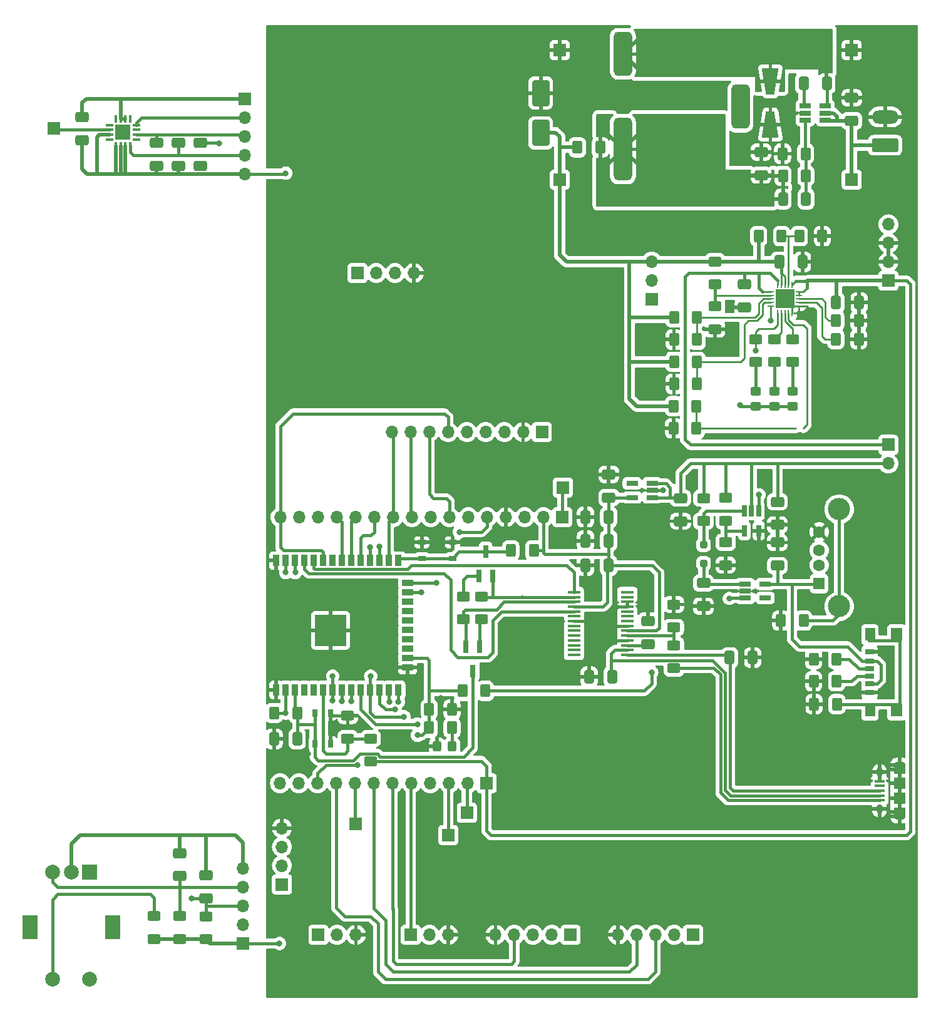
<source format=gbr>
%TF.GenerationSoftware,KiCad,Pcbnew,7.0.5-0*%
%TF.CreationDate,2024-03-26T18:43:31-04:00*%
%TF.ProjectId,PanneauSolaire,50616e6e-6561-4755-936f-6c616972652e,rev?*%
%TF.SameCoordinates,Original*%
%TF.FileFunction,Copper,L1,Top*%
%TF.FilePolarity,Positive*%
%FSLAX46Y46*%
G04 Gerber Fmt 4.6, Leading zero omitted, Abs format (unit mm)*
G04 Created by KiCad (PCBNEW 7.0.5-0) date 2024-03-26 18:43:31*
%MOMM*%
%LPD*%
G01*
G04 APERTURE LIST*
G04 Aperture macros list*
%AMRoundRect*
0 Rectangle with rounded corners*
0 $1 Rounding radius*
0 $2 $3 $4 $5 $6 $7 $8 $9 X,Y pos of 4 corners*
0 Add a 4 corners polygon primitive as box body*
4,1,4,$2,$3,$4,$5,$6,$7,$8,$9,$2,$3,0*
0 Add four circle primitives for the rounded corners*
1,1,$1+$1,$2,$3*
1,1,$1+$1,$4,$5*
1,1,$1+$1,$6,$7*
1,1,$1+$1,$8,$9*
0 Add four rect primitives between the rounded corners*
20,1,$1+$1,$2,$3,$4,$5,0*
20,1,$1+$1,$4,$5,$6,$7,0*
20,1,$1+$1,$6,$7,$8,$9,0*
20,1,$1+$1,$8,$9,$2,$3,0*%
%AMOutline4P*
0 Free polygon, 4 corners , with rotation*
0 The origin of the aperture is its center*
0 number of corners: always 4*
0 $1 to $8 corner X, Y*
0 $9 Rotation angle, in degrees counterclockwise*
0 create outline with 4 corners*
4,1,4,$1,$2,$3,$4,$5,$6,$7,$8,$1,$2,$9*%
G04 Aperture macros list end*
%TA.AperFunction,SMDPad,CuDef*%
%ADD10R,1.050000X0.650000*%
%TD*%
%TA.AperFunction,SMDPad,CuDef*%
%ADD11RoundRect,0.250000X0.400000X0.625000X-0.400000X0.625000X-0.400000X-0.625000X0.400000X-0.625000X0*%
%TD*%
%TA.AperFunction,SMDPad,CuDef*%
%ADD12R,1.050000X1.050000*%
%TD*%
%TA.AperFunction,SMDPad,CuDef*%
%ADD13R,4.200000X4.200000*%
%TD*%
%TA.AperFunction,SMDPad,CuDef*%
%ADD14R,0.900000X1.500000*%
%TD*%
%TA.AperFunction,SMDPad,CuDef*%
%ADD15R,1.500000X0.900000*%
%TD*%
%TA.AperFunction,SMDPad,CuDef*%
%ADD16RoundRect,0.250000X-0.625000X0.400000X-0.625000X-0.400000X0.625000X-0.400000X0.625000X0.400000X0*%
%TD*%
%TA.AperFunction,SMDPad,CuDef*%
%ADD17R,0.650000X1.560000*%
%TD*%
%TA.AperFunction,SMDPad,CuDef*%
%ADD18RoundRect,0.250000X-0.412500X-0.650000X0.412500X-0.650000X0.412500X0.650000X-0.412500X0.650000X0*%
%TD*%
%TA.AperFunction,SMDPad,CuDef*%
%ADD19RoundRect,0.250000X-0.450000X0.325000X-0.450000X-0.325000X0.450000X-0.325000X0.450000X0.325000X0*%
%TD*%
%TA.AperFunction,SMDPad,CuDef*%
%ADD20RoundRect,0.250000X0.650000X-0.412500X0.650000X0.412500X-0.650000X0.412500X-0.650000X-0.412500X0*%
%TD*%
%TA.AperFunction,ComponentPad*%
%ADD21R,1.700000X1.700000*%
%TD*%
%TA.AperFunction,ComponentPad*%
%ADD22O,1.700000X1.700000*%
%TD*%
%TA.AperFunction,SMDPad,CuDef*%
%ADD23RoundRect,0.250000X-0.650000X0.412500X-0.650000X-0.412500X0.650000X-0.412500X0.650000X0.412500X0*%
%TD*%
%TA.AperFunction,ComponentPad*%
%ADD24R,2.000000X2.000000*%
%TD*%
%TA.AperFunction,ComponentPad*%
%ADD25C,2.000000*%
%TD*%
%TA.AperFunction,ComponentPad*%
%ADD26R,2.000000X3.200000*%
%TD*%
%TA.AperFunction,SMDPad,CuDef*%
%ADD27RoundRect,0.625000X-0.625000X2.375000X-0.625000X-2.375000X0.625000X-2.375000X0.625000X2.375000X0*%
%TD*%
%TA.AperFunction,SMDPad,CuDef*%
%ADD28RoundRect,0.625000X-0.625000X3.625000X-0.625000X-3.625000X0.625000X-3.625000X0.625000X3.625000X0*%
%TD*%
%TA.AperFunction,SMDPad,CuDef*%
%ADD29RoundRect,0.250000X0.412500X0.650000X-0.412500X0.650000X-0.412500X-0.650000X0.412500X-0.650000X0*%
%TD*%
%TA.AperFunction,SMDPad,CuDef*%
%ADD30RoundRect,0.250000X-0.400000X-0.625000X0.400000X-0.625000X0.400000X0.625000X-0.400000X0.625000X0*%
%TD*%
%TA.AperFunction,SMDPad,CuDef*%
%ADD31R,0.800000X1.800000*%
%TD*%
%TA.AperFunction,SMDPad,CuDef*%
%ADD32RoundRect,0.250000X0.625000X-0.400000X0.625000X0.400000X-0.625000X0.400000X-0.625000X-0.400000X0*%
%TD*%
%TA.AperFunction,SMDPad,CuDef*%
%ADD33R,1.200000X0.700000*%
%TD*%
%TA.AperFunction,SMDPad,CuDef*%
%ADD34R,1.200000X0.760000*%
%TD*%
%TA.AperFunction,SMDPad,CuDef*%
%ADD35R,1.200000X0.800000*%
%TD*%
%TA.AperFunction,SMDPad,CuDef*%
%ADD36R,1.350000X1.800000*%
%TD*%
%TA.AperFunction,SMDPad,CuDef*%
%ADD37R,1.500000X1.800000*%
%TD*%
%TA.AperFunction,SMDPad,CuDef*%
%ADD38RoundRect,0.250000X0.250000X-0.250000X0.250000X0.250000X-0.250000X0.250000X-0.250000X-0.250000X0*%
%TD*%
%TA.AperFunction,SMDPad,CuDef*%
%ADD39RoundRect,0.062500X-0.350000X-0.062500X0.350000X-0.062500X0.350000X0.062500X-0.350000X0.062500X0*%
%TD*%
%TA.AperFunction,SMDPad,CuDef*%
%ADD40RoundRect,0.062500X-0.062500X-0.350000X0.062500X-0.350000X0.062500X0.350000X-0.062500X0.350000X0*%
%TD*%
%TA.AperFunction,SMDPad,CuDef*%
%ADD41R,2.500000X2.500000*%
%TD*%
%TA.AperFunction,ComponentPad*%
%ADD42RoundRect,0.250000X1.550000X-0.650000X1.550000X0.650000X-1.550000X0.650000X-1.550000X-0.650000X0*%
%TD*%
%TA.AperFunction,ComponentPad*%
%ADD43O,3.600000X1.800000*%
%TD*%
%TA.AperFunction,SMDPad,CuDef*%
%ADD44R,1.105000X0.350000*%
%TD*%
%TA.AperFunction,SMDPad,CuDef*%
%ADD45R,0.350000X1.105000*%
%TD*%
%TA.AperFunction,SMDPad,CuDef*%
%ADD46R,2.100000X2.100000*%
%TD*%
%TA.AperFunction,SMDPad,CuDef*%
%ADD47R,1.560000X0.650000*%
%TD*%
%TA.AperFunction,SMDPad,CuDef*%
%ADD48Outline4P,-1.800000X-1.150000X1.800000X-0.550000X1.800000X0.550000X-1.800000X1.150000X270.000000*%
%TD*%
%TA.AperFunction,SMDPad,CuDef*%
%ADD49Outline4P,-1.800000X-1.150000X1.800000X-0.550000X1.800000X0.550000X-1.800000X1.150000X90.000000*%
%TD*%
%TA.AperFunction,ComponentPad*%
%ADD50R,1.500000X1.600000*%
%TD*%
%TA.AperFunction,ComponentPad*%
%ADD51C,1.600000*%
%TD*%
%TA.AperFunction,ComponentPad*%
%ADD52C,3.000000*%
%TD*%
%TA.AperFunction,SMDPad,CuDef*%
%ADD53RoundRect,0.250000X0.900000X-1.500000X0.900000X1.500000X-0.900000X1.500000X-0.900000X-1.500000X0*%
%TD*%
%TA.AperFunction,SMDPad,CuDef*%
%ADD54RoundRect,0.250000X-0.325000X-0.450000X0.325000X-0.450000X0.325000X0.450000X-0.325000X0.450000X0*%
%TD*%
%TA.AperFunction,SMDPad,CuDef*%
%ADD55R,1.750000X0.450000*%
%TD*%
%TA.AperFunction,SMDPad,CuDef*%
%ADD56R,0.650000X1.050000*%
%TD*%
%TA.AperFunction,SMDPad,CuDef*%
%ADD57R,1.350000X0.400000*%
%TD*%
%TA.AperFunction,ComponentPad*%
%ADD58O,1.550000X0.890000*%
%TD*%
%TA.AperFunction,SMDPad,CuDef*%
%ADD59R,1.550000X1.200000*%
%TD*%
%TA.AperFunction,ComponentPad*%
%ADD60O,0.950000X1.250000*%
%TD*%
%TA.AperFunction,SMDPad,CuDef*%
%ADD61R,1.550000X1.500000*%
%TD*%
%TA.AperFunction,ViaPad*%
%ADD62C,0.800000*%
%TD*%
%TA.AperFunction,Conductor*%
%ADD63C,0.381000*%
%TD*%
%TA.AperFunction,Conductor*%
%ADD64C,0.254000*%
%TD*%
%TA.AperFunction,Conductor*%
%ADD65C,0.508000*%
%TD*%
%TA.AperFunction,Conductor*%
%ADD66C,0.250000*%
%TD*%
G04 APERTURE END LIST*
D10*
%TO.P,SW3,1,1*%
%TO.N,GND*%
X101425000Y-92425000D03*
X105575000Y-92425000D03*
%TO.P,SW3,2,2*%
%TO.N,GPIO0*%
X105575000Y-94575000D03*
X101425000Y-94575000D03*
%TD*%
D11*
%TO.P,R39,1*%
%TO.N,3.3V*%
X116550000Y-93500000D03*
%TO.P,R39,2*%
%TO.N,GPIO0*%
X113450000Y-93500000D03*
%TD*%
D12*
%TO.P,U4,39,GND*%
%TO.N,GND*%
X90600000Y-102795000D03*
X89075000Y-102795000D03*
X87550000Y-102795000D03*
X90600000Y-104320000D03*
D13*
X89075000Y-104320000D03*
D12*
X89075000Y-104320000D03*
X87550000Y-104320000D03*
X90600000Y-105845000D03*
X89075000Y-105845000D03*
X87550000Y-105845000D03*
D14*
%TO.P,U4,38,GND*%
X81735000Y-94890000D03*
%TO.P,U4,37,IO23*%
%TO.N,SDA*%
X83005000Y-94890000D03*
%TO.P,U4,36,IO22*%
%TO.N,SCL*%
X84275000Y-94890000D03*
%TO.P,U4,35,TXD0/IO1*%
%TO.N,TXD0*%
X85545000Y-94890000D03*
%TO.P,U4,34,RXD0/IO3*%
%TO.N,RXD0*%
X86815000Y-94890000D03*
%TO.P,U4,33,IO21*%
%TO.N,CS*%
X88085000Y-94890000D03*
%TO.P,U4,32,NC*%
%TO.N,unconnected-(U4-NC-Pad32)*%
X89355000Y-94890000D03*
%TO.P,U4,31,IO19*%
%TO.N,MISO*%
X90625000Y-94890000D03*
%TO.P,U4,30,IO18*%
%TO.N,MOSI*%
X91895000Y-94890000D03*
%TO.P,U4,29,IO5*%
%TO.N,SCK*%
X93165000Y-94890000D03*
%TO.P,U4,28,IO17*%
%TO.N,TXD2*%
X94435000Y-94890000D03*
%TO.P,U4,27,IO16*%
%TO.N,RXD2*%
X95705000Y-94890000D03*
%TO.P,U4,26,IO4*%
%TO.N,BL*%
X96975000Y-94890000D03*
%TO.P,U4,25,IO0*%
%TO.N,GPIO0*%
X98245000Y-94890000D03*
D15*
%TO.P,U4,24,IO2*%
%TO.N,RST*%
X99495000Y-97920000D03*
%TO.P,U4,23,IO15*%
%TO.N,DC*%
X99495000Y-99190000D03*
%TO.P,U4,22,SDI/SD1*%
%TO.N,unconnected-(U4-SDI{slash}SD1-Pad22)*%
X99495000Y-100460000D03*
%TO.P,U4,21,SDO/SD0*%
%TO.N,unconnected-(U4-SDO{slash}SD0-Pad21)*%
X99495000Y-101730000D03*
%TO.P,U4,20,SCK/CLK*%
%TO.N,unconnected-(U4-SCK{slash}CLK-Pad20)*%
X99495000Y-103000000D03*
%TO.P,U4,19,SCS/CMD*%
%TO.N,unconnected-(U4-SCS{slash}CMD-Pad19)*%
X99495000Y-104270000D03*
%TO.P,U4,18,SWP/SD3*%
%TO.N,unconnected-(U4-SWP{slash}SD3-Pad18)*%
X99495000Y-105540000D03*
%TO.P,U4,17,SHD/SD2*%
%TO.N,unconnected-(U4-SHD{slash}SD2-Pad17)*%
X99495000Y-106810000D03*
%TO.P,U4,16,IO13*%
%TO.N,LED*%
X99495000Y-108080000D03*
%TO.P,U4,15,GND*%
%TO.N,GND*%
X99495000Y-109350000D03*
D14*
%TO.P,U4,14,IO12*%
%TO.N,PWM0*%
X98245000Y-112390000D03*
%TO.P,U4,13,IO14*%
%TO.N,PWM1*%
X96975000Y-112390000D03*
%TO.P,U4,12,IO27*%
%TO.N,AN2*%
X95705000Y-112390000D03*
%TO.P,U4,11,IO26*%
%TO.N,AN1*%
X94435000Y-112390000D03*
%TO.P,U4,10,IO25*%
%TO.N,AN0*%
X93165000Y-112390000D03*
%TO.P,U4,9,IO33*%
%TO.N,B*%
X91895000Y-112390000D03*
%TO.P,U4,8,IO32*%
%TO.N,A*%
X90625000Y-112390000D03*
%TO.P,U4,7,IO35*%
%TO.N,SW*%
X89355000Y-112390000D03*
%TO.P,U4,6,IO34*%
%TO.N,Net-(U4-IO34)*%
X88085000Y-112390000D03*
%TO.P,U4,5,SENSOR_VN*%
%TO.N,unconnected-(U4-SENSOR_VN-Pad5)*%
X86815000Y-112390000D03*
%TO.P,U4,4,SENSOR_VP*%
%TO.N,unconnected-(U4-SENSOR_VP-Pad4)*%
X85545000Y-112390000D03*
%TO.P,U4,3,EN*%
%TO.N,Net-(Q2-COLLECTOR)*%
X84275000Y-112390000D03*
%TO.P,U4,2,VDD*%
%TO.N,3.3V*%
X83005000Y-112390000D03*
%TO.P,U4,1,GND*%
%TO.N,GND*%
X81735000Y-112390000D03*
%TD*%
D16*
%TO.P,R10,1*%
%TO.N,Net-(U2-IN-)*%
X142500000Y-92400000D03*
%TO.P,R10,2*%
%TO.N,GND*%
X142500000Y-95500000D03*
%TD*%
D17*
%TO.P,U2,1,OUT*%
%TO.N,Net-(U2-OUT)*%
X146950000Y-88150000D03*
%TO.P,U2,2,V+*%
%TO.N,MCP_LOAD*%
X146000000Y-88150000D03*
%TO.P,U2,3,IN+*%
%TO.N,Net-(D4-A)*%
X145050000Y-88150000D03*
%TO.P,U2,4,IN-*%
%TO.N,Net-(U2-IN-)*%
X145050000Y-90850000D03*
%TO.P,U2,5,V-*%
%TO.N,GND*%
X146950000Y-90850000D03*
%TD*%
D18*
%TO.P,C7,1*%
%TO.N,Net-(J4-D+)*%
X143037500Y-108000000D03*
%TO.P,C7,2*%
%TO.N,GND*%
X146162500Y-108000000D03*
%TD*%
D11*
%TO.P,R29,1*%
%TO.N,PG*%
X110000000Y-112500000D03*
%TO.P,R29,2*%
%TO.N,LED*%
X106900000Y-112500000D03*
%TD*%
D19*
%TO.P,D2,1,K*%
%TO.N,Net-(D2-K)*%
X151562500Y-72000000D03*
%TO.P,D2,2,A*%
%TO.N,Net-(D1-A)*%
X151562500Y-74050000D03*
%TD*%
D20*
%TO.P,C17,1*%
%TO.N,Net-(J1-Pin_1)*%
X159550000Y-35425000D03*
%TO.P,C17,2*%
%TO.N,GND*%
X159550000Y-32300000D03*
%TD*%
D21*
%TO.P,J19,1,Pin_1*%
%TO.N,Net-(J19-Pin_1)*%
X164500000Y-79225000D03*
D22*
%TO.P,J19,2,Pin_2*%
%TO.N,MCP_LOAD*%
X164500000Y-81765000D03*
%TD*%
D20*
%TO.P,C6,1*%
%TO.N,VBUS*%
X149500000Y-95562500D03*
%TO.P,C6,2*%
%TO.N,GND*%
X149500000Y-92437500D03*
%TD*%
D23*
%TO.P,C24,1*%
%TO.N,Net-(J20-Pin_3)*%
X65500000Y-38397500D03*
%TO.P,C24,2*%
%TO.N,Net-(J20-Pin_5)*%
X65500000Y-41522500D03*
%TD*%
D24*
%TO.P,SW2,A,A*%
%TO.N,Net-(J17-Pin_3)*%
X56500000Y-137000000D03*
D25*
%TO.P,SW2,B,B*%
%TO.N,Net-(J17-Pin_4)*%
X51500000Y-137000000D03*
%TO.P,SW2,C,C*%
%TO.N,Net-(J17-Pin_5)*%
X54000000Y-137000000D03*
D26*
%TO.P,SW2,MP*%
%TO.N,N/C*%
X59600000Y-144500000D03*
X48400000Y-144500000D03*
D25*
%TO.P,SW2,S1,S1*%
%TO.N,Net-(J17-Pin_2)*%
X51500000Y-151500000D03*
%TO.P,SW2,S2,S2*%
%TO.N,Net-(J17-Pin_5)*%
X56500000Y-151500000D03*
%TD*%
D16*
%TO.P,R9,1*%
%TO.N,MCP_LOAD*%
X142500000Y-86400000D03*
%TO.P,R9,2*%
%TO.N,Net-(U2-IN-)*%
X142500000Y-89500000D03*
%TD*%
D23*
%TO.P,C5,1*%
%TO.N,Net-(D4-K)*%
X139500000Y-97937500D03*
%TO.P,C5,2*%
%TO.N,GND*%
X139500000Y-101062500D03*
%TD*%
%TO.P,C23,1*%
%TO.N,Net-(J20-Pin_2)*%
X71500000Y-38397500D03*
%TO.P,C23,2*%
%TO.N,Net-(J20-Pin_5)*%
X71500000Y-41522500D03*
%TD*%
D21*
%TO.P,TP4,1,1*%
%TO.N,Net-(J22-Pin_2)*%
X107500000Y-129000000D03*
%TD*%
D19*
%TO.P,D1,1,K*%
%TO.N,Net-(D1-K)*%
X146562500Y-71975000D03*
%TO.P,D1,2,A*%
%TO.N,Net-(D1-A)*%
X146562500Y-74025000D03*
%TD*%
D27*
%TO.P,L1,1,1*%
%TO.N,Net-(D6-K)*%
X128600000Y-26350000D03*
D28*
%TO.P,L1,2,2*%
%TO.N,Net-(C19-Pad1)*%
X128600000Y-39250000D03*
D27*
%TO.P,L1,3*%
%TO.N,N/C*%
X144500000Y-33500000D03*
%TD*%
D23*
%TO.P,C22,1*%
%TO.N,Net-(J20-Pin_1)*%
X55500000Y-34897500D03*
%TO.P,C22,2*%
%TO.N,Net-(J20-Pin_5)*%
X55500000Y-38022500D03*
%TD*%
D29*
%TO.P,C11,1*%
%TO.N,3.3V*%
X126675000Y-89000000D03*
%TO.P,C11,2*%
%TO.N,GND*%
X123550000Y-89000000D03*
%TD*%
D30*
%TO.P,R30,1*%
%TO.N,LED*%
X102400000Y-115000000D03*
%TO.P,R30,2*%
%TO.N,GND*%
X105500000Y-115000000D03*
%TD*%
D31*
%TO.P,Q2,1,BASE*%
%TO.N,Net-(Q2-BASE)*%
X109250000Y-106500000D03*
%TO.P,Q2,2,EMITTER*%
%TO.N,RTS*%
X107350000Y-106500000D03*
%TO.P,Q2,3,COLLECTOR*%
%TO.N,Net-(Q2-COLLECTOR)*%
X108300000Y-109800000D03*
%TD*%
%TO.P,Q1,1,BASE*%
%TO.N,Net-(Q1-BASE)*%
X109100000Y-97000000D03*
%TO.P,Q1,2,EMITTER*%
%TO.N,DTR*%
X111000000Y-97000000D03*
%TO.P,Q1,3,COLLECTOR*%
%TO.N,GPIO0*%
X110050000Y-93700000D03*
%TD*%
D20*
%TO.P,C12,1*%
%TO.N,Net-(U5-3V3OUT)*%
X132000000Y-106187500D03*
%TO.P,C12,2*%
%TO.N,GND*%
X132000000Y-103062500D03*
%TD*%
D18*
%TO.P,C1,1*%
%TO.N,+6V*%
X149757500Y-54500000D03*
%TO.P,C1,2*%
%TO.N,GND*%
X152882500Y-54500000D03*
%TD*%
D30*
%TO.P,R31,1*%
%TO.N,GND*%
X135512500Y-65000000D03*
%TO.P,R31,2*%
%TO.N,Net-(U1-SEL)*%
X138612500Y-65000000D03*
%TD*%
D11*
%TO.P,R38,1*%
%TO.N,Net-(U1-CE)*%
X150062500Y-51000000D03*
%TO.P,R38,2*%
%TO.N,+6V*%
X146962500Y-51000000D03*
%TD*%
D21*
%TO.P,J23,1,Pin_1*%
%TO.N,Net-(J23-Pin_1)*%
X120400000Y-89000000D03*
D22*
%TO.P,J23,2,Pin_2*%
%TO.N,3.3V*%
X117860000Y-89000000D03*
%TO.P,J23,3,Pin_3*%
%TO.N,unconnected-(J23-Pin_3-Pad3)*%
X115320000Y-89000000D03*
%TO.P,J23,4,Pin_4*%
%TO.N,GND*%
X112780000Y-89000000D03*
%TO.P,J23,5,Pin_5*%
%TO.N,AN1*%
X110240000Y-89000000D03*
%TO.P,J23,6,Pin_6*%
%TO.N,AN0*%
X107700000Y-89000000D03*
%TO.P,J23,7,Pin_7*%
%TO.N,RST*%
X105160000Y-89000000D03*
%TO.P,J23,8,Pin_8*%
%TO.N,SW*%
X102620000Y-89000000D03*
%TO.P,J23,9,Pin_9*%
%TO.N,DC*%
X100080000Y-89000000D03*
%TO.P,J23,10,Pin_10*%
%TO.N,BL*%
X97540000Y-89000000D03*
%TO.P,J23,11,Pin_11*%
%TO.N,SCK*%
X95000000Y-89000000D03*
%TO.P,J23,12,Pin_12*%
%TO.N,MOSI*%
X92460000Y-89000000D03*
%TO.P,J23,13,Pin_13*%
%TO.N,MISO*%
X89920000Y-89000000D03*
%TO.P,J23,14,Pin_14*%
%TO.N,RXD2*%
X87380000Y-89000000D03*
%TO.P,J23,15,Pin_15*%
%TO.N,TXD2*%
X84840000Y-89000000D03*
%TO.P,J23,16,Pin_16*%
%TO.N,CS*%
X82300000Y-89000000D03*
%TD*%
D11*
%TO.P,R34,1*%
%TO.N,Net-(U1-PROG2)*%
X138612500Y-68000000D03*
%TO.P,R34,2*%
%TO.N,+6V*%
X135512500Y-68000000D03*
%TD*%
D30*
%TO.P,R3,1*%
%TO.N,Net-(U1-PROG1)*%
X157400000Y-62450000D03*
%TO.P,R3,2*%
%TO.N,GND*%
X160500000Y-62450000D03*
%TD*%
D21*
%TO.P,J11,1,Pin_1*%
%TO.N,3.3V*%
X138075000Y-145500000D03*
D22*
%TO.P,J11,2,Pin_2*%
%TO.N,SW*%
X135535000Y-145500000D03*
%TO.P,J11,3,Pin_3*%
%TO.N,A*%
X132995000Y-145500000D03*
%TO.P,J11,4,Pin_4*%
%TO.N,B*%
X130455000Y-145500000D03*
%TO.P,J11,5,Pin_5*%
%TO.N,GND*%
X127915000Y-145500000D03*
%TD*%
D32*
%TO.P,R6,1*%
%TO.N,Net-(D2-K)*%
X151562500Y-68050000D03*
%TO.P,R6,2*%
%TO.N,Net-(U1-STAT1{slash}~{LBO})*%
X151562500Y-64950000D03*
%TD*%
D33*
%TO.P,J2,A5,CC1*%
%TO.N,Net-(J2-CC1)*%
X161967500Y-110500000D03*
D34*
%TO.P,J2,A9,VBUS*%
%TO.N,VBUS*%
X161967500Y-108480000D03*
D35*
%TO.P,J2,A12,GND*%
%TO.N,GND*%
X161967500Y-107250000D03*
D33*
%TO.P,J2,B5,CC2*%
%TO.N,Net-(J2-CC2)*%
X161967500Y-109500000D03*
D34*
%TO.P,J2,B9,VBUS*%
%TO.N,VBUS*%
X161967500Y-111520000D03*
D35*
%TO.P,J2,B12,GND*%
%TO.N,GND*%
X161967500Y-112750000D03*
D36*
%TO.P,J2,S1,SHIELD*%
%TO.N,Net-(J2-SHIELD)*%
X162022500Y-115125000D03*
D37*
X165602500Y-115125000D03*
D36*
X162022500Y-104875000D03*
D37*
X165602500Y-104875000D03*
%TD*%
D20*
%TO.P,C14,1*%
%TO.N,Net-(J17-Pin_3)*%
X72200000Y-140562500D03*
%TO.P,C14,2*%
%TO.N,Net-(J17-Pin_5)*%
X72200000Y-137437500D03*
%TD*%
D32*
%TO.P,R13,1*%
%TO.N,Net-(J4-VBUS)*%
X135500000Y-109425000D03*
%TO.P,R13,2*%
%TO.N,Net-(U5-~{RESET})*%
X135500000Y-106325000D03*
%TD*%
D21*
%TO.P,J15,1,Pin_1*%
%TO.N,+6V*%
X120050000Y-43362500D03*
%TD*%
D11*
%TO.P,R32,1*%
%TO.N,Net-(U1-SEL)*%
X138612500Y-62000000D03*
%TO.P,R32,2*%
%TO.N,+6V*%
X135512500Y-62000000D03*
%TD*%
D38*
%TO.P,D4,1,K*%
%TO.N,Net-(D4-K)*%
X139500000Y-95250000D03*
%TO.P,D4,2,A*%
%TO.N,Net-(D4-A)*%
X139500000Y-92750000D03*
%TD*%
D39*
%TO.P,U1,1,OUT*%
%TO.N,Net-(J19-Pin_1)*%
X148562500Y-58500000D03*
%TO.P,U1,2,VPCC*%
%TO.N,Net-(U1-VPCC)*%
X148562500Y-59000000D03*
%TO.P,U1,3,SEL*%
%TO.N,Net-(U1-SEL)*%
X148562500Y-59500000D03*
%TO.P,U1,4,PROG2*%
%TO.N,Net-(U1-PROG2)*%
X148562500Y-60000000D03*
%TO.P,U1,5,THERM*%
%TO.N,THERM*%
X148562500Y-60500000D03*
D40*
%TO.P,U1,6,~{PG}*%
%TO.N,PG*%
X149500000Y-61437500D03*
%TO.P,U1,7,STAT2*%
%TO.N,Net-(U1-STAT2)*%
X150000000Y-61437500D03*
%TO.P,U1,8,STAT1/~{LBO}*%
%TO.N,Net-(U1-STAT1{slash}~{LBO})*%
X150500000Y-61437500D03*
%TO.P,U1,9,~{TE}*%
%TO.N,Net-(U1-~{TE})*%
X151000000Y-61437500D03*
%TO.P,U1,10,V_{SS}*%
%TO.N,GND*%
X151500000Y-61437500D03*
D39*
%TO.P,U1,11,V_{SS}*%
X152437500Y-60500000D03*
%TO.P,U1,12,PROG3*%
%TO.N,Net-(U1-PROG3)*%
X152437500Y-60000000D03*
%TO.P,U1,13,PROG1*%
%TO.N,Net-(U1-PROG1)*%
X152437500Y-59500000D03*
%TO.P,U1,14,V_{BAT}*%
%TO.N,BATT*%
X152437500Y-59000000D03*
%TO.P,U1,15,V_{BAT}*%
X152437500Y-58500000D03*
D40*
%TO.P,U1,16,V_{BAT_SENSE}*%
X151500000Y-57562500D03*
%TO.P,U1,17,CE*%
%TO.N,Net-(U1-CE)*%
X151000000Y-57562500D03*
%TO.P,U1,18,IN*%
%TO.N,+6V*%
X150500000Y-57562500D03*
%TO.P,U1,19,IN*%
X150000000Y-57562500D03*
%TO.P,U1,20,OUT*%
%TO.N,Net-(J19-Pin_1)*%
X149500000Y-57562500D03*
D41*
%TO.P,U1,21,V_{SS}*%
%TO.N,GND*%
X150500000Y-59500000D03*
%TD*%
D11*
%TO.P,R37,1*%
%TO.N,GND*%
X155562500Y-51000000D03*
%TO.P,R37,2*%
%TO.N,Net-(U1-CE)*%
X152462500Y-51000000D03*
%TD*%
D21*
%TO.P,TP5,1,1*%
%TO.N,Net-(J22-Pin_3)*%
X105000000Y-132000000D03*
%TD*%
D42*
%TO.P,J1,1,Pin_1*%
%TO.N,Net-(J1-Pin_1)*%
X164067500Y-38712500D03*
D43*
%TO.P,J1,2,Pin_2*%
%TO.N,GND*%
X164067500Y-34902500D03*
%TD*%
D32*
%TO.P,R7,1*%
%TO.N,Net-(D3-K)*%
X149062500Y-68050000D03*
%TO.P,R7,2*%
%TO.N,Net-(U1-STAT2)*%
X149062500Y-64950000D03*
%TD*%
D21*
%TO.P,J17,1,Pin_1*%
%TO.N,Net-(J17-Pin_1)*%
X77200000Y-146660000D03*
D22*
%TO.P,J17,2,Pin_2*%
%TO.N,Net-(J17-Pin_2)*%
X77200000Y-144120000D03*
%TO.P,J17,3,Pin_3*%
%TO.N,Net-(J17-Pin_3)*%
X77200000Y-141580000D03*
%TO.P,J17,4,Pin_4*%
%TO.N,Net-(J17-Pin_4)*%
X77200000Y-139040000D03*
%TO.P,J17,5,Pin_5*%
%TO.N,Net-(J17-Pin_5)*%
X77200000Y-136500000D03*
%TD*%
D11*
%TO.P,R35,1*%
%TO.N,Net-(U1-~{TE})*%
X138550000Y-74000000D03*
%TO.P,R35,2*%
%TO.N,+6V*%
X135450000Y-74000000D03*
%TD*%
D23*
%TO.P,C2,1*%
%TO.N,Net-(J19-Pin_1)*%
X145062500Y-57487500D03*
%TO.P,C2,2*%
%TO.N,GND*%
X145062500Y-60612500D03*
%TD*%
D20*
%TO.P,C19,1*%
%TO.N,Net-(C19-Pad1)*%
X147300000Y-42762500D03*
%TO.P,C19,2*%
%TO.N,GND*%
X147300000Y-39637500D03*
%TD*%
D30*
%TO.P,R33,1*%
%TO.N,GND*%
X135512500Y-71000000D03*
%TO.P,R33,2*%
%TO.N,Net-(U1-PROG2)*%
X138612500Y-71000000D03*
%TD*%
D44*
%TO.P,U8,1,NC*%
%TO.N,unconnected-(U8-NC-Pad1)*%
X59197500Y-35985000D03*
%TO.P,U8,2,ST*%
%TO.N,Net-(J21-Pin_1)*%
X59197500Y-36635000D03*
%TO.P,U8,3,COM*%
%TO.N,Net-(J20-Pin_5)*%
X59197500Y-37285000D03*
%TO.P,U8,4,NC*%
%TO.N,unconnected-(U8-NC-Pad4)*%
X59197500Y-37935000D03*
D45*
%TO.P,U8,5,COM*%
%TO.N,Net-(J20-Pin_5)*%
X60025000Y-38762500D03*
%TO.P,U8,6,COM*%
X60675000Y-38762500D03*
%TO.P,U8,7,COM*%
X61325000Y-38762500D03*
%TO.P,U8,8,Zout*%
%TO.N,Net-(J20-Pin_4)*%
X61975000Y-38762500D03*
D44*
%TO.P,U8,9,NC*%
%TO.N,unconnected-(U8-NC-Pad9)*%
X62802500Y-37935000D03*
%TO.P,U8,10,Yout*%
%TO.N,Net-(J20-Pin_3)*%
X62802500Y-37285000D03*
%TO.P,U8,11,NC*%
%TO.N,unconnected-(U8-NC-Pad11)*%
X62802500Y-36635000D03*
%TO.P,U8,12,Xout*%
%TO.N,Net-(J20-Pin_2)*%
X62802500Y-35985000D03*
D45*
%TO.P,U8,13,NC*%
%TO.N,unconnected-(U8-NC-Pad13)*%
X61975000Y-35157500D03*
%TO.P,U8,14,Vs*%
%TO.N,Net-(J20-Pin_1)*%
X61325000Y-35157500D03*
%TO.P,U8,15,Vs*%
X60675000Y-35157500D03*
%TO.P,U8,16,NC*%
%TO.N,unconnected-(U8-NC-Pad16)*%
X60025000Y-35157500D03*
D46*
%TO.P,U8,17*%
%TO.N,N/C*%
X61000000Y-36960000D03*
%TD*%
D30*
%TO.P,R27,1*%
%TO.N,GND*%
X149950000Y-103000000D03*
%TO.P,R27,2*%
%TO.N,Net-(J13-Shield)*%
X153050000Y-103000000D03*
%TD*%
D11*
%TO.P,R11,1*%
%TO.N,Net-(J2-CC1)*%
X157500000Y-111200000D03*
%TO.P,R11,2*%
%TO.N,GND*%
X154400000Y-111200000D03*
%TD*%
D30*
%TO.P,R4,1*%
%TO.N,Net-(U1-PROG3)*%
X157400000Y-64950000D03*
%TO.P,R4,2*%
%TO.N,GND*%
X160500000Y-64950000D03*
%TD*%
D16*
%TO.P,R1,1*%
%TO.N,+6V*%
X141062500Y-54450000D03*
%TO.P,R1,2*%
%TO.N,Net-(U1-VPCC)*%
X141062500Y-57550000D03*
%TD*%
%TO.P,R19,1*%
%TO.N,DTR*%
X109500000Y-99750000D03*
%TO.P,R19,2*%
%TO.N,Net-(Q2-BASE)*%
X109500000Y-102850000D03*
%TD*%
D18*
%TO.P,C20,1*%
%TO.N,Net-(C19-Pad1)*%
X150250000Y-46000000D03*
%TO.P,C20,2*%
%TO.N,Net-(U7-FB)*%
X153375000Y-46000000D03*
%TD*%
D20*
%TO.P,C16,1*%
%TO.N,3.3V*%
X126700000Y-86362500D03*
%TO.P,C16,2*%
%TO.N,GND*%
X126700000Y-83237500D03*
%TD*%
D29*
%TO.P,C10,1*%
%TO.N,3.3V*%
X126675000Y-92200000D03*
%TO.P,C10,2*%
%TO.N,GND*%
X123550000Y-92200000D03*
%TD*%
D21*
%TO.P,J18,1,Pin_1*%
%TO.N,unconnected-(J18-Pin_1-Pad1)*%
X132500000Y-59525000D03*
D22*
%TO.P,J18,2,Pin_2*%
%TO.N,Net-(D1-A)*%
X132500000Y-56985000D03*
%TO.P,J18,3,Pin_3*%
%TO.N,+6V*%
X132500000Y-54445000D03*
%TD*%
D21*
%TO.P,J10,1,Pin_1*%
%TO.N,3.3V*%
X117650000Y-77500000D03*
D22*
%TO.P,J10,2,Pin_2*%
%TO.N,GND*%
X115110000Y-77500000D03*
%TO.P,J10,3,Pin_3*%
%TO.N,SCK*%
X112570000Y-77500000D03*
%TO.P,J10,4,Pin_4*%
%TO.N,MOSI*%
X110030000Y-77500000D03*
%TO.P,J10,5,Pin_5*%
%TO.N,MISO*%
X107490000Y-77500000D03*
%TO.P,J10,6,Pin_6*%
%TO.N,CS*%
X104950000Y-77500000D03*
%TO.P,J10,7,Pin_7*%
%TO.N,RST*%
X102410000Y-77500000D03*
%TO.P,J10,8,Pin_8*%
%TO.N,DC*%
X99870000Y-77500000D03*
%TO.P,J10,9,Pin_9*%
%TO.N,BL*%
X97330000Y-77500000D03*
%TD*%
D16*
%TO.P,R2,1*%
%TO.N,Net-(U1-VPCC)*%
X141062500Y-60500000D03*
%TO.P,R2,2*%
%TO.N,GND*%
X141062500Y-63600000D03*
%TD*%
D21*
%TO.P,J7,1,Pin_1*%
%TO.N,PWM1*%
X87420000Y-145500000D03*
D22*
%TO.P,J7,2,Pin_2*%
%TO.N,3.3V*%
X89960000Y-145500000D03*
%TO.P,J7,3,Pin_3*%
%TO.N,GND*%
X92500000Y-145500000D03*
%TD*%
D21*
%TO.P,J16,1,Pin_1*%
%TO.N,GND*%
X120050000Y-25862500D03*
%TD*%
D18*
%TO.P,C3,1*%
%TO.N,BATT*%
X157437500Y-60000000D03*
%TO.P,C3,2*%
%TO.N,GND*%
X160562500Y-60000000D03*
%TD*%
D21*
%TO.P,J3,1,Pin_1*%
%TO.N,BATT*%
X164500000Y-57040000D03*
D22*
%TO.P,J3,2,Pin_2*%
%TO.N,GND*%
X164500000Y-54500000D03*
%TO.P,J3,3,Pin_3*%
X164500000Y-51960000D03*
%TO.P,J3,4,Pin_4*%
%TO.N,THERM*%
X164500000Y-49420000D03*
%TD*%
D21*
%TO.P,TP3,1,1*%
%TO.N,Net-(J23-Pin_1)*%
X120500000Y-85000000D03*
%TD*%
%TO.P,J9,1,Pin_1*%
%TO.N,3.3V*%
X121540000Y-145500000D03*
D22*
%TO.P,J9,2,Pin_2*%
%TO.N,AN0*%
X119000000Y-145500000D03*
%TO.P,J9,3,Pin_3*%
%TO.N,AN1*%
X116460000Y-145500000D03*
%TO.P,J9,4,Pin_4*%
%TO.N,AN2*%
X113920000Y-145500000D03*
%TO.P,J9,5,Pin_5*%
%TO.N,GND*%
X111380000Y-145500000D03*
%TD*%
D47*
%TO.P,U7,1,BST*%
%TO.N,Net-(U7-BST)*%
X153262500Y-33412500D03*
%TO.P,U7,2,GND*%
%TO.N,GND*%
X153262500Y-34362500D03*
%TO.P,U7,3,FB*%
%TO.N,Net-(U7-FB)*%
X153262500Y-35312500D03*
%TO.P,U7,4,EN*%
%TO.N,Net-(J1-Pin_1)*%
X155962500Y-35312500D03*
%TO.P,U7,5,IN*%
X155962500Y-34362500D03*
%TO.P,U7,6,SW*%
%TO.N,Net-(D6-K)*%
X155962500Y-33412500D03*
%TD*%
D21*
%TO.P,J20,1,Pin_1*%
%TO.N,Net-(J20-Pin_1)*%
X77500000Y-32420000D03*
D22*
%TO.P,J20,2,Pin_2*%
%TO.N,Net-(J20-Pin_2)*%
X77500000Y-34960000D03*
%TO.P,J20,3,Pin_3*%
%TO.N,Net-(J20-Pin_3)*%
X77500000Y-37500000D03*
%TO.P,J20,4,Pin_4*%
%TO.N,Net-(J20-Pin_4)*%
X77500000Y-40040000D03*
%TO.P,J20,5,Pin_5*%
%TO.N,Net-(J20-Pin_5)*%
X77500000Y-42580000D03*
%TD*%
D48*
%TO.P,D6,1,K*%
%TO.N,Net-(D6-K)*%
X148550000Y-30100000D03*
D49*
%TO.P,D6,2,A*%
%TO.N,GND*%
X148550000Y-35900000D03*
%TD*%
D20*
%TO.P,C21,1*%
%TO.N,Net-(J17-Pin_4)*%
X68700000Y-137562500D03*
%TO.P,C21,2*%
%TO.N,Net-(J17-Pin_5)*%
X68700000Y-134437500D03*
%TD*%
D11*
%TO.P,R23,1*%
%TO.N,Net-(U7-FB)*%
X153300000Y-39862500D03*
%TO.P,R23,2*%
%TO.N,GND*%
X150200000Y-39862500D03*
%TD*%
D50*
%TO.P,J13,1,VBUS*%
%TO.N,VBUS*%
X155140000Y-98000000D03*
D51*
%TO.P,J13,2,D-*%
%TO.N,unconnected-(J13-D--Pad2)*%
X155140000Y-95500000D03*
%TO.P,J13,3,D+*%
%TO.N,unconnected-(J13-D+-Pad3)*%
X155140000Y-93500000D03*
%TO.P,J13,4,GND*%
%TO.N,GND*%
X155140000Y-91000000D03*
D52*
%TO.P,J13,5,Shield*%
%TO.N,Net-(J13-Shield)*%
X157850000Y-101070000D03*
X157850000Y-87930000D03*
%TD*%
D29*
%TO.P,C8,1*%
%TO.N,Net-(J4-D-)*%
X127162500Y-110600000D03*
%TO.P,C8,2*%
%TO.N,GND*%
X124037500Y-110600000D03*
%TD*%
D53*
%TO.P,D7,1,K*%
%TO.N,+6V*%
X117500000Y-37062500D03*
%TO.P,D7,2,A*%
%TO.N,GND*%
X117500000Y-31662500D03*
%TD*%
D54*
%TO.P,D5,1,K*%
%TO.N,GND*%
X103475000Y-120000000D03*
%TO.P,D5,2,A*%
%TO.N,Net-(D5-A)*%
X105525000Y-120000000D03*
%TD*%
D30*
%TO.P,R36,1*%
%TO.N,GND*%
X135450000Y-77000000D03*
%TO.P,R36,2*%
%TO.N,Net-(U1-~{TE})*%
X138550000Y-77000000D03*
%TD*%
D21*
%TO.P,J14,1,Pin_1*%
%TO.N,GND*%
X159550000Y-25862500D03*
%TD*%
D30*
%TO.P,R28,1*%
%TO.N,GND*%
X154450000Y-114300000D03*
%TO.P,R28,2*%
%TO.N,Net-(J2-SHIELD)*%
X157550000Y-114300000D03*
%TD*%
%TO.P,R22,1*%
%TO.N,Net-(C19-Pad1)*%
X150250000Y-42862500D03*
%TO.P,R22,2*%
%TO.N,Net-(U7-FB)*%
X153350000Y-42862500D03*
%TD*%
D23*
%TO.P,C15,1*%
%TO.N,MCP_LOAD*%
X136400000Y-86437500D03*
%TO.P,C15,2*%
%TO.N,GND*%
X136400000Y-89562500D03*
%TD*%
D29*
%TO.P,C13,1*%
%TO.N,Net-(Q2-COLLECTOR)*%
X84562500Y-119000000D03*
%TO.P,C13,2*%
%TO.N,GND*%
X81437500Y-119000000D03*
%TD*%
D55*
%TO.P,U5,1,TXD*%
%TO.N,RXD0*%
X122000000Y-99175000D03*
%TO.P,U5,2,DTR*%
%TO.N,DTR*%
X122000000Y-99825000D03*
%TO.P,U5,3,RTS*%
%TO.N,RTS*%
X122000000Y-100475000D03*
%TO.P,U5,4,VCCIO*%
%TO.N,3.3V*%
X122000000Y-101125000D03*
%TO.P,U5,5,RXD*%
%TO.N,TXD0*%
X122000000Y-101775000D03*
%TO.P,U5,6,RI*%
%TO.N,unconnected-(U5-RI-Pad6)*%
X122000000Y-102425000D03*
%TO.P,U5,7,GND*%
%TO.N,GND*%
X122000000Y-103075000D03*
%TO.P,U5,8*%
%TO.N,N/C*%
X122000000Y-103725000D03*
%TO.P,U5,9,DCR*%
%TO.N,unconnected-(U5-DCR-Pad9)*%
X122000000Y-104375000D03*
%TO.P,U5,10,DCD*%
%TO.N,unconnected-(U5-DCD-Pad10)*%
X122000000Y-105025000D03*
%TO.P,U5,11,CTS*%
%TO.N,unconnected-(U5-CTS-Pad11)*%
X122000000Y-105675000D03*
%TO.P,U5,12,CBUS4*%
%TO.N,unconnected-(U5-CBUS4-Pad12)*%
X122000000Y-106325000D03*
%TO.P,U5,13,CBUS2*%
%TO.N,unconnected-(U5-CBUS2-Pad13)*%
X122000000Y-106975000D03*
%TO.P,U5,14,CBUS3*%
%TO.N,unconnected-(U5-CBUS3-Pad14)*%
X122000000Y-107625000D03*
%TO.P,U5,15,USBD+*%
%TO.N,Net-(J4-D+)*%
X129200000Y-107625000D03*
%TO.P,U5,16,USBD-*%
%TO.N,Net-(J4-D-)*%
X129200000Y-106975000D03*
%TO.P,U5,17,3V3OUT*%
%TO.N,Net-(U5-3V3OUT)*%
X129200000Y-106325000D03*
%TO.P,U5,18,GND*%
%TO.N,GND*%
X129200000Y-105675000D03*
%TO.P,U5,19,~{RESET}*%
%TO.N,Net-(U5-~{RESET})*%
X129200000Y-105025000D03*
%TO.P,U5,20,VCC*%
%TO.N,3.3V*%
X129200000Y-104375000D03*
%TO.P,U5,21,GND*%
%TO.N,GND*%
X129200000Y-103725000D03*
%TO.P,U5,22,CBUS1*%
%TO.N,unconnected-(U5-CBUS1-Pad22)*%
X129200000Y-103075000D03*
%TO.P,U5,23,CBUS0*%
%TO.N,unconnected-(U5-CBUS0-Pad23)*%
X129200000Y-102425000D03*
%TO.P,U5,24*%
%TO.N,N/C*%
X129200000Y-101775000D03*
%TO.P,U5,25,AGND*%
%TO.N,GND*%
X129200000Y-101125000D03*
%TO.P,U5,26,TEST*%
X129200000Y-100475000D03*
%TO.P,U5,27,OSCI*%
%TO.N,unconnected-(U5-OSCI-Pad27)*%
X129200000Y-99825000D03*
%TO.P,U5,28,OSCO*%
%TO.N,unconnected-(U5-OSCO-Pad28)*%
X129200000Y-99175000D03*
%TD*%
D47*
%TO.P,U6,1,VIN*%
%TO.N,MCP_LOAD*%
X132550000Y-86350000D03*
%TO.P,U6,2,GND*%
%TO.N,GND*%
X132550000Y-85400000D03*
%TO.P,U6,3,EN*%
%TO.N,MCP_LOAD*%
X132550000Y-84450000D03*
%TO.P,U6,4,NC*%
%TO.N,unconnected-(U6-NC-Pad4)*%
X129850000Y-84450000D03*
%TO.P,U6,5,VOUT*%
%TO.N,3.3V*%
X129850000Y-86350000D03*
%TD*%
D11*
%TO.P,R12,1*%
%TO.N,Net-(J2-CC2)*%
X157500000Y-108210000D03*
%TO.P,R12,2*%
%TO.N,GND*%
X154400000Y-108210000D03*
%TD*%
D32*
%TO.P,R24,1*%
%TO.N,Net-(J17-Pin_1)*%
X72200000Y-146100000D03*
%TO.P,R24,2*%
%TO.N,Net-(J17-Pin_3)*%
X72200000Y-143000000D03*
%TD*%
D11*
%TO.P,R26,1*%
%TO.N,Net-(C19-Pad1)*%
X125550000Y-39000000D03*
%TO.P,R26,2*%
%TO.N,+6V*%
X122450000Y-39000000D03*
%TD*%
D32*
%TO.P,R16,1*%
%TO.N,Net-(U4-IO34)*%
X91400000Y-118950000D03*
%TO.P,R16,2*%
%TO.N,GND*%
X91400000Y-115850000D03*
%TD*%
D21*
%TO.P,J21,1,Pin_1*%
%TO.N,Net-(J21-Pin_1)*%
X51680000Y-36460000D03*
%TD*%
D32*
%TO.P,R15,1*%
%TO.N,BATT*%
X94500000Y-122050000D03*
%TO.P,R15,2*%
%TO.N,Net-(U4-IO34)*%
X94500000Y-118950000D03*
%TD*%
D18*
%TO.P,C18,1*%
%TO.N,Net-(U7-BST)*%
X153050000Y-30362500D03*
%TO.P,C18,2*%
%TO.N,Net-(D6-K)*%
X156175000Y-30362500D03*
%TD*%
D29*
%TO.P,C9,1*%
%TO.N,3.3V*%
X126675000Y-95550000D03*
%TO.P,C9,2*%
%TO.N,GND*%
X123550000Y-95550000D03*
%TD*%
D56*
%TO.P,SW1,1,1*%
%TO.N,GND*%
X89075000Y-115500000D03*
X89075000Y-119650000D03*
%TO.P,SW1,2,2*%
%TO.N,Net-(Q2-COLLECTOR)*%
X86925000Y-115500000D03*
X86925000Y-119650000D03*
%TD*%
D21*
%TO.P,J8,1,Pin_1*%
%TO.N,3.3V*%
X82500000Y-138680000D03*
D22*
%TO.P,J8,2,Pin_2*%
%TO.N,SCL*%
X82500000Y-136140000D03*
%TO.P,J8,3,Pin_3*%
%TO.N,SDA*%
X82500000Y-133600000D03*
%TO.P,J8,4,Pin_4*%
%TO.N,GND*%
X82500000Y-131060000D03*
%TD*%
D57*
%TO.P,J4,1,VBUS*%
%TO.N,Net-(J4-VBUS)*%
X163300000Y-127300000D03*
%TO.P,J4,2,D-*%
%TO.N,Net-(J4-D-)*%
X163300000Y-126650000D03*
%TO.P,J4,3,D+*%
%TO.N,Net-(J4-D+)*%
X163300000Y-126000000D03*
%TO.P,J4,4,ID*%
%TO.N,unconnected-(J4-ID-Pad4)*%
X163300000Y-125350000D03*
%TO.P,J4,5,GND*%
%TO.N,GND*%
X163300000Y-124700000D03*
D58*
%TO.P,J4,6,Shield*%
X166000000Y-129500000D03*
D59*
X166000000Y-128900000D03*
D60*
X163300000Y-128500000D03*
D61*
X166000000Y-127000000D03*
X166000000Y-125000000D03*
D60*
X163300000Y-123500000D03*
D59*
X166000000Y-123100000D03*
D58*
X166000000Y-122500000D03*
%TD*%
D19*
%TO.P,D3,1,K*%
%TO.N,Net-(D3-K)*%
X149062500Y-72000000D03*
%TO.P,D3,2,A*%
%TO.N,Net-(D1-A)*%
X149062500Y-74050000D03*
%TD*%
D21*
%TO.P,J5,1,Pin_1*%
%TO.N,3.3V*%
X92700000Y-56000000D03*
D22*
%TO.P,J5,2,Pin_2*%
%TO.N,TXD2*%
X95240000Y-56000000D03*
%TO.P,J5,3,Pin_3*%
%TO.N,RXD2*%
X97780000Y-56000000D03*
%TO.P,J5,4,Pin_4*%
%TO.N,GND*%
X100320000Y-56000000D03*
%TD*%
D23*
%TO.P,C25,1*%
%TO.N,Net-(J20-Pin_4)*%
X68500000Y-38397500D03*
%TO.P,C25,2*%
%TO.N,Net-(J20-Pin_5)*%
X68500000Y-41522500D03*
%TD*%
D30*
%TO.P,R17,1*%
%TO.N,3.3V*%
X81450000Y-115500000D03*
%TO.P,R17,2*%
%TO.N,Net-(Q2-COLLECTOR)*%
X84550000Y-115500000D03*
%TD*%
D32*
%TO.P,R21,1*%
%TO.N,Net-(J17-Pin_1)*%
X65200000Y-146050000D03*
%TO.P,R21,2*%
%TO.N,Net-(J17-Pin_2)*%
X65200000Y-142950000D03*
%TD*%
D16*
%TO.P,R8,1*%
%TO.N,MCP_LOAD*%
X139500000Y-86450000D03*
%TO.P,R8,2*%
%TO.N,Net-(D4-A)*%
X139500000Y-89550000D03*
%TD*%
D32*
%TO.P,R14,1*%
%TO.N,Net-(U5-~{RESET})*%
X135500000Y-103925000D03*
%TO.P,R14,2*%
%TO.N,GND*%
X135500000Y-100825000D03*
%TD*%
%TO.P,R20,1*%
%TO.N,RTS*%
X107000000Y-102850000D03*
%TO.P,R20,2*%
%TO.N,Net-(Q1-BASE)*%
X107000000Y-99750000D03*
%TD*%
%TO.P,R5,1*%
%TO.N,Net-(D1-K)*%
X146562500Y-68050000D03*
%TO.P,R5,2*%
%TO.N,PG*%
X146562500Y-64950000D03*
%TD*%
D21*
%TO.P,J12,1,Pin_1*%
%TO.N,Net-(J1-Pin_1)*%
X159550000Y-43362500D03*
%TD*%
%TO.P,J6,1,Pin_1*%
%TO.N,PWM0*%
X99920000Y-145500000D03*
D22*
%TO.P,J6,2,Pin_2*%
%TO.N,3.3V*%
X102460000Y-145500000D03*
%TO.P,J6,3,Pin_3*%
%TO.N,GND*%
X105000000Y-145500000D03*
%TD*%
D47*
%TO.P,U3,1,IN*%
%TO.N,Net-(D4-K)*%
X145150000Y-98050000D03*
%TO.P,U3,2,GND*%
%TO.N,GND*%
X145150000Y-99000000D03*
%TO.P,U3,3,EN*%
%TO.N,Net-(U2-OUT)*%
X145150000Y-99950000D03*
%TO.P,U3,4,NC*%
%TO.N,unconnected-(U3-NC-Pad4)*%
X147850000Y-99950000D03*
%TO.P,U3,5,OUT*%
%TO.N,VBUS*%
X147850000Y-98050000D03*
%TD*%
D32*
%TO.P,R25,1*%
%TO.N,Net-(J17-Pin_1)*%
X68700000Y-146050000D03*
%TO.P,R25,2*%
%TO.N,Net-(J17-Pin_4)*%
X68700000Y-142950000D03*
%TD*%
D21*
%TO.P,TP1,1,1*%
%TO.N,Net-(J22-Pin_8)*%
X92500000Y-130500000D03*
%TD*%
D30*
%TO.P,R18,1*%
%TO.N,LED*%
X102400000Y-117500000D03*
%TO.P,R18,2*%
%TO.N,Net-(D5-A)*%
X105500000Y-117500000D03*
%TD*%
D23*
%TO.P,C4,1*%
%TO.N,MCP_LOAD*%
X149500000Y-86937500D03*
%TO.P,C4,2*%
%TO.N,GND*%
X149500000Y-90062500D03*
%TD*%
D21*
%TO.P,J22,1,Pin_1*%
%TO.N,BATT*%
X110180000Y-125000000D03*
D22*
%TO.P,J22,2,Pin_2*%
%TO.N,Net-(J22-Pin_2)*%
X107640000Y-125000000D03*
%TO.P,J22,3,Pin_3*%
%TO.N,Net-(J22-Pin_3)*%
X105100000Y-125000000D03*
%TO.P,J22,4,Pin_4*%
%TO.N,LED*%
X102560000Y-125000000D03*
%TO.P,J22,5,Pin_5*%
%TO.N,PWM0*%
X100020000Y-125000000D03*
%TO.P,J22,6,Pin_6*%
%TO.N,AN2*%
X97480000Y-125000000D03*
%TO.P,J22,7,Pin_7*%
%TO.N,B*%
X94940000Y-125000000D03*
%TO.P,J22,8,Pin_8*%
%TO.N,Net-(J22-Pin_8)*%
X92400000Y-125000000D03*
%TO.P,J22,9,Pin_9*%
%TO.N,A*%
X89860000Y-125000000D03*
%TO.P,J22,10,Pin_10*%
%TO.N,PWM1*%
X87320000Y-125000000D03*
%TO.P,J22,11,Pin_11*%
%TO.N,SCL*%
X84780000Y-125000000D03*
%TO.P,J22,12,Pin_12*%
%TO.N,SDA*%
X82240000Y-125000000D03*
%TD*%
D62*
%TO.N,GND*%
X97000000Y-98500000D03*
X98500000Y-93000000D03*
X153882500Y-61875000D03*
X125000000Y-97500000D03*
X101000000Y-113500000D03*
X93000000Y-117000000D03*
X151500000Y-37000000D03*
X145000000Y-94000000D03*
X143000000Y-60500000D03*
X137000000Y-94000000D03*
X132000000Y-97500000D03*
X86000000Y-121000000D03*
X159500000Y-30000000D03*
X160000000Y-54500000D03*
X143000000Y-65500000D03*
X126700000Y-81700000D03*
X134050000Y-85400000D03*
X124500000Y-134250000D03*
X86000000Y-110500000D03*
X93000000Y-110500000D03*
X133000000Y-65000000D03*
X132500000Y-71000000D03*
X121500000Y-92000000D03*
X104000000Y-113500000D03*
X124500000Y-129750000D03*
%TO.N,THERM*%
X148562500Y-62437500D03*
%TO.N,PG*%
X132500000Y-110000000D03*
X146562500Y-66500000D03*
%TO.N,3.3V*%
X83000000Y-115500000D03*
%TO.N,SW*%
X89355000Y-113855000D03*
X89355000Y-110500000D03*
%TO.N,A*%
X90625000Y-113875000D03*
%TO.N,B*%
X91895000Y-113895000D03*
%TO.N,AN0*%
X100813200Y-117000000D03*
%TO.N,AN1*%
X94500000Y-110500000D03*
X99000000Y-116000000D03*
X106500000Y-91000000D03*
%TO.N,AN2*%
X97793200Y-115000000D03*
%TO.N,PWM1*%
X92688200Y-122500000D03*
X97000000Y-114000000D03*
%TO.N,PWM0*%
X98245000Y-114000000D03*
%TO.N,LED*%
X100813200Y-118502703D03*
%TO.N,DC*%
X101310000Y-99190000D03*
%TO.N,RST*%
X103420000Y-97920000D03*
%TO.N,RXD2*%
X95705000Y-93000000D03*
%TO.N,TXD2*%
X94435000Y-93065000D03*
%TO.N,SCL*%
X84300000Y-96500000D03*
%TO.N,SDA*%
X83000000Y-96500000D03*
%TO.N,Net-(J17-Pin_3)*%
X70262500Y-140562500D03*
%TO.N,Net-(J20-Pin_5)*%
X83000000Y-42500000D03*
%TO.N,Net-(J20-Pin_2)*%
X74000000Y-38460000D03*
%TO.N,Net-(D1-A)*%
X144445000Y-73875000D03*
%TO.N,Net-(J17-Pin_1)*%
X82160000Y-146660000D03*
%TO.N,Net-(U2-OUT)*%
X143000000Y-100000000D03*
X147000000Y-86000000D03*
%TD*%
D63*
%TO.N,3.3V*%
X117860000Y-93360000D02*
X117860000Y-93860000D01*
X117860000Y-93860000D02*
X118000000Y-94000000D01*
X118000000Y-94000000D02*
X126675000Y-94000000D01*
X126675000Y-94000000D02*
X126675000Y-93500000D01*
X116550000Y-93500000D02*
X117720000Y-93500000D01*
X117720000Y-93500000D02*
X117860000Y-93360000D01*
%TO.N,DTR*%
X109575000Y-99825000D02*
X111000000Y-99825000D01*
X111000000Y-99825000D02*
X115000000Y-99825000D01*
X111000000Y-97000000D02*
X111000000Y-99825000D01*
%TO.N,Net-(Q1-BASE)*%
X107500000Y-97000000D02*
X109100000Y-97000000D01*
%TO.N,GPIO0*%
X110050000Y-93700000D02*
X113250000Y-93700000D01*
X113250000Y-93700000D02*
X113450000Y-93500000D01*
X101425000Y-94575000D02*
X98560000Y-94575000D01*
X98560000Y-94575000D02*
X98245000Y-94890000D01*
X105575000Y-94575000D02*
X101425000Y-94575000D01*
X110050000Y-93700000D02*
X106450000Y-93700000D01*
X106450000Y-93700000D02*
X105575000Y-94575000D01*
%TO.N,AN1*%
X110240000Y-90260000D02*
X109500000Y-91000000D01*
X109500000Y-91000000D02*
X106500000Y-91000000D01*
X110240000Y-89000000D02*
X110240000Y-90260000D01*
%TO.N,Net-(Q1-BASE)*%
X107000000Y-97500000D02*
X107500000Y-97000000D01*
X107000000Y-99750000D02*
X107000000Y-97500000D01*
%TO.N,DTR*%
X115000000Y-99825000D02*
X122000000Y-99825000D01*
X114950000Y-99775000D02*
X115000000Y-99825000D01*
%TO.N,Net-(D6-K)*%
X155037500Y-26350000D02*
X156050000Y-27362500D01*
X148550000Y-30100000D02*
X148550000Y-26350000D01*
X156050000Y-27362500D02*
X156050000Y-30237500D01*
X156175000Y-30362500D02*
X156175000Y-33200000D01*
X156050000Y-30237500D02*
X156175000Y-30362500D01*
X128600000Y-26350000D02*
X148550000Y-26350000D01*
X156175000Y-33200000D02*
X155962500Y-33412500D01*
X148550000Y-26350000D02*
X155037500Y-26350000D01*
D64*
%TO.N,GND*%
X153882500Y-60882500D02*
X153882500Y-61875000D01*
D63*
X134050000Y-85400000D02*
X132550000Y-85400000D01*
X129200000Y-105675000D02*
X127500000Y-105675000D01*
X127500000Y-101569000D02*
X127500000Y-103500000D01*
X127944000Y-101125000D02*
X127500000Y-101569000D01*
D65*
X120050000Y-25862500D02*
X120050000Y-30950000D01*
D63*
X123575000Y-103075000D02*
X122000000Y-103075000D01*
D64*
X151500000Y-60500000D02*
X150500000Y-59500000D01*
D63*
X127500000Y-105675000D02*
X124212500Y-105675000D01*
X124037500Y-105500000D02*
X124037500Y-103537500D01*
D65*
X119337500Y-31662500D02*
X117500000Y-31662500D01*
D63*
X127500000Y-103500000D02*
X127500000Y-105675000D01*
X124212500Y-105675000D02*
X124037500Y-105500000D01*
D65*
X120050000Y-30950000D02*
X119337500Y-31662500D01*
D64*
X152437500Y-60500000D02*
X151500000Y-60500000D01*
X151500000Y-61437500D02*
X151500000Y-60500000D01*
X126700000Y-81700000D02*
X126700000Y-83237500D01*
D63*
X124037500Y-103537500D02*
X123575000Y-103075000D01*
X124037500Y-110600000D02*
X124037500Y-105500000D01*
X91400000Y-115850000D02*
X89425000Y-115850000D01*
X89075000Y-115500000D02*
X89075000Y-119650000D01*
X129200000Y-101125000D02*
X127944000Y-101125000D01*
X129200000Y-103725000D02*
X127725000Y-103725000D01*
D64*
X153500000Y-60500000D02*
X153882500Y-60882500D01*
D63*
X89425000Y-115850000D02*
X89075000Y-115500000D01*
X129200000Y-100475000D02*
X129200000Y-101125000D01*
X127725000Y-103725000D02*
X127500000Y-103500000D01*
D64*
X152437500Y-60500000D02*
X153500000Y-60500000D01*
D63*
%TO.N,Net-(J19-Pin_1)*%
X145062500Y-57487500D02*
X145062500Y-56062500D01*
X147500000Y-58500000D02*
X147000000Y-58000000D01*
X149500000Y-57000000D02*
X148500000Y-56000000D01*
D64*
X149500000Y-57562500D02*
X149500000Y-57000000D01*
D63*
X147000000Y-58000000D02*
X147000000Y-56000000D01*
X137725000Y-79225000D02*
X137000000Y-78500000D01*
X163500000Y-79225000D02*
X137725000Y-79225000D01*
X145062500Y-56062500D02*
X145000000Y-56000000D01*
X148500000Y-56000000D02*
X147000000Y-56000000D01*
X137000000Y-78500000D02*
X137000000Y-56500000D01*
D64*
X148562500Y-58500000D02*
X147500000Y-58500000D01*
D63*
X137500000Y-56000000D02*
X145000000Y-56000000D01*
X147000000Y-56000000D02*
X145000000Y-56000000D01*
X137000000Y-56500000D02*
X137500000Y-56000000D01*
D64*
%TO.N,Net-(U1-VPCC)*%
X141083200Y-59020700D02*
X148541800Y-59020700D01*
D63*
X141062500Y-57550000D02*
X141062500Y-59000000D01*
X141062500Y-59000000D02*
X141062500Y-60500000D01*
D64*
X148541800Y-59020700D02*
X148562500Y-59000000D01*
X141062500Y-59000000D02*
X141083200Y-59020700D01*
%TO.N,THERM*%
X148562500Y-62437500D02*
X148562500Y-60500000D01*
D63*
%TO.N,PG*%
X132500000Y-111500000D02*
X131500000Y-112500000D01*
D64*
X146562500Y-64950000D02*
X146562500Y-63937500D01*
X146562500Y-63937500D02*
X147000000Y-63500000D01*
D63*
X131500000Y-112500000D02*
X110000000Y-112500000D01*
D64*
X149000000Y-63500000D02*
X149500000Y-63000000D01*
X146562500Y-66500000D02*
X146562500Y-65604473D01*
X149500000Y-63000000D02*
X149500000Y-61437500D01*
X146562500Y-66500000D02*
X146562500Y-64950000D01*
X147000000Y-63500000D02*
X149000000Y-63500000D01*
D63*
X132500000Y-110000000D02*
X132500000Y-111500000D01*
D64*
%TO.N,Net-(U1-STAT2)*%
X150000000Y-64012500D02*
X149062500Y-64950000D01*
X150000000Y-61437500D02*
X150000000Y-64012500D01*
%TO.N,Net-(U1-STAT1{slash}~{LBO})*%
X151562500Y-63562500D02*
X151562500Y-64950000D01*
X150500000Y-62500000D02*
X151562500Y-63562500D01*
X150500000Y-61437500D02*
X150500000Y-62500000D01*
%TO.N,Net-(U1-PROG3)*%
X155500000Y-60750000D02*
X154750000Y-60000000D01*
X155500000Y-64500000D02*
X155500000Y-60750000D01*
X154750000Y-60000000D02*
X152437500Y-60000000D01*
X155950000Y-64950000D02*
X155500000Y-64500000D01*
X157400000Y-64950000D02*
X155950000Y-64950000D01*
%TO.N,Net-(U1-PROG1)*%
X156450000Y-62450000D02*
X157400000Y-62450000D01*
X156000000Y-60000000D02*
X156000000Y-62000000D01*
X152437500Y-59500000D02*
X155500000Y-59500000D01*
X156000000Y-62000000D02*
X156450000Y-62450000D01*
X155500000Y-59500000D02*
X156000000Y-60000000D01*
D63*
%TO.N,BATT*%
X167000000Y-57040000D02*
X164500000Y-57040000D01*
X94550000Y-122000000D02*
X94500000Y-122050000D01*
D64*
X153000000Y-58500000D02*
X153500000Y-58000000D01*
D63*
X167500000Y-131500000D02*
X167500000Y-57540000D01*
X153500000Y-58000000D02*
X153500000Y-57050000D01*
D65*
X164500000Y-57040000D02*
X157500000Y-57040000D01*
D63*
X109500000Y-122000000D02*
X94550000Y-122000000D01*
D64*
X152437500Y-58500000D02*
X153000000Y-58500000D01*
D63*
X110750000Y-132000000D02*
X167000000Y-132000000D01*
D65*
X157500000Y-57040000D02*
X153510000Y-57040000D01*
D63*
X110180000Y-131430000D02*
X110750000Y-132000000D01*
D64*
X151500000Y-57562500D02*
X152012500Y-57050000D01*
D63*
X167500000Y-57540000D02*
X167000000Y-57040000D01*
X167000000Y-132000000D02*
X167500000Y-131500000D01*
X110180000Y-125000000D02*
X110180000Y-122680000D01*
X110180000Y-125000000D02*
X110180000Y-131430000D01*
X110180000Y-122680000D02*
X109500000Y-122000000D01*
D64*
X152437500Y-59000000D02*
X152437500Y-58500000D01*
D63*
X152012500Y-57050000D02*
X153500000Y-57050000D01*
D65*
X153510000Y-57040000D02*
X153500000Y-57050000D01*
X157437500Y-60000000D02*
X157500000Y-59937500D01*
X157500000Y-59937500D02*
X157500000Y-57040000D01*
%TO.N,+6V*%
X120100000Y-43412500D02*
X120050000Y-43362500D01*
X149707500Y-54450000D02*
X149757500Y-54500000D01*
X120050000Y-53550000D02*
X120960000Y-54460000D01*
D64*
X150000000Y-54742500D02*
X149757500Y-54500000D01*
D65*
X146962500Y-54350000D02*
X147062500Y-54450000D01*
X120960000Y-54460000D02*
X129500000Y-54460000D01*
X120050000Y-43362500D02*
X120050000Y-39000000D01*
X147062500Y-54450000D02*
X149707500Y-54450000D01*
X130500000Y-74000000D02*
X129500000Y-73000000D01*
X129500000Y-54460000D02*
X133562500Y-54460000D01*
X135450000Y-74000000D02*
X130500000Y-74000000D01*
D64*
X150000000Y-57562500D02*
X150000000Y-56000000D01*
D65*
X129500000Y-73000000D02*
X129500000Y-54460000D01*
X120050000Y-43362500D02*
X120050000Y-53550000D01*
X141062500Y-54450000D02*
X147062500Y-54450000D01*
X119500000Y-37000000D02*
X119437500Y-37062500D01*
D64*
X150500000Y-56500000D02*
X150000000Y-56000000D01*
D65*
X135512500Y-62000000D02*
X129500000Y-62000000D01*
D63*
X150000000Y-56000000D02*
X150000000Y-54742500D01*
D65*
X135512500Y-68000000D02*
X129500000Y-68000000D01*
X122450000Y-39000000D02*
X120050000Y-39000000D01*
X141052500Y-54460000D02*
X141062500Y-54450000D01*
X119437500Y-37062500D02*
X117500000Y-37062500D01*
X146962500Y-51000000D02*
X146962500Y-54350000D01*
X120050000Y-39000000D02*
X120050000Y-37550000D01*
D64*
X150500000Y-57562500D02*
X150500000Y-56500000D01*
D65*
X133562500Y-54460000D02*
X141052500Y-54460000D01*
X120050000Y-37550000D02*
X119500000Y-37000000D01*
D63*
%TO.N,3.3V*%
X83005000Y-115495000D02*
X83000000Y-115500000D01*
X126700000Y-86362500D02*
X129837500Y-86362500D01*
X126675000Y-95550000D02*
X132550000Y-95550000D01*
X83005000Y-112390000D02*
X83005000Y-115495000D01*
X125875000Y-101125000D02*
X126500000Y-100500000D01*
X133125000Y-104375000D02*
X129200000Y-104375000D01*
X122000000Y-101125000D02*
X125875000Y-101125000D01*
X133500000Y-96500000D02*
X133500000Y-104000000D01*
X126500000Y-95725000D02*
X126675000Y-95550000D01*
X126500000Y-100500000D02*
X126500000Y-95725000D01*
X132550000Y-95550000D02*
X133500000Y-96500000D01*
X126700000Y-86362500D02*
X126700000Y-88975000D01*
X129837500Y-86362500D02*
X129850000Y-86350000D01*
X81450000Y-115500000D02*
X83000000Y-115500000D01*
X117860000Y-89000000D02*
X117860000Y-93360000D01*
X126675000Y-89000000D02*
X126675000Y-92200000D01*
X126700000Y-88975000D02*
X126675000Y-89000000D01*
X126675000Y-92200000D02*
X126675000Y-93500000D01*
X133500000Y-104000000D02*
X133125000Y-104375000D01*
X126675000Y-93500000D02*
X126675000Y-95550000D01*
%TO.N,Net-(Q2-COLLECTOR)*%
X84562500Y-115512500D02*
X84550000Y-115500000D01*
X84562500Y-117500000D02*
X84562500Y-117000000D01*
X107084200Y-121415800D02*
X95801129Y-121415800D01*
X84275000Y-112390000D02*
X84275000Y-115225000D01*
X84275000Y-115225000D02*
X84550000Y-115500000D01*
X92149938Y-121915800D02*
X87415800Y-121915800D01*
X86925000Y-119650000D02*
X86925000Y-117000000D01*
X84562500Y-117000000D02*
X86925000Y-117000000D01*
X108300000Y-120200000D02*
X107084200Y-121415800D01*
X86925000Y-121425000D02*
X86925000Y-119650000D01*
X95391629Y-121006300D02*
X93059438Y-121006300D01*
X84562500Y-119000000D02*
X84562500Y-117500000D01*
X87415800Y-121915800D02*
X86925000Y-121425000D01*
X93059438Y-121006300D02*
X92149938Y-121915800D01*
X86925000Y-117000000D02*
X86925000Y-115500000D01*
X84562500Y-117000000D02*
X84562500Y-115512500D01*
X95801129Y-121415800D02*
X95391629Y-121006300D01*
X108300000Y-109800000D02*
X108300000Y-120200000D01*
%TO.N,Net-(U4-IO34)*%
X88085000Y-120585000D02*
X88500000Y-121000000D01*
X91400000Y-120600000D02*
X91400000Y-118950000D01*
X88500000Y-121000000D02*
X91000000Y-121000000D01*
X88085000Y-112390000D02*
X88085000Y-120585000D01*
X94500000Y-118950000D02*
X91400000Y-118950000D01*
X91000000Y-121000000D02*
X91400000Y-120600000D01*
%TO.N,SW*%
X89355000Y-112390000D02*
X89355000Y-110500000D01*
X89355000Y-113855000D02*
X89355000Y-112390000D01*
%TO.N,A*%
X90625000Y-112390000D02*
X90625000Y-113875000D01*
X95500000Y-150500000D02*
X96500000Y-151500000D01*
X95500000Y-144000000D02*
X95500000Y-150500000D01*
X94500000Y-143000000D02*
X95500000Y-144000000D01*
X96500000Y-151500000D02*
X132000000Y-151500000D01*
X132000000Y-151500000D02*
X132995000Y-150505000D01*
X89860000Y-141860000D02*
X89860000Y-125000000D01*
X91000000Y-143000000D02*
X94500000Y-143000000D01*
X89860000Y-141860000D02*
X91000000Y-143000000D01*
X132995000Y-150505000D02*
X132995000Y-145500000D01*
%TO.N,B*%
X130455000Y-149545000D02*
X130455000Y-145500000D01*
X129500000Y-150500000D02*
X130455000Y-149545000D01*
X94940000Y-141940000D02*
X94940000Y-125000000D01*
X91895000Y-112390000D02*
X91895000Y-113895000D01*
X94940000Y-141940000D02*
X96500000Y-143500000D01*
X96500000Y-143500000D02*
X96500000Y-149500000D01*
X97500000Y-150500000D02*
X129500000Y-150500000D01*
X96500000Y-149500000D02*
X97500000Y-150500000D01*
%TO.N,AN0*%
X95173816Y-117000000D02*
X93165000Y-114991184D01*
X100813200Y-117000000D02*
X95173816Y-117000000D01*
X93165000Y-114991184D02*
X93165000Y-112390000D01*
%TO.N,AN1*%
X99000000Y-116000000D02*
X95000000Y-116000000D01*
X95000000Y-116000000D02*
X94435000Y-115435000D01*
X94435000Y-115435000D02*
X94435000Y-112390000D01*
X94500000Y-110500000D02*
X94435000Y-110565000D01*
X94435000Y-110565000D02*
X94435000Y-112390000D01*
%TO.N,AN2*%
X97480000Y-141980000D02*
X97500000Y-142000000D01*
X97793200Y-115000000D02*
X96500000Y-115000000D01*
X113920000Y-149080000D02*
X113920000Y-145500000D01*
X97500000Y-142000000D02*
X97500000Y-149000000D01*
X113500000Y-149500000D02*
X113920000Y-149080000D01*
X98000000Y-149500000D02*
X113500000Y-149500000D01*
X95705000Y-114205000D02*
X95705000Y-112390000D01*
X96500000Y-115000000D02*
X95705000Y-114205000D01*
X97480000Y-141980000D02*
X97480000Y-125000000D01*
X97500000Y-149000000D02*
X98000000Y-149500000D01*
%TO.N,PWM1*%
X96975000Y-113975000D02*
X97000000Y-114000000D01*
X96975000Y-112390000D02*
X96975000Y-113975000D01*
X92688200Y-122500000D02*
X88500000Y-122500000D01*
X88500000Y-122500000D02*
X87320000Y-123680000D01*
X87320000Y-123680000D02*
X87320000Y-125000000D01*
%TO.N,PWM0*%
X99920000Y-125100000D02*
X100020000Y-125000000D01*
X99920000Y-145500000D02*
X99920000Y-125100000D01*
X98245000Y-112390000D02*
X98245000Y-114000000D01*
%TO.N,LED*%
X102560000Y-125000000D02*
X102400000Y-124840000D01*
X102080000Y-108080000D02*
X99495000Y-108080000D01*
X100813200Y-118502703D02*
X101397297Y-118502703D01*
X102400000Y-117500000D02*
X102510000Y-117610000D01*
X101397297Y-118502703D02*
X102400000Y-117500000D01*
X102400000Y-117500000D02*
X102500000Y-117600000D01*
X102400000Y-117500000D02*
X102400000Y-115000000D01*
X102400000Y-115000000D02*
X102400000Y-112500000D01*
X106900000Y-112500000D02*
X102400000Y-112500000D01*
X102400000Y-108400000D02*
X102080000Y-108080000D01*
X102400000Y-112500000D02*
X102400000Y-108400000D01*
%TO.N,DC*%
X99870000Y-88790000D02*
X100080000Y-89000000D01*
X101310000Y-99190000D02*
X99495000Y-99190000D01*
X99870000Y-77500000D02*
X99870000Y-88790000D01*
%TO.N,RST*%
X102410000Y-85910000D02*
X102410000Y-77500000D01*
X105160000Y-89000000D02*
X105160000Y-86910000D01*
X105160000Y-86910000D02*
X104750000Y-86500000D01*
X103420000Y-97920000D02*
X99495000Y-97920000D01*
X103000000Y-86500000D02*
X102410000Y-85910000D01*
X104750000Y-86500000D02*
X103000000Y-86500000D01*
%TO.N,BL*%
X97540000Y-77710000D02*
X97330000Y-77500000D01*
X96975000Y-94890000D02*
X96975000Y-89565000D01*
X96975000Y-89565000D02*
X97540000Y-89000000D01*
X97540000Y-89000000D02*
X97540000Y-77710000D01*
%TO.N,RXD2*%
X95705000Y-93000000D02*
X95705000Y-94890000D01*
%TO.N,TXD2*%
X94435000Y-93065000D02*
X94435000Y-94890000D01*
%TO.N,SCK*%
X93165000Y-94890000D02*
X93165000Y-91835000D01*
X93165000Y-91835000D02*
X93500000Y-91500000D01*
X94500000Y-91500000D02*
X95000000Y-91000000D01*
X93500000Y-91500000D02*
X94500000Y-91500000D01*
X95000000Y-91000000D02*
X95000000Y-89000000D01*
%TO.N,MOSI*%
X91895000Y-89565000D02*
X92460000Y-89000000D01*
X91895000Y-94890000D02*
X91895000Y-89565000D01*
%TO.N,MISO*%
X90625000Y-94890000D02*
X90625000Y-89705000D01*
X90625000Y-89705000D02*
X89920000Y-89000000D01*
%TO.N,CS*%
X82300000Y-76700000D02*
X84000000Y-75000000D01*
X82300000Y-93100000D02*
X82300000Y-89000000D01*
X104500000Y-75000000D02*
X105000000Y-75500000D01*
X84000000Y-75000000D02*
X104500000Y-75000000D01*
X88085000Y-93759000D02*
X87826000Y-93500000D01*
X104950000Y-75550000D02*
X104950000Y-77500000D01*
X105000000Y-75500000D02*
X104950000Y-75550000D01*
X88085000Y-94890000D02*
X88085000Y-93759000D01*
X82700000Y-93500000D02*
X82300000Y-93100000D01*
X87826000Y-93500000D02*
X82700000Y-93500000D01*
X82300000Y-89000000D02*
X82300000Y-76700000D01*
%TO.N,RXD0*%
X86922400Y-96033700D02*
X86815000Y-95926300D01*
X99466300Y-96033700D02*
X86922400Y-96033700D01*
X100000000Y-95500000D02*
X121000000Y-95500000D01*
X86815000Y-95926300D02*
X86815000Y-94890000D01*
X100000000Y-95500000D02*
X99466300Y-96033700D01*
X122000000Y-99175000D02*
X122000000Y-96500000D01*
X122000000Y-96500000D02*
X121000000Y-95500000D01*
%TO.N,TXD0*%
X112225000Y-101775000D02*
X122000000Y-101775000D01*
X111000000Y-107300000D02*
X111000000Y-103000000D01*
X85545000Y-96021000D02*
X86141900Y-96617900D01*
X104417900Y-96617900D02*
X105300000Y-97500000D01*
X110300000Y-108000000D02*
X111000000Y-107300000D01*
X105300000Y-107000000D02*
X106300000Y-108000000D01*
X104417900Y-96617900D02*
X86141900Y-96617900D01*
X105300000Y-97500000D02*
X105300000Y-107000000D01*
X106300000Y-108000000D02*
X110300000Y-108000000D01*
X85545000Y-94890000D02*
X85545000Y-96021000D01*
X111000000Y-103000000D02*
X112225000Y-101775000D01*
%TO.N,SCL*%
X84275000Y-94890000D02*
X84275000Y-96475000D01*
X84275000Y-96475000D02*
X84300000Y-96500000D01*
%TO.N,SDA*%
X83005000Y-94890000D02*
X83005000Y-96495000D01*
X83005000Y-96495000D02*
X83000000Y-96500000D01*
%TO.N,DTR*%
X109500000Y-99750000D02*
X109575000Y-99825000D01*
X109300000Y-99550000D02*
X109500000Y-99750000D01*
%TO.N,RTS*%
X111537600Y-101500000D02*
X107300000Y-101500000D01*
X112562600Y-100475000D02*
X122000000Y-100475000D01*
X107300000Y-101500000D02*
X107000000Y-101800000D01*
X107350000Y-103200000D02*
X107000000Y-102850000D01*
X107000000Y-101800000D02*
X107000000Y-102850000D01*
X112562600Y-100475000D02*
X111537600Y-101500000D01*
X107350000Y-106500000D02*
X107350000Y-103200000D01*
%TO.N,Net-(J4-D+)*%
X143100000Y-125600000D02*
X143500000Y-126000000D01*
X143037500Y-108000000D02*
X143100000Y-108062500D01*
X143500000Y-126000000D02*
X163300000Y-126000000D01*
X143037500Y-108000000D02*
X142662500Y-107625000D01*
X143100000Y-108062500D02*
X143100000Y-125600000D01*
X142662500Y-107625000D02*
X129200000Y-107625000D01*
%TO.N,Net-(J4-D-)*%
X127525000Y-106975000D02*
X127000000Y-107500000D01*
X127000000Y-107500000D02*
X127000000Y-108500000D01*
X142450000Y-110123816D02*
X142450000Y-125950000D01*
X127000000Y-110437500D02*
X127162500Y-110600000D01*
X142450000Y-125950000D02*
X143150000Y-126650000D01*
X127118700Y-108381300D02*
X140707484Y-108381300D01*
X143150000Y-126650000D02*
X163300000Y-126650000D01*
X127000000Y-110762500D02*
X127162500Y-110600000D01*
X140707484Y-108381300D02*
X142450000Y-110123816D01*
X127000000Y-108500000D02*
X127118700Y-108381300D01*
X127000000Y-108500000D02*
X127000000Y-110437500D01*
X129200000Y-106975000D02*
X127525000Y-106975000D01*
%TO.N,Net-(U5-3V3OUT)*%
X132000000Y-106187500D02*
X131862500Y-106325000D01*
X131862500Y-106325000D02*
X129200000Y-106325000D01*
%TO.N,Net-(U5-~{RESET})*%
X135475000Y-105025000D02*
X135500000Y-105000000D01*
X129200000Y-105025000D02*
X135475000Y-105025000D01*
X135500000Y-105000000D02*
X135500000Y-106325000D01*
X135500000Y-103925000D02*
X135500000Y-105000000D01*
%TO.N,MCP_LOAD*%
X146000000Y-88150000D02*
X146000000Y-81765000D01*
X139500000Y-81765000D02*
X142500000Y-81765000D01*
X136400000Y-83100000D02*
X137735000Y-81765000D01*
X142500000Y-81765000D02*
X146000000Y-81765000D01*
X146000000Y-81765000D02*
X149500000Y-81765000D01*
X135000000Y-86350000D02*
X134500000Y-86350000D01*
X136400000Y-86437500D02*
X136400000Y-83100000D01*
X139500000Y-86450000D02*
X139500000Y-81765000D01*
X135000000Y-85000000D02*
X135000000Y-86350000D01*
X134450000Y-84450000D02*
X135000000Y-85000000D01*
X137735000Y-81765000D02*
X139500000Y-81765000D01*
X132550000Y-84450000D02*
X134450000Y-84450000D01*
X136400000Y-86437500D02*
X136312500Y-86350000D01*
X149500000Y-86937500D02*
X149500000Y-81765000D01*
X134500000Y-86350000D02*
X132550000Y-86350000D01*
X136312500Y-86350000D02*
X135000000Y-86350000D01*
X142500000Y-86400000D02*
X142500000Y-81765000D01*
X149500000Y-81765000D02*
X164500000Y-81765000D01*
%TO.N,Net-(D4-K)*%
X139500000Y-95250000D02*
X139500000Y-97937500D01*
X139500000Y-97937500D02*
X139612500Y-98050000D01*
X139612500Y-98050000D02*
X145150000Y-98050000D01*
%TO.N,VBUS*%
X149500000Y-95562500D02*
X149500000Y-98050000D01*
X155090000Y-98050000D02*
X155140000Y-98000000D01*
X161967500Y-108480000D02*
X160980000Y-108480000D01*
X163500000Y-109000000D02*
X163500000Y-111000000D01*
X152500000Y-106500000D02*
X151500000Y-105500000D01*
X163500000Y-111000000D02*
X162980000Y-111520000D01*
X162980000Y-111520000D02*
X161967500Y-111520000D01*
X147850000Y-98050000D02*
X149500000Y-98050000D01*
X159000000Y-106500000D02*
X152500000Y-106500000D01*
X160980000Y-108480000D02*
X159000000Y-106500000D01*
X161967500Y-108480000D02*
X162980000Y-108480000D01*
X149500000Y-98050000D02*
X151500000Y-98050000D01*
X151500000Y-105500000D02*
X151500000Y-98050000D01*
X162980000Y-108480000D02*
X163500000Y-109000000D01*
X151500000Y-98050000D02*
X155090000Y-98050000D01*
%TO.N,Net-(J17-Pin_3)*%
X72200000Y-141500000D02*
X72280000Y-141580000D01*
X72200000Y-141500000D02*
X72200000Y-140562500D01*
X70262500Y-140562500D02*
X72200000Y-140562500D01*
X72280000Y-141580000D02*
X77200000Y-141580000D01*
X72200000Y-143000000D02*
X72200000Y-141500000D01*
D65*
%TO.N,Net-(J17-Pin_5)*%
X76200000Y-132000000D02*
X72200000Y-132000000D01*
X55200000Y-132000000D02*
X54000000Y-133200000D01*
X77200000Y-133000000D02*
X76200000Y-132000000D01*
X72200000Y-132000000D02*
X68700000Y-132000000D01*
X68700000Y-134437500D02*
X68700000Y-132000000D01*
X77200000Y-136500000D02*
X77200000Y-133000000D01*
X68700000Y-132000000D02*
X55200000Y-132000000D01*
X54000000Y-133200000D02*
X54000000Y-137000000D01*
X72200000Y-137437500D02*
X72200000Y-132000000D01*
%TO.N,Net-(J1-Pin_1)*%
X159700000Y-38712500D02*
X159550000Y-38862500D01*
X157550000Y-34862500D02*
X157550000Y-35425000D01*
X159550000Y-35425000D02*
X157550000Y-35425000D01*
X157050000Y-34362500D02*
X157550000Y-34862500D01*
X156075000Y-35425000D02*
X155962500Y-35312500D01*
X159550000Y-38862500D02*
X159550000Y-35425000D01*
X155962500Y-34362500D02*
X157050000Y-34362500D01*
X157550000Y-35425000D02*
X156075000Y-35425000D01*
X164067500Y-38712500D02*
X159700000Y-38712500D01*
X159550000Y-43362500D02*
X159550000Y-38862500D01*
D63*
%TO.N,Net-(U7-BST)*%
X153050000Y-30362500D02*
X153050000Y-33200000D01*
X153050000Y-33200000D02*
X153262500Y-33412500D01*
%TO.N,Net-(C19-Pad1)*%
X150250000Y-46000000D02*
X150250000Y-42862500D01*
X137050000Y-42362500D02*
X137550000Y-42862500D01*
X137550000Y-42862500D02*
X150250000Y-42862500D01*
X137050000Y-39862500D02*
X137050000Y-42362500D01*
X128600000Y-39250000D02*
X136437500Y-39250000D01*
X136437500Y-39250000D02*
X137050000Y-39862500D01*
%TO.N,Net-(U7-FB)*%
X153262500Y-35312500D02*
X153262500Y-39825000D01*
X153300000Y-39862500D02*
X153300000Y-42812500D01*
X153375000Y-42887500D02*
X153350000Y-42862500D01*
X153300000Y-42812500D02*
X153350000Y-42862500D01*
X153375000Y-46000000D02*
X153375000Y-42887500D01*
X153262500Y-39825000D02*
X153300000Y-39862500D01*
%TO.N,Net-(J17-Pin_4)*%
X52140000Y-139040000D02*
X68740000Y-139040000D01*
X51500000Y-137000000D02*
X51500000Y-138400000D01*
X68700000Y-139000000D02*
X68700000Y-137562500D01*
X77200000Y-139040000D02*
X68740000Y-139040000D01*
X68700000Y-142950000D02*
X68700000Y-139000000D01*
X68740000Y-139040000D02*
X68700000Y-139000000D01*
X51500000Y-138400000D02*
X52140000Y-139040000D01*
D65*
%TO.N,Net-(J20-Pin_1)*%
X60675000Y-35157500D02*
X60675000Y-32420000D01*
X61325000Y-35157500D02*
X60675000Y-35157500D01*
X55500000Y-32960000D02*
X56040000Y-32420000D01*
X55500000Y-34897500D02*
X55500000Y-32960000D01*
X56040000Y-32420000D02*
X77500000Y-32420000D01*
%TO.N,Net-(J20-Pin_5)*%
X73000000Y-42580000D02*
X77500000Y-42580000D01*
X70000000Y-42580000D02*
X73000000Y-42580000D01*
D63*
X82920000Y-42580000D02*
X77500000Y-42580000D01*
D65*
X65500000Y-42580000D02*
X67000000Y-42580000D01*
X60025000Y-42555000D02*
X60000000Y-42580000D01*
X61325000Y-42405000D02*
X61500000Y-42580000D01*
X68500000Y-42580000D02*
X70000000Y-42580000D01*
X59197500Y-37285000D02*
X57850000Y-37285000D01*
X61500000Y-42580000D02*
X65500000Y-42580000D01*
X60500000Y-42580000D02*
X61500000Y-42580000D01*
X67000000Y-42580000D02*
X68500000Y-42580000D01*
X57500000Y-37635000D02*
X57500000Y-42580000D01*
X65500000Y-41522500D02*
X65500000Y-42580000D01*
X60025000Y-38762500D02*
X60025000Y-42555000D01*
X60675000Y-38762500D02*
X60675000Y-42405000D01*
X60000000Y-42580000D02*
X60500000Y-42580000D01*
X57850000Y-37285000D02*
X57500000Y-37635000D01*
X55500000Y-41960000D02*
X56120000Y-42580000D01*
D63*
X83000000Y-42500000D02*
X82920000Y-42580000D01*
D65*
X60675000Y-42405000D02*
X60500000Y-42580000D01*
X55500000Y-38022500D02*
X55500000Y-41960000D01*
X61325000Y-38762500D02*
X61325000Y-42405000D01*
X56120000Y-42580000D02*
X60000000Y-42580000D01*
X68500000Y-41522500D02*
X68500000Y-42580000D01*
D63*
%TO.N,Net-(J20-Pin_2)*%
X62802500Y-35657500D02*
X63500000Y-34960000D01*
X63500000Y-34960000D02*
X77500000Y-34960000D01*
X73937500Y-38397500D02*
X71500000Y-38397500D01*
X62802500Y-35985000D02*
X62802500Y-35657500D01*
X74000000Y-38460000D02*
X73937500Y-38397500D01*
%TO.N,Net-(J20-Pin_3)*%
X70000000Y-37278800D02*
X77278800Y-37278800D01*
X65577171Y-37285000D02*
X65583371Y-37278800D01*
X65583371Y-37278800D02*
X70000000Y-37278800D01*
X65500000Y-38397500D02*
X65500000Y-37278800D01*
X77278800Y-37278800D02*
X77500000Y-37500000D01*
X62802500Y-37285000D02*
X65577171Y-37285000D01*
%TO.N,Net-(J20-Pin_4)*%
X61975000Y-39645000D02*
X62370000Y-40040000D01*
X73000000Y-40040000D02*
X77500000Y-40040000D01*
X68500000Y-38397500D02*
X68500000Y-40040000D01*
X61975000Y-38762500D02*
X61975000Y-39645000D01*
X62370000Y-40040000D02*
X73000000Y-40040000D01*
%TO.N,Net-(D1-K)*%
X146562500Y-71975000D02*
X146562500Y-68050000D01*
%TO.N,Net-(D1-A)*%
X151562500Y-74050000D02*
X149062500Y-74050000D01*
X146520000Y-73925000D02*
X146495000Y-73900000D01*
X144470000Y-73900000D02*
X144445000Y-73875000D01*
X146562500Y-74025000D02*
X144537500Y-74025000D01*
X149062500Y-74050000D02*
X146587500Y-74050000D01*
%TO.N,Net-(D2-K)*%
X151562500Y-72000000D02*
X151562500Y-68050000D01*
%TO.N,Net-(D3-K)*%
X149062500Y-72000000D02*
X149062500Y-68050000D01*
%TO.N,Net-(D4-A)*%
X139500000Y-88500000D02*
X139500000Y-89550000D01*
X139850000Y-88150000D02*
X139500000Y-88500000D01*
X145050000Y-88150000D02*
X139850000Y-88150000D01*
X139500000Y-89550000D02*
X139500000Y-92750000D01*
%TO.N,Net-(D5-A)*%
X105500000Y-117500000D02*
X105500000Y-120000000D01*
D66*
%TO.N,Net-(J2-CC1)*%
X157550000Y-111250000D02*
X157500000Y-111200000D01*
D63*
X159550000Y-111200000D02*
X157500000Y-111200000D01*
X160250000Y-110500000D02*
X159550000Y-111200000D01*
X161967500Y-110500000D02*
X160250000Y-110500000D01*
%TO.N,Net-(J2-CC2)*%
X160500000Y-109500000D02*
X159210000Y-108210000D01*
X159210000Y-108210000D02*
X157500000Y-108210000D01*
X161967500Y-109500000D02*
X160500000Y-109500000D01*
D66*
X157540000Y-108250000D02*
X157500000Y-108210000D01*
D63*
%TO.N,Net-(J2-SHIELD)*%
X166075000Y-114320000D02*
X166075000Y-105680000D01*
X166075000Y-114320000D02*
X161895000Y-114320000D01*
X161895000Y-105680000D02*
X166075000Y-105680000D01*
X157570000Y-114320000D02*
X157550000Y-114300000D01*
X161895000Y-114320000D02*
X157570000Y-114320000D01*
%TO.N,Net-(J4-VBUS)*%
X141800000Y-126300000D02*
X142800000Y-127300000D01*
X141800000Y-110300000D02*
X141800000Y-126300000D01*
X142800000Y-127300000D02*
X163300000Y-127300000D01*
X140925000Y-109425000D02*
X141800000Y-110300000D01*
X135500000Y-109425000D02*
X140925000Y-109425000D01*
%TO.N,Net-(J13-Shield)*%
X153050000Y-103000000D02*
X157000000Y-103000000D01*
X157850000Y-102150000D02*
X157850000Y-101070000D01*
X157000000Y-103000000D02*
X157850000Y-102150000D01*
X157850000Y-101070000D02*
X157850000Y-87930000D01*
D65*
%TO.N,Net-(J17-Pin_1)*%
X72200000Y-146100000D02*
X72760000Y-146660000D01*
D63*
X82160000Y-146660000D02*
X77200000Y-146660000D01*
D65*
X68700000Y-146050000D02*
X72150000Y-146050000D01*
X65200000Y-146050000D02*
X68700000Y-146050000D01*
X72150000Y-146050000D02*
X72200000Y-146100000D01*
X72760000Y-146660000D02*
X77200000Y-146660000D01*
D63*
%TO.N,Net-(J17-Pin_2)*%
X64700000Y-140000000D02*
X65200000Y-140500000D01*
X65200000Y-140500000D02*
X65200000Y-142950000D01*
X52200000Y-140000000D02*
X64700000Y-140000000D01*
X51500000Y-151500000D02*
X51500000Y-140700000D01*
X51500000Y-140700000D02*
X52200000Y-140000000D01*
%TO.N,Net-(J21-Pin_1)*%
X51855000Y-36635000D02*
X51680000Y-36460000D01*
X59197500Y-36635000D02*
X51855000Y-36635000D01*
%TO.N,Net-(J22-Pin_2)*%
X107500000Y-125140000D02*
X107640000Y-125000000D01*
X107640000Y-128860000D02*
X107500000Y-129000000D01*
X107500000Y-129000000D02*
X107500000Y-125140000D01*
%TO.N,Net-(J22-Pin_3)*%
X105100000Y-131900000D02*
X105000000Y-132000000D01*
X105000000Y-125100000D02*
X105100000Y-125000000D01*
X105000000Y-132000000D02*
X105000000Y-125100000D01*
%TO.N,Net-(J23-Pin_1)*%
X120400000Y-89000000D02*
X120400000Y-85100000D01*
X120400000Y-85100000D02*
X120500000Y-85000000D01*
%TO.N,Net-(Q1-BASE)*%
X107400000Y-99350000D02*
X107000000Y-99750000D01*
%TO.N,Net-(Q2-BASE)*%
X109250000Y-103100000D02*
X109500000Y-102850000D01*
X109250000Y-106500000D02*
X109250000Y-103100000D01*
%TO.N,Net-(U2-IN-)*%
X142500000Y-89500000D02*
X142500000Y-91000000D01*
X142650000Y-90850000D02*
X142500000Y-91000000D01*
X145050000Y-90850000D02*
X142650000Y-90850000D01*
X142500000Y-91000000D02*
X142500000Y-92400000D01*
%TO.N,Net-(U2-OUT)*%
X146950000Y-88150000D02*
X146950000Y-86050000D01*
X143050000Y-99950000D02*
X143000000Y-100000000D01*
X145150000Y-99950000D02*
X143050000Y-99950000D01*
X146950000Y-86050000D02*
X147000000Y-86000000D01*
%TO.N,Net-(J22-Pin_8)*%
X92400000Y-130400000D02*
X92500000Y-130500000D01*
X92400000Y-125000000D02*
X92400000Y-130400000D01*
D64*
%TO.N,Net-(U1-SEL)*%
X138612500Y-62000000D02*
X138612500Y-65000000D01*
X147603422Y-59500000D02*
X148562500Y-59500000D01*
X146500000Y-62000000D02*
X147000000Y-61500000D01*
X138612500Y-62000000D02*
X146500000Y-62000000D01*
X147000000Y-60103422D02*
X147603422Y-59500000D01*
X147000000Y-61500000D02*
X147000000Y-60103422D01*
%TO.N,Net-(U1-PROG2)*%
X138612500Y-71000000D02*
X138612500Y-68000000D01*
X145000000Y-67500000D02*
X144500000Y-68000000D01*
X147500000Y-60250000D02*
X147500000Y-61646578D01*
X145000000Y-63000000D02*
X145000000Y-67500000D01*
X148562500Y-60000000D02*
X147750000Y-60000000D01*
X145542800Y-62457200D02*
X145000000Y-63000000D01*
X144500000Y-68000000D02*
X138612500Y-68000000D01*
X147750000Y-60000000D02*
X147500000Y-60250000D01*
X147500000Y-61646578D02*
X146689378Y-62457200D01*
X146689378Y-62457200D02*
X145542800Y-62457200D01*
%TO.N,Net-(U1-~{TE})*%
X151000000Y-61437500D02*
X151000000Y-62353422D01*
X151646578Y-63000000D02*
X153000000Y-63000000D01*
X138550000Y-74000000D02*
X138550000Y-77000000D01*
X153000000Y-77000000D02*
X153500000Y-76500000D01*
X151000000Y-62353422D02*
X151646578Y-63000000D01*
X153500000Y-76500000D02*
X153500000Y-63500000D01*
X138550000Y-77000000D02*
X152000000Y-77000000D01*
X153000000Y-63000000D02*
X153500000Y-63500000D01*
%TO.N,Net-(U1-CE)*%
X151000000Y-57562500D02*
X151000000Y-51000000D01*
X151000000Y-51000000D02*
X152462500Y-51000000D01*
X150062500Y-51000000D02*
X151000000Y-51000000D01*
%TD*%
%TA.AperFunction,Conductor*%
%TO.N,Net-(D6-K)*%
G36*
X156943039Y-23019685D02*
G01*
X156988794Y-23072489D01*
X157000000Y-23124000D01*
X157000000Y-28887364D01*
X156980315Y-28954403D01*
X156927511Y-29000158D01*
X156858353Y-29010102D01*
X156836997Y-29005070D01*
X156740200Y-28972995D01*
X156740190Y-28972993D01*
X156637486Y-28962500D01*
X156425000Y-28962500D01*
X156425000Y-30488500D01*
X156405315Y-30555539D01*
X156352511Y-30601294D01*
X156301000Y-30612500D01*
X156049000Y-30612500D01*
X155981961Y-30592815D01*
X155936206Y-30540011D01*
X155925000Y-30488500D01*
X155925000Y-28962500D01*
X155712529Y-28962500D01*
X155712512Y-28962501D01*
X155609802Y-28972994D01*
X155443380Y-29028141D01*
X155443375Y-29028143D01*
X155294157Y-29120182D01*
X155211681Y-29202658D01*
X155150357Y-29236142D01*
X155080666Y-29231158D01*
X155024732Y-29189286D01*
X155000316Y-29123821D01*
X155000000Y-29114976D01*
X155000000Y-28500000D01*
X150500000Y-28500000D01*
X150500000Y-31376000D01*
X150480315Y-31443039D01*
X150427511Y-31488794D01*
X150376000Y-31500000D01*
X149819941Y-31500000D01*
X149752902Y-31480315D01*
X149707147Y-31427511D01*
X149697203Y-31358353D01*
X149697628Y-31355614D01*
X149865231Y-30350000D01*
X147234770Y-30350000D01*
X147402372Y-31355615D01*
X147393976Y-31424978D01*
X147349413Y-31478791D01*
X147282830Y-31499969D01*
X147280059Y-31500000D01*
X146624000Y-31500000D01*
X146556961Y-31480315D01*
X146511206Y-31427511D01*
X146500000Y-31376000D01*
X146500000Y-29500000D01*
X130292572Y-29500000D01*
X130225533Y-29480315D01*
X130179778Y-29427511D01*
X130169834Y-29358353D01*
X130189881Y-29306498D01*
X130216876Y-29266611D01*
X130216882Y-29266601D01*
X130301454Y-29069108D01*
X130301456Y-29069101D01*
X130347124Y-28859171D01*
X130350000Y-28810890D01*
X130350000Y-28453553D01*
X130202097Y-28305650D01*
X146894890Y-28305650D01*
X146895844Y-28316446D01*
X147151436Y-29849999D01*
X147151436Y-29850000D01*
X148300000Y-29850000D01*
X148300000Y-27800000D01*
X148800000Y-27800000D01*
X148800000Y-29850000D01*
X149948564Y-29850000D01*
X149948564Y-29849999D01*
X150204153Y-28316460D01*
X150204156Y-28316437D01*
X150205109Y-28305650D01*
X150205109Y-28305638D01*
X150186240Y-28163113D01*
X150186238Y-28163105D01*
X150127977Y-28031664D01*
X150035044Y-27921960D01*
X150035042Y-27921958D01*
X149914963Y-27842879D01*
X149914963Y-27842878D01*
X149777481Y-27800836D01*
X149777471Y-27800834D01*
X149766655Y-27800000D01*
X148800000Y-27800000D01*
X148300000Y-27800000D01*
X147333354Y-27800000D01*
X147333335Y-27800001D01*
X147322528Y-27800834D01*
X147322527Y-27800834D01*
X147185037Y-27842878D01*
X147185037Y-27842879D01*
X147064958Y-27921958D01*
X147064955Y-27921961D01*
X146972024Y-28031662D01*
X146913761Y-28163107D01*
X146913759Y-28163112D01*
X146894890Y-28305638D01*
X146894890Y-28305650D01*
X130202097Y-28305650D01*
X128334128Y-26437681D01*
X128300643Y-26376358D01*
X128302528Y-26350000D01*
X128953553Y-26350000D01*
X130349999Y-27746447D01*
X130350000Y-27746446D01*
X130350000Y-24953553D01*
X130349999Y-24953552D01*
X128953553Y-26349999D01*
X128953553Y-26350000D01*
X128302528Y-26350000D01*
X128305627Y-26306666D01*
X128334128Y-26262319D01*
X128600000Y-25996447D01*
X130349999Y-24246446D01*
X130349999Y-24246445D01*
X130350000Y-23889109D01*
X130347124Y-23840828D01*
X130301456Y-23630898D01*
X130301454Y-23630891D01*
X130216882Y-23433398D01*
X130216876Y-23433388D01*
X130096461Y-23255472D01*
X130096453Y-23255463D01*
X130052671Y-23211681D01*
X130019186Y-23150358D01*
X130024170Y-23080666D01*
X130066042Y-23024733D01*
X130131506Y-23000316D01*
X130140352Y-23000000D01*
X156876000Y-23000000D01*
X156943039Y-23019685D01*
G37*
%TD.AperFunction*%
%TD*%
%TA.AperFunction,Conductor*%
%TO.N,Net-(C19-Pad1)*%
G36*
X127292678Y-34519685D02*
G01*
X127338433Y-34572489D01*
X127348377Y-34641647D01*
X127319352Y-34705203D01*
X127295141Y-34726691D01*
X127255472Y-34753538D01*
X127255463Y-34753546D01*
X127103546Y-34905463D01*
X127103538Y-34905472D01*
X126983123Y-35083388D01*
X126983117Y-35083398D01*
X126898545Y-35280891D01*
X126898543Y-35280898D01*
X126852875Y-35490828D01*
X126850000Y-35539109D01*
X126850000Y-37146446D01*
X128599999Y-38896447D01*
X128600001Y-38896447D01*
X130349999Y-37146446D01*
X130350000Y-37146445D01*
X130349999Y-35539109D01*
X130347124Y-35490828D01*
X130301456Y-35280898D01*
X130301454Y-35280891D01*
X130216882Y-35083398D01*
X130216876Y-35083388D01*
X130096461Y-34905472D01*
X130096453Y-34905463D01*
X129944536Y-34753546D01*
X129944527Y-34753538D01*
X129904859Y-34726691D01*
X129860373Y-34672813D01*
X129852078Y-34603438D01*
X129882606Y-34540591D01*
X129942267Y-34504225D01*
X129974361Y-34500000D01*
X142376000Y-34500000D01*
X142443039Y-34519685D01*
X142488794Y-34572489D01*
X142500000Y-34624000D01*
X142500000Y-42000000D01*
X145804154Y-42000000D01*
X145871193Y-42019685D01*
X145916948Y-42072489D01*
X145926892Y-42141647D01*
X145921860Y-42163003D01*
X145910495Y-42197299D01*
X145910493Y-42197309D01*
X145900000Y-42300013D01*
X145900000Y-42512500D01*
X148699999Y-42512500D01*
X148699999Y-42300028D01*
X148699998Y-42300013D01*
X148689506Y-42197304D01*
X148678140Y-42163005D01*
X148675738Y-42093177D01*
X148711469Y-42033134D01*
X148773989Y-42001941D01*
X148795846Y-42000000D01*
X148981844Y-42000000D01*
X149048883Y-42019685D01*
X149094638Y-42072489D01*
X149105202Y-42136603D01*
X149100000Y-42187513D01*
X149100000Y-42612500D01*
X150376000Y-42612500D01*
X150443039Y-42632185D01*
X150488794Y-42684989D01*
X150500000Y-42736500D01*
X150500000Y-44237499D01*
X150699972Y-44237499D01*
X150699986Y-44237498D01*
X150802695Y-44227006D01*
X150836995Y-44215640D01*
X150906823Y-44213238D01*
X150966866Y-44248969D01*
X150998059Y-44311489D01*
X151000000Y-44333346D01*
X151000000Y-44500012D01*
X150980315Y-44567051D01*
X150927511Y-44612806D01*
X150858353Y-44622750D01*
X150836997Y-44617718D01*
X150815200Y-44610495D01*
X150815190Y-44610493D01*
X150712486Y-44600000D01*
X150500000Y-44600000D01*
X150500000Y-46126000D01*
X150480315Y-46193039D01*
X150427511Y-46238794D01*
X150376000Y-46250000D01*
X149087501Y-46250000D01*
X149087501Y-46699986D01*
X149097993Y-46802695D01*
X149109360Y-46836995D01*
X149111762Y-46906823D01*
X149076031Y-46966866D01*
X149013511Y-46998059D01*
X148991654Y-47000000D01*
X125124000Y-47000000D01*
X125056961Y-46980315D01*
X125011206Y-46927511D01*
X125000000Y-46876000D01*
X125000000Y-45750000D01*
X149087500Y-45750000D01*
X150000000Y-45750000D01*
X150000000Y-44600000D01*
X149787529Y-44600000D01*
X149787512Y-44600001D01*
X149684802Y-44610494D01*
X149518380Y-44665641D01*
X149518375Y-44665643D01*
X149369154Y-44757684D01*
X149245184Y-44881654D01*
X149153143Y-45030875D01*
X149153141Y-45030880D01*
X149097994Y-45197302D01*
X149097993Y-45197309D01*
X149087500Y-45300013D01*
X149087500Y-45750000D01*
X125000000Y-45750000D01*
X125000000Y-43746453D01*
X125000000Y-42960890D01*
X126850000Y-42960890D01*
X126852875Y-43009171D01*
X126898543Y-43219101D01*
X126898545Y-43219108D01*
X126983117Y-43416601D01*
X126983123Y-43416611D01*
X127103538Y-43594527D01*
X127103546Y-43594536D01*
X127255463Y-43746453D01*
X127255472Y-43746461D01*
X127433388Y-43866876D01*
X127433398Y-43866882D01*
X127630891Y-43951454D01*
X127630898Y-43951456D01*
X127840828Y-43997124D01*
X127889109Y-44000000D01*
X129310891Y-44000000D01*
X129359171Y-43997124D01*
X129569101Y-43951456D01*
X129569108Y-43951454D01*
X129766601Y-43866882D01*
X129766611Y-43866876D01*
X129944527Y-43746461D01*
X129944536Y-43746453D01*
X130096453Y-43594536D01*
X130096461Y-43594527D01*
X130216876Y-43416611D01*
X130216882Y-43416601D01*
X130301454Y-43219108D01*
X130301456Y-43219101D01*
X130346400Y-43012500D01*
X145900001Y-43012500D01*
X145900001Y-43224986D01*
X145910494Y-43327697D01*
X145965641Y-43494119D01*
X145965643Y-43494124D01*
X146057684Y-43643345D01*
X146181654Y-43767315D01*
X146330875Y-43859356D01*
X146330880Y-43859358D01*
X146497302Y-43914505D01*
X146497309Y-43914506D01*
X146600019Y-43924999D01*
X147049999Y-43924999D01*
X147050000Y-43924998D01*
X147050000Y-43012500D01*
X147550000Y-43012500D01*
X147550000Y-43924999D01*
X147999972Y-43924999D01*
X147999986Y-43924998D01*
X148102697Y-43914505D01*
X148269119Y-43859358D01*
X148269124Y-43859356D01*
X148418345Y-43767315D01*
X148542315Y-43643345D01*
X148634356Y-43494124D01*
X148634358Y-43494119D01*
X148689505Y-43327697D01*
X148689506Y-43327690D01*
X148699999Y-43224986D01*
X148700000Y-43224973D01*
X148700000Y-43112500D01*
X149100001Y-43112500D01*
X149100001Y-43537486D01*
X149110494Y-43640197D01*
X149165641Y-43806619D01*
X149165643Y-43806624D01*
X149257684Y-43955845D01*
X149381654Y-44079815D01*
X149530875Y-44171856D01*
X149530880Y-44171858D01*
X149697302Y-44227005D01*
X149697309Y-44227006D01*
X149800019Y-44237499D01*
X149999999Y-44237499D01*
X150000000Y-44237498D01*
X150000000Y-43112500D01*
X149100001Y-43112500D01*
X148700000Y-43112500D01*
X148700000Y-43012500D01*
X147550000Y-43012500D01*
X147050000Y-43012500D01*
X145900001Y-43012500D01*
X130346400Y-43012500D01*
X130347124Y-43009171D01*
X130350000Y-42960890D01*
X130350000Y-41353553D01*
X128600000Y-39603553D01*
X126850000Y-41353552D01*
X126850000Y-42960890D01*
X125000000Y-42960890D01*
X124999999Y-40498995D01*
X125019684Y-40431960D01*
X125072488Y-40386205D01*
X125123999Y-40374999D01*
X125299999Y-40374999D01*
X125300000Y-40374998D01*
X125300000Y-37625000D01*
X125799999Y-37625000D01*
X125800000Y-38750000D01*
X125799999Y-40374998D01*
X125800000Y-40374999D01*
X125999972Y-40374999D01*
X125999986Y-40374998D01*
X126102697Y-40364505D01*
X126269119Y-40309358D01*
X126269124Y-40309356D01*
X126418345Y-40217315D01*
X126542315Y-40093345D01*
X126620461Y-39966651D01*
X126672409Y-39919927D01*
X126741372Y-39908704D01*
X126805454Y-39936548D01*
X126844310Y-39994616D01*
X126850000Y-40031748D01*
X126850000Y-40646446D01*
X128246446Y-39250000D01*
X128953553Y-39250000D01*
X130349999Y-40646447D01*
X130350000Y-40646446D01*
X130350000Y-37853553D01*
X130349999Y-37853552D01*
X128953553Y-39249999D01*
X128953553Y-39250000D01*
X128246446Y-39250000D01*
X128246447Y-39249999D01*
X126850000Y-37853552D01*
X126849999Y-37853553D01*
X126850000Y-37968251D01*
X126830315Y-38035290D01*
X126777511Y-38081045D01*
X126708353Y-38090989D01*
X126644797Y-38061964D01*
X126620461Y-38033348D01*
X126542315Y-37906654D01*
X126418345Y-37782684D01*
X126269124Y-37690643D01*
X126269119Y-37690641D01*
X126102697Y-37635494D01*
X126102690Y-37635493D01*
X125999986Y-37625000D01*
X125799999Y-37625000D01*
X125300000Y-37625000D01*
X125123999Y-37625000D01*
X125056960Y-37605315D01*
X125011205Y-37552511D01*
X125000000Y-37501004D01*
X124999999Y-34624000D01*
X125019685Y-34556961D01*
X125072489Y-34511206D01*
X125124000Y-34500000D01*
X127225639Y-34500000D01*
X127292678Y-34519685D01*
G37*
%TD.AperFunction*%
%TD*%
%TA.AperFunction,Conductor*%
%TO.N,GND*%
G36*
X129650341Y-22520185D02*
G01*
X129696096Y-22572989D01*
X129706040Y-22642147D01*
X129677015Y-22705703D01*
X129670983Y-22712181D01*
X129661382Y-22721781D01*
X129661369Y-22721796D01*
X129619531Y-22777684D01*
X129619493Y-22777734D01*
X129599916Y-22813587D01*
X129550510Y-22862992D01*
X129482237Y-22877844D01*
X129464726Y-22875326D01*
X129359231Y-22852377D01*
X129359230Y-22852376D01*
X129359226Y-22852376D01*
X129310948Y-22849500D01*
X127889052Y-22849500D01*
X127840774Y-22852376D01*
X127840769Y-22852376D01*
X127840768Y-22852377D01*
X127630750Y-22898063D01*
X127630739Y-22898066D01*
X127433154Y-22982677D01*
X127255151Y-23103151D01*
X127255142Y-23103159D01*
X127103159Y-23255142D01*
X127103151Y-23255151D01*
X126982677Y-23433154D01*
X126898066Y-23630739D01*
X126898063Y-23630750D01*
X126852377Y-23840768D01*
X126852376Y-23840774D01*
X126849500Y-23889052D01*
X126849500Y-28810948D01*
X126852376Y-28859226D01*
X126852376Y-28859230D01*
X126852377Y-28859231D01*
X126898063Y-29069249D01*
X126898066Y-29069260D01*
X126982677Y-29266845D01*
X127103151Y-29444848D01*
X127103159Y-29444857D01*
X127255142Y-29596840D01*
X127255151Y-29596848D01*
X127384460Y-29684365D01*
X127433152Y-29717321D01*
X127433153Y-29717321D01*
X127433154Y-29717322D01*
X127487319Y-29740517D01*
X127630741Y-29801934D01*
X127840774Y-29847624D01*
X127889052Y-29850500D01*
X127889064Y-29850500D01*
X129310936Y-29850500D01*
X129310948Y-29850500D01*
X129359226Y-29847624D01*
X129569259Y-29801934D01*
X129680099Y-29754468D01*
X129749475Y-29746174D01*
X129812322Y-29776703D01*
X129822625Y-29787254D01*
X129843502Y-29811347D01*
X129952236Y-29905567D01*
X129952239Y-29905568D01*
X129952240Y-29905569D01*
X130083108Y-29965336D01*
X130083109Y-29965336D01*
X130083113Y-29965338D01*
X130150152Y-29985023D01*
X130150156Y-29985024D01*
X130292572Y-30005500D01*
X143116620Y-30005500D01*
X143183659Y-30025185D01*
X143229414Y-30077989D01*
X143239358Y-30147147D01*
X143210333Y-30210703D01*
X143186122Y-30232191D01*
X143155151Y-30253151D01*
X143155142Y-30253159D01*
X143003159Y-30405142D01*
X143003151Y-30405151D01*
X142882677Y-30583154D01*
X142798066Y-30780739D01*
X142798063Y-30780750D01*
X142752377Y-30990768D01*
X142752376Y-30990774D01*
X142749500Y-31039052D01*
X142749500Y-31039063D01*
X142749500Y-31039064D01*
X142749500Y-33917252D01*
X142729815Y-33984291D01*
X142677011Y-34030046D01*
X142607853Y-34039990D01*
X142589857Y-34035399D01*
X142589708Y-34035910D01*
X142585461Y-34034662D01*
X142585459Y-34034662D01*
X142518420Y-34014977D01*
X142518416Y-34014976D01*
X142376000Y-33994500D01*
X129957814Y-33994500D01*
X129944103Y-33995398D01*
X129924794Y-33996663D01*
X129924774Y-33996665D01*
X129876294Y-34003048D01*
X129876277Y-34003051D01*
X129811433Y-34015949D01*
X129811428Y-34015951D01*
X129679173Y-34072586D01*
X129679160Y-34072593D01*
X129619534Y-34108937D01*
X129619507Y-34108954D01*
X129619502Y-34108958D01*
X129508553Y-34200567D01*
X129427911Y-34319720D01*
X129397387Y-34382559D01*
X129397382Y-34382571D01*
X129394577Y-34391346D01*
X129387573Y-34413255D01*
X129348413Y-34471118D01*
X129284185Y-34498623D01*
X129269462Y-34499500D01*
X127931305Y-34499500D01*
X127864266Y-34479815D01*
X127818511Y-34427011D01*
X127812328Y-34410435D01*
X127804416Y-34383490D01*
X127798252Y-34362496D01*
X127720464Y-34241457D01*
X127720459Y-34241451D01*
X127674715Y-34188659D01*
X127674711Y-34188656D01*
X127674709Y-34188653D01*
X127565975Y-34094433D01*
X127565972Y-34094431D01*
X127565970Y-34094430D01*
X127435102Y-34034663D01*
X127375834Y-34017260D01*
X127368059Y-34014977D01*
X127368055Y-34014976D01*
X127225639Y-33994500D01*
X125124000Y-33994500D01*
X125123991Y-33994500D01*
X125123990Y-33994501D01*
X125016549Y-34006052D01*
X125016537Y-34006054D01*
X124965027Y-34017260D01*
X124862502Y-34051383D01*
X124862496Y-34051386D01*
X124741462Y-34129171D01*
X124741458Y-34129173D01*
X124688649Y-34174933D01*
X124594438Y-34283657D01*
X124594434Y-34283662D01*
X124534664Y-34414532D01*
X124514980Y-34481568D01*
X124514974Y-34481586D01*
X124494499Y-34623999D01*
X124494499Y-37500993D01*
X124494499Y-37501002D01*
X124494500Y-37501004D01*
X124495044Y-37506066D01*
X124506052Y-37608453D01*
X124506054Y-37608465D01*
X124517256Y-37659960D01*
X124517258Y-37659966D01*
X124544950Y-37743168D01*
X124551387Y-37762506D01*
X124551387Y-37762507D01*
X124557456Y-37771950D01*
X124577141Y-37838990D01*
X124558680Y-37904086D01*
X124465189Y-38055659D01*
X124465185Y-38055668D01*
X124443371Y-38121500D01*
X124410001Y-38222203D01*
X124410001Y-38222204D01*
X124410000Y-38222204D01*
X124399500Y-38324983D01*
X124399500Y-39675001D01*
X124399501Y-39675018D01*
X124410000Y-39777796D01*
X124410001Y-39777799D01*
X124465185Y-39944331D01*
X124465187Y-39944336D01*
X124490289Y-39985033D01*
X124557288Y-40093656D01*
X124557289Y-40093657D01*
X124560921Y-40099545D01*
X124579361Y-40166938D01*
X124568176Y-40216155D01*
X124534661Y-40289538D01*
X124534660Y-40289541D01*
X124515531Y-40354688D01*
X124515185Y-40355739D01*
X124514975Y-40356578D01*
X124494499Y-40498996D01*
X124494499Y-40498997D01*
X124494500Y-42941608D01*
X124494499Y-46875989D01*
X124494501Y-46876009D01*
X124506052Y-46983450D01*
X124506054Y-46983462D01*
X124517260Y-47034972D01*
X124551383Y-47137497D01*
X124551386Y-47137503D01*
X124629171Y-47258537D01*
X124629179Y-47258548D01*
X124674923Y-47311340D01*
X124674926Y-47311343D01*
X124674930Y-47311347D01*
X124783664Y-47405567D01*
X124783667Y-47405568D01*
X124783668Y-47405569D01*
X124914536Y-47465336D01*
X124914537Y-47465336D01*
X124914541Y-47465338D01*
X124981580Y-47485023D01*
X124981584Y-47485024D01*
X125124000Y-47505500D01*
X125124003Y-47505500D01*
X149002835Y-47505500D01*
X149002849Y-47505500D01*
X149025217Y-47504509D01*
X149058226Y-47501577D01*
X149102613Y-47495644D01*
X149239190Y-47450386D01*
X149301710Y-47419193D01*
X149301712Y-47419191D01*
X149403331Y-47348831D01*
X149469653Y-47326854D01*
X149512920Y-47333075D01*
X149518163Y-47334812D01*
X149518166Y-47334814D01*
X149684703Y-47389999D01*
X149787491Y-47400500D01*
X150712508Y-47400499D01*
X150712516Y-47400498D01*
X150712519Y-47400498D01*
X150768802Y-47394748D01*
X150815297Y-47389999D01*
X150981834Y-47334814D01*
X151131156Y-47242712D01*
X151255212Y-47118656D01*
X151347314Y-46969334D01*
X151402499Y-46802797D01*
X151413000Y-46700009D01*
X151412999Y-45299992D01*
X151402499Y-45197203D01*
X151347314Y-45030666D01*
X151347310Y-45030659D01*
X151344260Y-45024118D01*
X151347087Y-45022799D01*
X151332317Y-44968915D01*
X151353209Y-44902242D01*
X151362577Y-44889959D01*
X151405567Y-44840348D01*
X151465338Y-44709471D01*
X151485023Y-44642432D01*
X151485024Y-44642428D01*
X151505500Y-44500012D01*
X151505500Y-44322151D01*
X151504509Y-44299783D01*
X151501577Y-44266774D01*
X151495644Y-44222387D01*
X151450386Y-44085810D01*
X151419193Y-44023290D01*
X151419191Y-44023288D01*
X151348832Y-43921669D01*
X151326854Y-43855346D01*
X151333075Y-43812079D01*
X151334811Y-43806837D01*
X151334814Y-43806834D01*
X151389999Y-43640297D01*
X151400500Y-43537509D01*
X151400499Y-42187492D01*
X151389999Y-42084703D01*
X151334814Y-41918166D01*
X151242712Y-41768844D01*
X151118656Y-41644788D01*
X150990999Y-41566049D01*
X150969336Y-41552687D01*
X150969331Y-41552685D01*
X150960060Y-41549613D01*
X150802797Y-41497501D01*
X150802795Y-41497500D01*
X150700010Y-41487000D01*
X149799998Y-41487000D01*
X149799980Y-41487001D01*
X149697203Y-41497500D01*
X149697200Y-41497501D01*
X149530668Y-41552685D01*
X149530659Y-41552689D01*
X149457588Y-41597760D01*
X149390196Y-41616200D01*
X149330298Y-41598006D01*
X149330248Y-41598117D01*
X149329421Y-41597739D01*
X149325446Y-41596532D01*
X149322177Y-41594431D01*
X149191307Y-41534663D01*
X149124267Y-41514978D01*
X149124269Y-41514978D01*
X149124264Y-41514977D01*
X149124260Y-41514976D01*
X148981844Y-41494500D01*
X148784651Y-41494500D01*
X148773701Y-41494985D01*
X148762291Y-41495490D01*
X148747975Y-41496761D01*
X148729274Y-41498423D01*
X148729265Y-41498424D01*
X148729267Y-41498424D01*
X148729255Y-41498425D01*
X148684886Y-41504356D01*
X148548312Y-41549613D01*
X148485786Y-41580808D01*
X148485753Y-41580833D01*
X148384169Y-41651167D01*
X148317846Y-41673145D01*
X148274579Y-41666924D01*
X148261871Y-41662713D01*
X148102797Y-41610001D01*
X148102795Y-41610000D01*
X148000010Y-41599500D01*
X146599998Y-41599500D01*
X146599981Y-41599501D01*
X146497203Y-41610000D01*
X146497200Y-41610001D01*
X146393904Y-41644231D01*
X146330666Y-41665186D01*
X146330664Y-41665186D01*
X146323811Y-41667458D01*
X146322940Y-41664829D01*
X146266423Y-41673383D01*
X146202655Y-41644829D01*
X146201959Y-41644231D01*
X146144489Y-41594432D01*
X146144485Y-41594430D01*
X146013617Y-41534663D01*
X145946577Y-41514978D01*
X145946579Y-41514978D01*
X145946574Y-41514977D01*
X145946570Y-41514976D01*
X145804154Y-41494500D01*
X145804152Y-41494500D01*
X143129500Y-41494500D01*
X143062461Y-41474815D01*
X143016706Y-41422011D01*
X143005500Y-41370500D01*
X143005500Y-39887500D01*
X145900001Y-39887500D01*
X145900001Y-40099986D01*
X145910494Y-40202697D01*
X145965641Y-40369119D01*
X145965643Y-40369124D01*
X146057684Y-40518345D01*
X146181654Y-40642315D01*
X146330875Y-40734356D01*
X146330880Y-40734358D01*
X146497302Y-40789505D01*
X146497309Y-40789506D01*
X146600019Y-40799999D01*
X147049999Y-40799999D01*
X147050000Y-40799998D01*
X147050000Y-39887500D01*
X147550000Y-39887500D01*
X147550000Y-40799999D01*
X147999972Y-40799999D01*
X147999986Y-40799998D01*
X148102697Y-40789505D01*
X148269119Y-40734358D01*
X148269124Y-40734356D01*
X148418345Y-40642315D01*
X148542315Y-40518345D01*
X148634356Y-40369124D01*
X148634358Y-40369119D01*
X148689505Y-40202697D01*
X148689506Y-40202690D01*
X148698720Y-40112500D01*
X149050001Y-40112500D01*
X149050001Y-40537486D01*
X149060494Y-40640197D01*
X149115641Y-40806619D01*
X149115643Y-40806624D01*
X149207684Y-40955845D01*
X149331654Y-41079815D01*
X149480875Y-41171856D01*
X149480880Y-41171858D01*
X149647302Y-41227005D01*
X149647309Y-41227006D01*
X149750019Y-41237499D01*
X149949999Y-41237499D01*
X149950000Y-41237498D01*
X149950000Y-40112500D01*
X150450000Y-40112500D01*
X150450000Y-41237499D01*
X150649972Y-41237499D01*
X150649986Y-41237498D01*
X150752697Y-41227005D01*
X150919119Y-41171858D01*
X150919124Y-41171856D01*
X151068345Y-41079815D01*
X151192315Y-40955845D01*
X151284356Y-40806624D01*
X151284358Y-40806619D01*
X151339505Y-40640197D01*
X151339506Y-40640190D01*
X151349999Y-40537486D01*
X151350000Y-40537473D01*
X151350000Y-40112500D01*
X150450000Y-40112500D01*
X149950000Y-40112500D01*
X149050001Y-40112500D01*
X148698720Y-40112500D01*
X148699999Y-40099986D01*
X148700000Y-40099973D01*
X148700000Y-39887500D01*
X147550000Y-39887500D01*
X147050000Y-39887500D01*
X145900001Y-39887500D01*
X143005500Y-39887500D01*
X143005500Y-39612500D01*
X149050000Y-39612500D01*
X149950000Y-39612500D01*
X149950000Y-38487500D01*
X150450000Y-38487500D01*
X150450000Y-39612500D01*
X151349999Y-39612500D01*
X151349999Y-39187528D01*
X151349998Y-39187513D01*
X151339505Y-39084802D01*
X151284358Y-38918380D01*
X151284356Y-38918375D01*
X151192315Y-38769154D01*
X151068345Y-38645184D01*
X150919124Y-38553143D01*
X150919119Y-38553141D01*
X150752697Y-38497994D01*
X150752690Y-38497993D01*
X150649986Y-38487500D01*
X150450000Y-38487500D01*
X149950000Y-38487500D01*
X149750029Y-38487500D01*
X149750012Y-38487501D01*
X149647302Y-38497994D01*
X149480880Y-38553141D01*
X149480875Y-38553143D01*
X149331654Y-38645184D01*
X149207684Y-38769154D01*
X149115643Y-38918375D01*
X149115641Y-38918380D01*
X149060494Y-39084802D01*
X149060493Y-39084809D01*
X149050000Y-39187513D01*
X149050000Y-39612500D01*
X143005500Y-39612500D01*
X143005500Y-39387500D01*
X145900000Y-39387500D01*
X147050000Y-39387500D01*
X147050000Y-38475000D01*
X147550000Y-38475000D01*
X147550000Y-39387500D01*
X148699999Y-39387500D01*
X148699999Y-39175028D01*
X148699998Y-39175013D01*
X148689505Y-39072302D01*
X148634358Y-38905880D01*
X148634356Y-38905875D01*
X148542315Y-38756654D01*
X148418345Y-38632684D01*
X148269124Y-38540643D01*
X148269119Y-38540641D01*
X148102697Y-38485494D01*
X148102690Y-38485493D01*
X147999986Y-38475000D01*
X147550000Y-38475000D01*
X147050000Y-38475000D01*
X146600028Y-38475000D01*
X146600012Y-38475001D01*
X146497302Y-38485494D01*
X146330880Y-38540641D01*
X146330875Y-38540643D01*
X146181654Y-38632684D01*
X146057684Y-38756654D01*
X145965643Y-38905875D01*
X145965641Y-38905880D01*
X145910494Y-39072302D01*
X145910493Y-39072309D01*
X145900000Y-39175013D01*
X145900000Y-39387500D01*
X143005500Y-39387500D01*
X143005500Y-37694361D01*
X146894890Y-37694361D01*
X146913759Y-37836886D01*
X146913761Y-37836894D01*
X146972022Y-37968335D01*
X147064955Y-38078039D01*
X147064957Y-38078041D01*
X147185036Y-38157120D01*
X147185036Y-38157121D01*
X147322518Y-38199163D01*
X147322528Y-38199165D01*
X147333346Y-38199999D01*
X148299999Y-38199999D01*
X148300000Y-38199998D01*
X148300000Y-36150000D01*
X148800000Y-36150000D01*
X148800000Y-38199999D01*
X149766645Y-38199999D01*
X149766664Y-38199998D01*
X149777471Y-38199165D01*
X149777472Y-38199165D01*
X149914962Y-38157121D01*
X149914962Y-38157120D01*
X150035041Y-38078041D01*
X150035044Y-38078038D01*
X150127975Y-37968337D01*
X150186238Y-37836892D01*
X150186240Y-37836887D01*
X150205109Y-37694361D01*
X150205109Y-37694349D01*
X150204155Y-37683553D01*
X149948564Y-36150000D01*
X148800000Y-36150000D01*
X148300000Y-36150000D01*
X147151436Y-36150000D01*
X146895846Y-37683539D01*
X146895843Y-37683562D01*
X146894890Y-37694349D01*
X146894890Y-37694361D01*
X143005500Y-37694361D01*
X143005500Y-36879217D01*
X143025185Y-36812178D01*
X143077989Y-36766423D01*
X143147147Y-36756479D01*
X143199000Y-36776524D01*
X143333152Y-36867321D01*
X143333154Y-36867322D01*
X143333156Y-36867323D01*
X143464878Y-36923729D01*
X143530741Y-36951934D01*
X143740774Y-36997624D01*
X143789052Y-37000500D01*
X143789064Y-37000500D01*
X145210936Y-37000500D01*
X145210948Y-37000500D01*
X145259226Y-36997624D01*
X145469259Y-36951934D01*
X145666848Y-36867321D01*
X145808732Y-36771291D01*
X145844848Y-36746848D01*
X145844849Y-36746846D01*
X145844855Y-36746843D01*
X145996843Y-36594855D01*
X146005251Y-36582433D01*
X146072359Y-36483279D01*
X146117321Y-36416848D01*
X146201934Y-36219259D01*
X146247624Y-36009226D01*
X146250500Y-35960948D01*
X146250500Y-35649999D01*
X147234768Y-35649999D01*
X147234769Y-35650000D01*
X148300000Y-35650000D01*
X148300000Y-33599999D01*
X148800000Y-33599999D01*
X148800000Y-35650000D01*
X149865230Y-35650000D01*
X149865230Y-35649999D01*
X149587074Y-33981069D01*
X149587073Y-33981062D01*
X149557120Y-33885036D01*
X149478041Y-33764957D01*
X149478039Y-33764955D01*
X149368335Y-33672022D01*
X149236890Y-33613760D01*
X149236886Y-33613759D01*
X149137252Y-33600000D01*
X149137237Y-33599999D01*
X148800000Y-33599999D01*
X148300000Y-33599999D01*
X147962750Y-33599999D01*
X147863111Y-33613759D01*
X147863108Y-33613760D01*
X147731663Y-33672023D01*
X147621961Y-33764955D01*
X147621958Y-33764958D01*
X147542880Y-33885034D01*
X147542879Y-33885036D01*
X147512925Y-33981065D01*
X147512924Y-33981070D01*
X147234768Y-35649999D01*
X146250500Y-35649999D01*
X146250500Y-32082746D01*
X146270185Y-32015708D01*
X146322989Y-31969953D01*
X146392147Y-31960009D01*
X146410139Y-31964608D01*
X146410292Y-31964090D01*
X146414538Y-31965336D01*
X146414541Y-31965338D01*
X146481580Y-31985023D01*
X146481584Y-31985024D01*
X146624000Y-32005500D01*
X146624003Y-32005500D01*
X147282889Y-32005500D01*
X147283141Y-32005497D01*
X147288485Y-32005437D01*
X147294128Y-32005343D01*
X147391001Y-31989197D01*
X147460362Y-31997592D01*
X147514176Y-32042155D01*
X147529760Y-32074585D01*
X147542423Y-32115180D01*
X147621581Y-32235378D01*
X147731397Y-32328406D01*
X147862973Y-32386726D01*
X147897140Y-32391443D01*
X147962712Y-32400499D01*
X147962725Y-32400500D01*
X149137276Y-32400501D01*
X149237027Y-32386726D01*
X149368603Y-32328406D01*
X149478418Y-32235378D01*
X149557577Y-32115180D01*
X149570125Y-32074949D01*
X149608876Y-32016817D01*
X149672909Y-31988860D01*
X149706138Y-31989137D01*
X149819941Y-32005500D01*
X149819944Y-32005500D01*
X150375990Y-32005500D01*
X150376000Y-32005500D01*
X150483456Y-31993947D01*
X150534967Y-31982741D01*
X150573388Y-31969953D01*
X150637497Y-31948616D01*
X150637501Y-31948613D01*
X150637504Y-31948613D01*
X150758543Y-31870825D01*
X150811347Y-31825070D01*
X150905567Y-31716336D01*
X150965338Y-31585459D01*
X150985023Y-31518420D01*
X150985024Y-31518416D01*
X151005500Y-31376000D01*
X151005500Y-29129500D01*
X151025185Y-29062461D01*
X151077989Y-29016706D01*
X151129500Y-29005500D01*
X151983770Y-29005500D01*
X152050809Y-29025185D01*
X152096564Y-29077989D01*
X152106508Y-29147147D01*
X152077483Y-29210703D01*
X152071451Y-29217181D01*
X152044789Y-29243842D01*
X151952687Y-29393163D01*
X151952685Y-29393166D01*
X151952686Y-29393166D01*
X151897501Y-29559703D01*
X151897501Y-29559704D01*
X151897500Y-29559704D01*
X151887000Y-29662483D01*
X151887000Y-31062501D01*
X151887001Y-31062518D01*
X151897500Y-31165296D01*
X151897501Y-31165299D01*
X151940541Y-31295184D01*
X151952686Y-31331834D01*
X152044788Y-31481156D01*
X152168844Y-31605212D01*
X152300096Y-31686168D01*
X152346821Y-31738116D01*
X152359000Y-31791707D01*
X152359000Y-32513287D01*
X152339315Y-32580326D01*
X152286511Y-32626081D01*
X152278336Y-32629468D01*
X152240165Y-32643705D01*
X152124955Y-32729952D01*
X152124952Y-32729955D01*
X152038706Y-32845164D01*
X152038702Y-32845171D01*
X151988410Y-32980013D01*
X151988409Y-32980017D01*
X151982000Y-33039627D01*
X151982000Y-33039634D01*
X151982000Y-33039635D01*
X151982000Y-33785370D01*
X151982001Y-33785376D01*
X151988409Y-33844987D01*
X151990192Y-33852531D01*
X151988938Y-33852827D01*
X151993356Y-33914569D01*
X151989364Y-33928164D01*
X151988901Y-33930124D01*
X151982500Y-33989655D01*
X151982500Y-34112500D01*
X152106999Y-34112500D01*
X152174038Y-34132185D01*
X152181294Y-34137222D01*
X152240168Y-34181295D01*
X152240171Y-34181297D01*
X152375017Y-34231591D01*
X152375016Y-34231591D01*
X152381944Y-34232335D01*
X152434627Y-34238000D01*
X153388501Y-34237999D01*
X153455539Y-34257683D01*
X153501294Y-34310487D01*
X153512500Y-34361999D01*
X153512500Y-34363000D01*
X153492815Y-34430039D01*
X153440011Y-34475794D01*
X153388500Y-34487000D01*
X152434629Y-34487000D01*
X152434623Y-34487001D01*
X152375016Y-34493408D01*
X152240171Y-34543702D01*
X152240168Y-34543704D01*
X152213032Y-34564018D01*
X152181308Y-34587766D01*
X152115847Y-34612184D01*
X152106999Y-34612500D01*
X151982500Y-34612500D01*
X151982500Y-34735344D01*
X151988901Y-34794872D01*
X151990687Y-34802430D01*
X151989042Y-34802818D01*
X151993351Y-34863156D01*
X151988443Y-34879871D01*
X151988408Y-34880020D01*
X151982001Y-34939617D01*
X151982000Y-34939636D01*
X151982000Y-35685370D01*
X151982001Y-35685376D01*
X151988408Y-35744983D01*
X152038702Y-35879828D01*
X152038706Y-35879835D01*
X152124952Y-35995044D01*
X152124955Y-35995047D01*
X152240164Y-36081293D01*
X152240171Y-36081297D01*
X152285118Y-36098061D01*
X152375017Y-36131591D01*
X152434627Y-36138000D01*
X152447495Y-36137999D01*
X152514533Y-36157679D01*
X152560291Y-36210481D01*
X152571500Y-36261999D01*
X152571500Y-38489131D01*
X152551815Y-38556170D01*
X152512598Y-38594669D01*
X152431344Y-38644787D01*
X152307289Y-38768842D01*
X152215187Y-38918163D01*
X152215185Y-38918168D01*
X152195341Y-38978053D01*
X152160001Y-39084703D01*
X152160001Y-39084704D01*
X152160000Y-39084704D01*
X152149500Y-39187483D01*
X152149500Y-40537501D01*
X152149501Y-40537518D01*
X152160000Y-40640296D01*
X152160001Y-40640299D01*
X152209444Y-40789505D01*
X152215186Y-40806834D01*
X152307288Y-40956156D01*
X152431344Y-41080212D01*
X152550096Y-41153458D01*
X152596821Y-41205406D01*
X152609000Y-41258997D01*
X152609000Y-41496841D01*
X152589315Y-41563880D01*
X152550098Y-41602379D01*
X152481344Y-41644787D01*
X152357289Y-41768842D01*
X152265187Y-41918163D01*
X152265185Y-41918166D01*
X152265186Y-41918166D01*
X152210001Y-42084703D01*
X152210001Y-42084704D01*
X152210000Y-42084704D01*
X152199500Y-42187483D01*
X152199500Y-43537501D01*
X152199501Y-43537518D01*
X152210000Y-43640296D01*
X152210001Y-43640299D01*
X152265185Y-43806831D01*
X152265186Y-43806834D01*
X152357288Y-43956156D01*
X152481344Y-44080212D01*
X152625096Y-44168878D01*
X152671821Y-44220826D01*
X152684000Y-44274417D01*
X152684000Y-44570792D01*
X152664315Y-44637831D01*
X152625097Y-44676331D01*
X152493842Y-44757289D01*
X152369789Y-44881342D01*
X152277687Y-45030663D01*
X152277685Y-45030666D01*
X152277686Y-45030666D01*
X152222501Y-45197203D01*
X152222501Y-45197204D01*
X152222500Y-45197204D01*
X152212000Y-45299983D01*
X152212000Y-46700001D01*
X152212001Y-46700018D01*
X152222500Y-46802796D01*
X152222501Y-46802799D01*
X152246754Y-46875989D01*
X152277686Y-46969334D01*
X152369788Y-47118656D01*
X152493844Y-47242712D01*
X152643166Y-47334814D01*
X152809703Y-47389999D01*
X152912491Y-47400500D01*
X153837508Y-47400499D01*
X153837516Y-47400498D01*
X153837519Y-47400498D01*
X153893802Y-47394748D01*
X153940297Y-47389999D01*
X154106834Y-47334814D01*
X154256156Y-47242712D01*
X154380212Y-47118656D01*
X154472314Y-46969334D01*
X154527499Y-46802797D01*
X154538000Y-46700009D01*
X154537999Y-45299992D01*
X154527499Y-45197203D01*
X154472314Y-45030666D01*
X154380212Y-44881344D01*
X154256156Y-44757288D01*
X154124902Y-44676330D01*
X154078179Y-44624383D01*
X154066000Y-44570792D01*
X154066000Y-44243577D01*
X154085685Y-44176538D01*
X154124903Y-44138038D01*
X154218656Y-44080212D01*
X154342712Y-43956156D01*
X154434814Y-43806834D01*
X154489999Y-43640297D01*
X154500500Y-43537509D01*
X154500499Y-42187492D01*
X154489999Y-42084703D01*
X154434814Y-41918166D01*
X154342712Y-41768844D01*
X154218656Y-41644788D01*
X154069334Y-41552686D01*
X154069332Y-41552685D01*
X154069330Y-41552684D01*
X154062789Y-41549634D01*
X154064129Y-41546760D01*
X154018293Y-41514800D01*
X153991684Y-41450196D01*
X153991000Y-41437187D01*
X153991000Y-41258997D01*
X154010685Y-41191958D01*
X154049902Y-41153459D01*
X154168656Y-41080212D01*
X154292712Y-40956156D01*
X154384814Y-40806834D01*
X154439999Y-40640297D01*
X154450500Y-40537509D01*
X154450499Y-39187492D01*
X154439999Y-39084703D01*
X154384814Y-38918166D01*
X154292712Y-38768844D01*
X154168656Y-38644788D01*
X154019334Y-38552686D01*
X154019332Y-38552685D01*
X154013187Y-38548895D01*
X154014784Y-38546305D01*
X153972627Y-38509154D01*
X153953500Y-38442990D01*
X153953500Y-36261999D01*
X153973185Y-36194960D01*
X154025989Y-36149205D01*
X154077500Y-36137999D01*
X154090371Y-36137999D01*
X154090372Y-36137999D01*
X154149983Y-36131591D01*
X154284831Y-36081296D01*
X154400046Y-35995046D01*
X154486296Y-35879831D01*
X154486298Y-35879826D01*
X154496318Y-35852962D01*
X154538188Y-35797028D01*
X154603653Y-35772610D01*
X154671926Y-35787461D01*
X154721332Y-35836866D01*
X154728682Y-35852962D01*
X154738701Y-35879826D01*
X154738706Y-35879835D01*
X154824952Y-35995044D01*
X154824955Y-35995047D01*
X154940164Y-36081293D01*
X154940171Y-36081297D01*
X154985118Y-36098061D01*
X155075017Y-36131591D01*
X155134627Y-36138000D01*
X155791665Y-36137999D01*
X155830667Y-36144292D01*
X155836057Y-36146078D01*
X155836058Y-36146078D01*
X155836060Y-36146079D01*
X155910856Y-36161523D01*
X155912538Y-36161896D01*
X155986812Y-36179500D01*
X155986815Y-36179500D01*
X155993986Y-36180339D01*
X155993979Y-36180392D01*
X156001594Y-36181170D01*
X156001599Y-36181117D01*
X156008789Y-36181746D01*
X156008793Y-36181745D01*
X156008794Y-36181746D01*
X156036970Y-36180926D01*
X156085097Y-36179526D01*
X156086900Y-36179500D01*
X157461812Y-36179500D01*
X157526253Y-36179500D01*
X157529854Y-36179604D01*
X157594169Y-36183351D01*
X157605325Y-36181383D01*
X157626856Y-36179500D01*
X158159959Y-36179500D01*
X158226998Y-36199185D01*
X158265497Y-36238402D01*
X158307288Y-36306156D01*
X158431344Y-36430212D01*
X158580666Y-36522314D01*
X158710505Y-36565338D01*
X158767949Y-36605109D01*
X158794772Y-36669625D01*
X158795500Y-36683043D01*
X158795500Y-38772746D01*
X158793830Y-38789096D01*
X158793883Y-38789101D01*
X158793253Y-38796290D01*
X158795474Y-38872595D01*
X158795500Y-38874398D01*
X158795500Y-41888000D01*
X158775815Y-41955039D01*
X158723011Y-42000794D01*
X158671505Y-42012000D01*
X158652132Y-42012000D01*
X158652123Y-42012001D01*
X158592516Y-42018408D01*
X158457671Y-42068702D01*
X158457664Y-42068706D01*
X158342455Y-42154952D01*
X158342452Y-42154955D01*
X158256206Y-42270164D01*
X158256202Y-42270171D01*
X158205908Y-42405017D01*
X158199501Y-42464616D01*
X158199501Y-42464623D01*
X158199500Y-42464635D01*
X158199500Y-44260370D01*
X158199501Y-44260376D01*
X158205908Y-44319983D01*
X158256202Y-44454828D01*
X158256206Y-44454835D01*
X158342452Y-44570044D01*
X158342455Y-44570047D01*
X158457664Y-44656293D01*
X158457671Y-44656297D01*
X158592517Y-44706591D01*
X158592516Y-44706591D01*
X158599444Y-44707335D01*
X158652127Y-44713000D01*
X160447872Y-44712999D01*
X160507483Y-44706591D01*
X160642331Y-44656296D01*
X160757546Y-44570046D01*
X160843796Y-44454831D01*
X160894091Y-44319983D01*
X160900500Y-44260373D01*
X160900499Y-42464628D01*
X160894091Y-42405017D01*
X160859302Y-42311744D01*
X160843797Y-42270171D01*
X160843793Y-42270164D01*
X160757547Y-42154955D01*
X160757544Y-42154952D01*
X160642335Y-42068706D01*
X160642328Y-42068702D01*
X160507482Y-42018408D01*
X160507483Y-42018408D01*
X160447883Y-42012001D01*
X160447881Y-42012000D01*
X160447873Y-42012000D01*
X160447865Y-42012000D01*
X160428500Y-42012000D01*
X160361461Y-41992315D01*
X160315706Y-41939511D01*
X160304500Y-41888000D01*
X160304500Y-39591000D01*
X160324185Y-39523961D01*
X160376989Y-39478206D01*
X160428500Y-39467000D01*
X161671957Y-39467000D01*
X161738996Y-39486685D01*
X161784751Y-39539489D01*
X161789657Y-39551983D01*
X161802587Y-39591000D01*
X161830426Y-39675016D01*
X161832686Y-39681834D01*
X161924788Y-39831156D01*
X162048844Y-39955212D01*
X162198166Y-40047314D01*
X162364703Y-40102499D01*
X162467491Y-40113000D01*
X165667508Y-40112999D01*
X165770297Y-40102499D01*
X165936834Y-40047314D01*
X166086156Y-39955212D01*
X166210212Y-39831156D01*
X166302314Y-39681834D01*
X166357499Y-39515297D01*
X166368000Y-39412509D01*
X166367999Y-38012492D01*
X166357499Y-37909703D01*
X166302314Y-37743166D01*
X166210212Y-37593844D01*
X166086156Y-37469788D01*
X165936834Y-37377686D01*
X165770297Y-37322501D01*
X165770295Y-37322500D01*
X165667510Y-37312000D01*
X162467498Y-37312000D01*
X162467481Y-37312001D01*
X162364703Y-37322500D01*
X162364700Y-37322501D01*
X162198168Y-37377685D01*
X162198163Y-37377687D01*
X162048842Y-37469789D01*
X161924789Y-37593842D01*
X161832687Y-37743163D01*
X161832684Y-37743170D01*
X161826278Y-37762504D01*
X161789661Y-37873005D01*
X161749891Y-37930449D01*
X161685375Y-37957272D01*
X161671957Y-37958000D01*
X160428500Y-37958000D01*
X160361461Y-37938315D01*
X160315706Y-37885511D01*
X160304500Y-37834000D01*
X160304500Y-36683044D01*
X160324185Y-36616005D01*
X160376989Y-36570250D01*
X160389496Y-36565338D01*
X160389499Y-36565337D01*
X160519334Y-36522314D01*
X160668656Y-36430212D01*
X160792712Y-36306156D01*
X160884814Y-36156834D01*
X160939999Y-35990297D01*
X160950500Y-35887509D01*
X160950499Y-34962492D01*
X160948163Y-34939628D01*
X160939999Y-34859703D01*
X160939998Y-34859700D01*
X160921149Y-34802818D01*
X160884814Y-34693166D01*
X160859731Y-34652500D01*
X161788082Y-34652500D01*
X163521618Y-34652500D01*
X163482944Y-34745869D01*
X163462323Y-34902500D01*
X163482944Y-35059131D01*
X163521618Y-35152500D01*
X161789234Y-35152500D01*
X161824025Y-35313933D01*
X161912883Y-35535062D01*
X162037833Y-35737994D01*
X162195280Y-35916889D01*
X162195286Y-35916896D01*
X162380694Y-36066602D01*
X162380704Y-36066609D01*
X162588748Y-36182831D01*
X162813447Y-36262222D01*
X162813461Y-36262226D01*
X163048332Y-36302499D01*
X163048343Y-36302500D01*
X163817500Y-36302500D01*
X163817500Y-35448381D01*
X163910869Y-35487056D01*
X164028177Y-35502500D01*
X164106823Y-35502500D01*
X164224131Y-35487056D01*
X164317500Y-35448381D01*
X164317500Y-36302500D01*
X165026972Y-36302500D01*
X165026991Y-36302499D01*
X165204950Y-36287352D01*
X165204953Y-36287351D01*
X165435578Y-36227302D01*
X165652741Y-36129139D01*
X165652744Y-36129137D01*
X165850188Y-35995687D01*
X165850190Y-35995685D01*
X166022236Y-35830793D01*
X166163950Y-35639183D01*
X166271242Y-35426384D01*
X166341024Y-35198520D01*
X166346918Y-35152500D01*
X164613382Y-35152500D01*
X164652056Y-35059131D01*
X164672677Y-34902500D01*
X164652056Y-34745869D01*
X164613382Y-34652500D01*
X166345766Y-34652500D01*
X166345765Y-34652499D01*
X166310974Y-34491066D01*
X166222116Y-34269937D01*
X166097166Y-34067005D01*
X165939719Y-33888110D01*
X165939713Y-33888103D01*
X165754305Y-33738397D01*
X165754295Y-33738390D01*
X165546251Y-33622168D01*
X165321552Y-33542777D01*
X165321538Y-33542773D01*
X165086667Y-33502500D01*
X164317500Y-33502500D01*
X164317500Y-34356618D01*
X164224131Y-34317944D01*
X164106823Y-34302500D01*
X164028177Y-34302500D01*
X163910869Y-34317944D01*
X163817500Y-34356618D01*
X163817500Y-33502500D01*
X163108008Y-33502500D01*
X162930049Y-33517647D01*
X162930046Y-33517648D01*
X162699421Y-33577697D01*
X162482258Y-33675860D01*
X162482255Y-33675862D01*
X162284811Y-33809312D01*
X162284809Y-33809314D01*
X162112763Y-33974206D01*
X161971049Y-34165816D01*
X161863757Y-34378615D01*
X161793975Y-34606479D01*
X161788082Y-34652500D01*
X160859731Y-34652500D01*
X160792712Y-34543844D01*
X160668656Y-34419788D01*
X160519334Y-34327686D01*
X160352797Y-34272501D01*
X160352795Y-34272500D01*
X160250010Y-34262000D01*
X158849998Y-34262000D01*
X158849981Y-34262001D01*
X158747203Y-34272500D01*
X158747200Y-34272501D01*
X158580668Y-34327685D01*
X158580663Y-34327687D01*
X158431345Y-34419787D01*
X158376519Y-34474613D01*
X158315195Y-34508097D01*
X158245503Y-34503112D01*
X158189570Y-34461241D01*
X158183299Y-34452027D01*
X158145871Y-34391346D01*
X158141393Y-34385683D01*
X158141435Y-34385649D01*
X158136597Y-34379710D01*
X158136556Y-34379746D01*
X158131912Y-34374212D01*
X158076421Y-34321859D01*
X158075127Y-34320602D01*
X157863462Y-34108937D01*
X157628765Y-33874241D01*
X157616984Y-33860609D01*
X157610970Y-33852531D01*
X157602539Y-33841206D01*
X157602537Y-33841204D01*
X157602538Y-33841204D01*
X157574932Y-33818041D01*
X157562285Y-33807428D01*
X157558310Y-33803786D01*
X157555371Y-33800847D01*
X157552443Y-33797918D01*
X157527280Y-33778022D01*
X157525882Y-33776883D01*
X157511670Y-33764958D01*
X157467427Y-33727833D01*
X157461394Y-33723865D01*
X157461422Y-33723821D01*
X157454961Y-33719704D01*
X157454934Y-33719750D01*
X157448790Y-33715960D01*
X157379625Y-33683708D01*
X157378016Y-33682929D01*
X157363940Y-33675860D01*
X157311347Y-33649446D01*
X157260273Y-33601767D01*
X157242999Y-33538636D01*
X157242999Y-33039629D01*
X157242998Y-33039623D01*
X157242138Y-33031624D01*
X157236591Y-32980017D01*
X157226286Y-32952389D01*
X157186297Y-32845171D01*
X157186293Y-32845164D01*
X157100047Y-32729955D01*
X157100044Y-32729952D01*
X156984834Y-32643705D01*
X156946664Y-32629468D01*
X156890731Y-32587595D01*
X156876710Y-32550000D01*
X158150001Y-32550000D01*
X158150001Y-32762486D01*
X158160494Y-32865197D01*
X158215641Y-33031619D01*
X158215643Y-33031624D01*
X158307684Y-33180845D01*
X158431654Y-33304815D01*
X158580875Y-33396856D01*
X158580880Y-33396858D01*
X158747302Y-33452005D01*
X158747309Y-33452006D01*
X158850019Y-33462499D01*
X159299999Y-33462499D01*
X159300000Y-33462498D01*
X159300000Y-32550000D01*
X159800000Y-32550000D01*
X159800000Y-33462499D01*
X160249972Y-33462499D01*
X160249986Y-33462498D01*
X160352697Y-33452005D01*
X160519119Y-33396858D01*
X160519124Y-33396856D01*
X160668345Y-33304815D01*
X160792315Y-33180845D01*
X160884356Y-33031624D01*
X160884358Y-33031619D01*
X160939505Y-32865197D01*
X160939506Y-32865190D01*
X160949999Y-32762486D01*
X160950000Y-32762473D01*
X160950000Y-32550000D01*
X159800000Y-32550000D01*
X159300000Y-32550000D01*
X158150001Y-32550000D01*
X156876710Y-32550000D01*
X156866316Y-32522131D01*
X156866000Y-32513287D01*
X156866000Y-32050000D01*
X158150000Y-32050000D01*
X159300000Y-32050000D01*
X159300000Y-31137500D01*
X159800000Y-31137500D01*
X159800000Y-32050000D01*
X160949999Y-32050000D01*
X160949999Y-31837528D01*
X160949998Y-31837513D01*
X160939505Y-31734802D01*
X160884358Y-31568380D01*
X160884356Y-31568375D01*
X160792315Y-31419154D01*
X160668345Y-31295184D01*
X160519124Y-31203143D01*
X160519119Y-31203141D01*
X160352697Y-31147994D01*
X160352690Y-31147993D01*
X160249986Y-31137500D01*
X159800000Y-31137500D01*
X159300000Y-31137500D01*
X158850028Y-31137500D01*
X158850012Y-31137501D01*
X158747302Y-31147994D01*
X158580880Y-31203141D01*
X158580875Y-31203143D01*
X158431654Y-31295184D01*
X158307684Y-31419154D01*
X158215643Y-31568375D01*
X158215641Y-31568380D01*
X158160494Y-31734802D01*
X158160493Y-31734809D01*
X158150000Y-31837513D01*
X158150000Y-32050000D01*
X156866000Y-32050000D01*
X156866000Y-31791707D01*
X156885685Y-31724668D01*
X156924902Y-31686169D01*
X157056156Y-31605212D01*
X157180212Y-31481156D01*
X157272314Y-31331834D01*
X157327499Y-31165297D01*
X157338000Y-31062509D01*
X157337999Y-29662492D01*
X157335275Y-29635830D01*
X157327499Y-29559703D01*
X157327498Y-29559700D01*
X157291689Y-29451636D01*
X157289287Y-29381808D01*
X157315680Y-29331433D01*
X157405567Y-29227700D01*
X157465338Y-29096823D01*
X157485023Y-29029784D01*
X157485024Y-29029780D01*
X157505500Y-28887364D01*
X157505500Y-26760344D01*
X158200000Y-26760344D01*
X158206401Y-26819872D01*
X158206403Y-26819879D01*
X158256645Y-26954586D01*
X158256649Y-26954593D01*
X158342809Y-27069687D01*
X158342812Y-27069690D01*
X158457906Y-27155850D01*
X158457913Y-27155854D01*
X158592620Y-27206096D01*
X158592627Y-27206098D01*
X158652155Y-27212499D01*
X158652172Y-27212500D01*
X159300000Y-27212500D01*
X159300000Y-26298001D01*
X159407685Y-26347180D01*
X159514237Y-26362500D01*
X159585763Y-26362500D01*
X159692315Y-26347180D01*
X159800000Y-26298001D01*
X159800000Y-27212500D01*
X160447828Y-27212500D01*
X160447844Y-27212499D01*
X160507372Y-27206098D01*
X160507379Y-27206096D01*
X160642086Y-27155854D01*
X160642093Y-27155850D01*
X160757187Y-27069690D01*
X160757190Y-27069687D01*
X160843350Y-26954593D01*
X160843354Y-26954586D01*
X160893596Y-26819879D01*
X160893598Y-26819872D01*
X160899999Y-26760344D01*
X160900000Y-26760327D01*
X160900000Y-26112500D01*
X159983686Y-26112500D01*
X160009493Y-26072344D01*
X160050000Y-25934389D01*
X160050000Y-25790611D01*
X160009493Y-25652656D01*
X159983686Y-25612500D01*
X160900000Y-25612500D01*
X160900000Y-24964672D01*
X160899999Y-24964655D01*
X160893598Y-24905127D01*
X160893596Y-24905120D01*
X160843354Y-24770413D01*
X160843350Y-24770406D01*
X160757190Y-24655312D01*
X160757187Y-24655309D01*
X160642093Y-24569149D01*
X160642086Y-24569145D01*
X160507379Y-24518903D01*
X160507372Y-24518901D01*
X160447844Y-24512500D01*
X159800000Y-24512500D01*
X159800000Y-25426998D01*
X159692315Y-25377820D01*
X159585763Y-25362500D01*
X159514237Y-25362500D01*
X159407685Y-25377820D01*
X159300000Y-25426998D01*
X159300000Y-24512500D01*
X158652155Y-24512500D01*
X158592627Y-24518901D01*
X158592620Y-24518903D01*
X158457913Y-24569145D01*
X158457906Y-24569149D01*
X158342812Y-24655309D01*
X158342809Y-24655312D01*
X158256649Y-24770406D01*
X158256645Y-24770413D01*
X158206403Y-24905120D01*
X158206401Y-24905127D01*
X158200000Y-24964655D01*
X158200000Y-25612500D01*
X159116314Y-25612500D01*
X159090507Y-25652656D01*
X159050000Y-25790611D01*
X159050000Y-25934389D01*
X159090507Y-26072344D01*
X159116314Y-26112500D01*
X158200000Y-26112500D01*
X158200000Y-26760344D01*
X157505500Y-26760344D01*
X157505500Y-23124000D01*
X157493947Y-23016544D01*
X157482741Y-22965033D01*
X157482637Y-22964722D01*
X157448616Y-22862502D01*
X157448613Y-22862496D01*
X157370828Y-22741462D01*
X157370825Y-22741457D01*
X157353789Y-22721796D01*
X157339844Y-22705702D01*
X157310819Y-22642147D01*
X157320763Y-22572988D01*
X157366518Y-22520184D01*
X157433557Y-22500500D01*
X168375500Y-22500500D01*
X168442539Y-22520185D01*
X168488294Y-22572989D01*
X168499500Y-22624500D01*
X168499500Y-153875500D01*
X168479815Y-153942539D01*
X168427011Y-153988294D01*
X168375500Y-153999500D01*
X80484000Y-153999500D01*
X80416961Y-153979815D01*
X80371206Y-153927011D01*
X80360000Y-153875500D01*
X80360000Y-147475000D01*
X80379685Y-147407961D01*
X80432489Y-147362206D01*
X80484000Y-147351000D01*
X81538768Y-147351000D01*
X81605807Y-147370685D01*
X81611653Y-147374682D01*
X81707265Y-147444148D01*
X81707270Y-147444151D01*
X81880192Y-147521142D01*
X81880197Y-147521144D01*
X82065354Y-147560500D01*
X82065355Y-147560500D01*
X82254644Y-147560500D01*
X82254646Y-147560500D01*
X82439803Y-147521144D01*
X82612730Y-147444151D01*
X82765871Y-147332888D01*
X82892533Y-147192216D01*
X82987179Y-147028284D01*
X83045674Y-146848256D01*
X83065460Y-146660000D01*
X83045674Y-146471744D01*
X83021671Y-146397870D01*
X86069500Y-146397870D01*
X86069501Y-146397876D01*
X86075908Y-146457483D01*
X86126202Y-146592328D01*
X86126206Y-146592335D01*
X86212452Y-146707544D01*
X86212455Y-146707547D01*
X86327664Y-146793793D01*
X86327671Y-146793797D01*
X86462517Y-146844091D01*
X86462516Y-146844091D01*
X86469444Y-146844835D01*
X86522127Y-146850500D01*
X88317872Y-146850499D01*
X88377483Y-146844091D01*
X88512331Y-146793796D01*
X88627546Y-146707546D01*
X88713796Y-146592331D01*
X88762810Y-146460916D01*
X88804681Y-146404984D01*
X88870145Y-146380566D01*
X88938418Y-146395417D01*
X88966673Y-146416569D01*
X89088599Y-146538495D01*
X89185384Y-146606265D01*
X89282165Y-146674032D01*
X89282167Y-146674033D01*
X89282170Y-146674035D01*
X89496337Y-146773903D01*
X89724592Y-146835063D01*
X89901034Y-146850500D01*
X89959999Y-146855659D01*
X89960000Y-146855659D01*
X89960001Y-146855659D01*
X90018966Y-146850500D01*
X90195408Y-146835063D01*
X90423663Y-146773903D01*
X90637830Y-146674035D01*
X90831401Y-146538495D01*
X90998495Y-146371401D01*
X91128730Y-146185405D01*
X91183307Y-146141781D01*
X91252805Y-146134587D01*
X91315160Y-146166110D01*
X91331879Y-146185405D01*
X91461890Y-146371078D01*
X91628917Y-146538105D01*
X91822421Y-146673600D01*
X92036507Y-146773429D01*
X92036516Y-146773433D01*
X92250000Y-146830634D01*
X92250000Y-145935501D01*
X92357685Y-145984680D01*
X92464237Y-146000000D01*
X92535763Y-146000000D01*
X92642315Y-145984680D01*
X92750000Y-145935501D01*
X92750000Y-146830633D01*
X92963483Y-146773433D01*
X92963492Y-146773429D01*
X93177578Y-146673600D01*
X93371082Y-146538105D01*
X93538105Y-146371082D01*
X93673600Y-146177578D01*
X93773429Y-145963492D01*
X93773432Y-145963486D01*
X93830636Y-145750000D01*
X92933686Y-145750000D01*
X92959493Y-145709844D01*
X93000000Y-145571889D01*
X93000000Y-145428111D01*
X92959493Y-145290156D01*
X92933686Y-145250000D01*
X93830636Y-145250000D01*
X93830635Y-145249999D01*
X93773432Y-145036513D01*
X93773429Y-145036507D01*
X93673600Y-144822422D01*
X93673599Y-144822420D01*
X93538113Y-144628926D01*
X93538108Y-144628920D01*
X93371082Y-144461894D01*
X93177578Y-144326399D01*
X92963492Y-144226570D01*
X92963486Y-144226567D01*
X92750000Y-144169364D01*
X92749999Y-144169364D01*
X92749999Y-145064498D01*
X92642315Y-145015320D01*
X92535763Y-145000000D01*
X92464237Y-145000000D01*
X92357685Y-145015320D01*
X92250000Y-145064498D01*
X92250000Y-144169364D01*
X92249999Y-144169364D01*
X92036513Y-144226567D01*
X92036507Y-144226570D01*
X91822422Y-144326399D01*
X91822420Y-144326400D01*
X91628926Y-144461886D01*
X91628920Y-144461891D01*
X91461891Y-144628920D01*
X91461890Y-144628922D01*
X91331880Y-144814595D01*
X91277303Y-144858219D01*
X91207804Y-144865412D01*
X91145450Y-144833890D01*
X91128730Y-144814594D01*
X90998494Y-144628597D01*
X90831402Y-144461506D01*
X90831395Y-144461501D01*
X90637834Y-144325967D01*
X90637830Y-144325965D01*
X90606220Y-144311225D01*
X90423663Y-144226097D01*
X90423659Y-144226096D01*
X90423655Y-144226094D01*
X90195413Y-144164938D01*
X90195403Y-144164936D01*
X89960001Y-144144341D01*
X89959999Y-144144341D01*
X89724596Y-144164936D01*
X89724586Y-144164938D01*
X89496344Y-144226094D01*
X89496335Y-144226098D01*
X89282171Y-144325964D01*
X89282169Y-144325965D01*
X89088600Y-144461503D01*
X88966673Y-144583430D01*
X88905350Y-144616914D01*
X88835658Y-144611930D01*
X88779725Y-144570058D01*
X88762810Y-144539081D01*
X88713797Y-144407671D01*
X88713793Y-144407664D01*
X88627547Y-144292455D01*
X88627544Y-144292452D01*
X88512335Y-144206206D01*
X88512328Y-144206202D01*
X88377482Y-144155908D01*
X88377483Y-144155908D01*
X88317883Y-144149501D01*
X88317881Y-144149500D01*
X88317873Y-144149500D01*
X88317864Y-144149500D01*
X86522129Y-144149500D01*
X86522123Y-144149501D01*
X86462516Y-144155908D01*
X86327671Y-144206202D01*
X86327664Y-144206206D01*
X86212455Y-144292452D01*
X86212452Y-144292455D01*
X86126206Y-144407664D01*
X86126202Y-144407671D01*
X86075908Y-144542517D01*
X86069501Y-144602116D01*
X86069501Y-144602123D01*
X86069500Y-144602135D01*
X86069500Y-146397870D01*
X83021671Y-146397870D01*
X82987179Y-146291716D01*
X82892533Y-146127784D01*
X82765871Y-145987112D01*
X82761797Y-145984152D01*
X82612734Y-145875851D01*
X82612729Y-145875848D01*
X82439807Y-145798857D01*
X82439802Y-145798855D01*
X82294001Y-145767865D01*
X82254646Y-145759500D01*
X82065354Y-145759500D01*
X82032897Y-145766398D01*
X81880197Y-145798855D01*
X81880192Y-145798857D01*
X81707270Y-145875848D01*
X81707265Y-145875851D01*
X81611653Y-145945318D01*
X81545847Y-145968798D01*
X81538768Y-145969000D01*
X80484000Y-145969000D01*
X80416961Y-145949315D01*
X80371206Y-145896511D01*
X80360000Y-145845000D01*
X80360000Y-136140000D01*
X81144341Y-136140000D01*
X81164936Y-136375403D01*
X81164938Y-136375413D01*
X81226094Y-136603655D01*
X81226096Y-136603659D01*
X81226097Y-136603663D01*
X81325965Y-136817829D01*
X81325965Y-136817830D01*
X81325967Y-136817834D01*
X81434281Y-136972521D01*
X81461501Y-137011396D01*
X81461506Y-137011402D01*
X81583430Y-137133326D01*
X81616915Y-137194649D01*
X81611931Y-137264341D01*
X81570059Y-137320274D01*
X81539083Y-137337189D01*
X81407669Y-137386203D01*
X81407664Y-137386206D01*
X81292455Y-137472452D01*
X81292452Y-137472455D01*
X81206206Y-137587664D01*
X81206202Y-137587671D01*
X81155908Y-137722517D01*
X81149501Y-137782116D01*
X81149501Y-137782123D01*
X81149500Y-137782135D01*
X81149500Y-139577870D01*
X81149501Y-139577876D01*
X81155908Y-139637483D01*
X81206202Y-139772328D01*
X81206206Y-139772335D01*
X81292452Y-139887544D01*
X81292455Y-139887547D01*
X81407664Y-139973793D01*
X81407671Y-139973797D01*
X81542517Y-140024091D01*
X81542516Y-140024091D01*
X81549444Y-140024835D01*
X81602127Y-140030500D01*
X83397872Y-140030499D01*
X83457483Y-140024091D01*
X83592331Y-139973796D01*
X83707546Y-139887546D01*
X83793796Y-139772331D01*
X83844091Y-139637483D01*
X83850500Y-139577873D01*
X83850499Y-137782128D01*
X83844091Y-137722517D01*
X83793796Y-137587669D01*
X83793795Y-137587668D01*
X83793793Y-137587664D01*
X83707547Y-137472455D01*
X83707544Y-137472452D01*
X83592335Y-137386206D01*
X83592328Y-137386202D01*
X83460917Y-137337189D01*
X83404983Y-137295318D01*
X83380566Y-137229853D01*
X83395418Y-137161580D01*
X83416563Y-137133332D01*
X83538495Y-137011401D01*
X83674035Y-136817830D01*
X83773903Y-136603663D01*
X83835063Y-136375408D01*
X83855659Y-136140000D01*
X83835063Y-135904592D01*
X83773903Y-135676337D01*
X83674035Y-135462171D01*
X83538495Y-135268599D01*
X83538494Y-135268597D01*
X83371402Y-135101506D01*
X83371396Y-135101501D01*
X83185842Y-134971575D01*
X83142217Y-134916998D01*
X83135023Y-134847500D01*
X83166546Y-134785145D01*
X83185842Y-134768425D01*
X83208026Y-134752891D01*
X83371401Y-134638495D01*
X83538495Y-134471401D01*
X83674035Y-134277830D01*
X83773903Y-134063663D01*
X83835063Y-133835408D01*
X83855659Y-133600000D01*
X83835063Y-133364592D01*
X83773903Y-133136337D01*
X83674035Y-132922171D01*
X83657029Y-132897883D01*
X83538494Y-132728597D01*
X83371402Y-132561506D01*
X83371401Y-132561505D01*
X83185405Y-132431269D01*
X83141781Y-132376692D01*
X83134588Y-132307193D01*
X83166110Y-132244839D01*
X83185405Y-132228119D01*
X83371082Y-132098105D01*
X83538105Y-131931082D01*
X83673600Y-131737578D01*
X83773429Y-131523492D01*
X83773432Y-131523486D01*
X83830636Y-131310000D01*
X82933686Y-131310000D01*
X82959493Y-131269844D01*
X83000000Y-131131889D01*
X83000000Y-130988111D01*
X82959493Y-130850156D01*
X82933686Y-130810000D01*
X83830636Y-130810000D01*
X83830635Y-130809999D01*
X83773432Y-130596513D01*
X83773429Y-130596507D01*
X83673600Y-130382422D01*
X83673599Y-130382420D01*
X83538113Y-130188926D01*
X83538108Y-130188920D01*
X83371082Y-130021894D01*
X83177578Y-129886399D01*
X82963492Y-129786570D01*
X82963486Y-129786567D01*
X82750000Y-129729364D01*
X82750000Y-130624498D01*
X82642315Y-130575320D01*
X82535763Y-130560000D01*
X82464237Y-130560000D01*
X82357685Y-130575320D01*
X82250000Y-130624498D01*
X82250000Y-129729364D01*
X82249999Y-129729364D01*
X82036513Y-129786567D01*
X82036507Y-129786570D01*
X81822422Y-129886399D01*
X81822420Y-129886400D01*
X81628926Y-130021886D01*
X81628920Y-130021891D01*
X81461891Y-130188920D01*
X81461886Y-130188926D01*
X81326400Y-130382420D01*
X81326399Y-130382422D01*
X81226570Y-130596507D01*
X81226567Y-130596513D01*
X81169364Y-130809999D01*
X81169364Y-130810000D01*
X82066314Y-130810000D01*
X82040507Y-130850156D01*
X82000000Y-130988111D01*
X82000000Y-131131889D01*
X82040507Y-131269844D01*
X82066314Y-131310000D01*
X81169364Y-131310000D01*
X81226567Y-131523486D01*
X81226570Y-131523492D01*
X81326399Y-131737578D01*
X81461894Y-131931082D01*
X81628917Y-132098105D01*
X81814595Y-132228119D01*
X81858219Y-132282696D01*
X81865412Y-132352195D01*
X81833890Y-132414549D01*
X81814595Y-132431269D01*
X81628594Y-132561508D01*
X81461505Y-132728597D01*
X81325965Y-132922169D01*
X81325964Y-132922171D01*
X81226098Y-133136335D01*
X81226094Y-133136344D01*
X81164938Y-133364586D01*
X81164936Y-133364596D01*
X81144341Y-133599999D01*
X81144341Y-133600000D01*
X81164936Y-133835403D01*
X81164938Y-133835413D01*
X81226094Y-134063655D01*
X81226096Y-134063659D01*
X81226097Y-134063663D01*
X81325965Y-134277829D01*
X81325965Y-134277830D01*
X81325967Y-134277834D01*
X81461501Y-134471395D01*
X81461506Y-134471402D01*
X81628597Y-134638493D01*
X81628603Y-134638498D01*
X81814158Y-134768425D01*
X81857783Y-134823002D01*
X81864977Y-134892500D01*
X81833454Y-134954855D01*
X81814158Y-134971575D01*
X81628597Y-135101505D01*
X81461505Y-135268597D01*
X81325965Y-135462169D01*
X81325964Y-135462171D01*
X81226098Y-135676335D01*
X81226094Y-135676344D01*
X81164938Y-135904586D01*
X81164936Y-135904596D01*
X81144341Y-136139999D01*
X81144341Y-136140000D01*
X80360000Y-136140000D01*
X80360000Y-120342947D01*
X80379685Y-120275908D01*
X80432489Y-120230153D01*
X80501647Y-120220209D01*
X80549197Y-120240651D01*
X80550509Y-120238525D01*
X80705875Y-120334356D01*
X80705880Y-120334358D01*
X80872302Y-120389505D01*
X80872309Y-120389506D01*
X80975019Y-120399999D01*
X81187499Y-120399999D01*
X81187500Y-120399998D01*
X81187500Y-119250000D01*
X81687500Y-119250000D01*
X81687500Y-120399999D01*
X81899972Y-120399999D01*
X81899986Y-120399998D01*
X82002697Y-120389505D01*
X82169119Y-120334358D01*
X82169124Y-120334356D01*
X82318345Y-120242315D01*
X82442315Y-120118345D01*
X82534356Y-119969124D01*
X82534358Y-119969119D01*
X82589505Y-119802697D01*
X82589506Y-119802690D01*
X82599999Y-119699986D01*
X82600000Y-119699973D01*
X82600000Y-119250000D01*
X81687500Y-119250000D01*
X81187500Y-119250000D01*
X81187500Y-117600000D01*
X81687500Y-117600000D01*
X81687500Y-118750000D01*
X82599999Y-118750000D01*
X82599999Y-118300028D01*
X82599998Y-118300013D01*
X82589505Y-118197302D01*
X82534358Y-118030880D01*
X82534356Y-118030875D01*
X82442315Y-117881654D01*
X82318345Y-117757684D01*
X82169124Y-117665643D01*
X82169119Y-117665641D01*
X82002697Y-117610494D01*
X82002690Y-117610493D01*
X81899986Y-117600000D01*
X81687500Y-117600000D01*
X81187500Y-117600000D01*
X80975029Y-117600000D01*
X80975012Y-117600001D01*
X80872302Y-117610494D01*
X80705880Y-117665641D01*
X80705875Y-117665643D01*
X80550509Y-117761475D01*
X80549049Y-117759108D01*
X80496088Y-117780461D01*
X80427449Y-117767406D01*
X80376765Y-117719314D01*
X80360000Y-117657052D01*
X80360000Y-116795730D01*
X80379685Y-116728691D01*
X80432489Y-116682936D01*
X80501647Y-116672992D01*
X80565203Y-116702017D01*
X80571681Y-116708049D01*
X80581344Y-116717712D01*
X80730666Y-116809814D01*
X80897203Y-116864999D01*
X80999991Y-116875500D01*
X81900008Y-116875499D01*
X81900016Y-116875498D01*
X81900019Y-116875498D01*
X81956302Y-116869748D01*
X82002797Y-116864999D01*
X82169334Y-116809814D01*
X82318656Y-116717712D01*
X82442712Y-116593656D01*
X82534814Y-116444334D01*
X82539606Y-116429873D01*
X82579375Y-116372433D01*
X82643890Y-116345608D01*
X82707746Y-116355601D01*
X82720192Y-116361142D01*
X82720197Y-116361144D01*
X82905354Y-116400500D01*
X82905355Y-116400500D01*
X83094644Y-116400500D01*
X83094646Y-116400500D01*
X83279803Y-116361144D01*
X83288032Y-116357479D01*
X83292251Y-116355602D01*
X83361500Y-116346315D01*
X83424778Y-116375942D01*
X83460394Y-116429873D01*
X83465184Y-116444329D01*
X83465187Y-116444336D01*
X83480274Y-116468796D01*
X83557288Y-116593656D01*
X83681344Y-116717712D01*
X83812596Y-116798668D01*
X83859321Y-116850616D01*
X83871500Y-116904207D01*
X83871500Y-117570792D01*
X83851815Y-117637831D01*
X83812597Y-117676331D01*
X83681342Y-117757289D01*
X83557289Y-117881342D01*
X83465187Y-118030663D01*
X83465185Y-118030668D01*
X83448393Y-118081344D01*
X83410001Y-118197203D01*
X83410001Y-118197204D01*
X83410000Y-118197204D01*
X83399500Y-118299983D01*
X83399500Y-119700001D01*
X83399501Y-119700018D01*
X83410000Y-119802796D01*
X83410001Y-119802799D01*
X83451971Y-119929455D01*
X83465186Y-119969334D01*
X83557288Y-120118656D01*
X83681344Y-120242712D01*
X83830666Y-120334814D01*
X83997203Y-120389999D01*
X84099991Y-120400500D01*
X85025008Y-120400499D01*
X85025016Y-120400498D01*
X85025019Y-120400498D01*
X85081302Y-120394748D01*
X85127797Y-120389999D01*
X85294334Y-120334814D01*
X85443656Y-120242712D01*
X85567712Y-120118656D01*
X85659814Y-119969334D01*
X85714999Y-119802797D01*
X85725500Y-119700009D01*
X85725499Y-118299992D01*
X85718417Y-118230668D01*
X85714999Y-118197203D01*
X85714998Y-118197200D01*
X85676606Y-118081342D01*
X85659814Y-118030666D01*
X85567712Y-117881344D01*
X85567709Y-117881341D01*
X85566942Y-117880097D01*
X85548502Y-117812704D01*
X85569425Y-117746041D01*
X85623067Y-117701271D01*
X85672481Y-117691000D01*
X86110000Y-117691000D01*
X86177039Y-117710685D01*
X86222794Y-117763489D01*
X86233999Y-117814999D01*
X86233999Y-118277795D01*
X86233999Y-118737476D01*
X86214314Y-118804516D01*
X86209271Y-118811779D01*
X86205456Y-118816876D01*
X86156204Y-118882668D01*
X86156202Y-118882671D01*
X86105908Y-119017517D01*
X86099501Y-119077116D01*
X86099500Y-119077135D01*
X86099500Y-120222870D01*
X86099501Y-120222876D01*
X86105908Y-120282483D01*
X86156202Y-120417327D01*
X86156203Y-120417328D01*
X86156204Y-120417331D01*
X86209267Y-120488213D01*
X86233684Y-120553674D01*
X86234000Y-120562522D01*
X86234000Y-121402247D01*
X86233887Y-121405992D01*
X86230195Y-121467025D01*
X86230195Y-121467028D01*
X86241217Y-121527174D01*
X86241780Y-121530876D01*
X86249152Y-121591582D01*
X86252644Y-121600792D01*
X86258666Y-121622395D01*
X86260441Y-121632081D01*
X86285540Y-121687851D01*
X86286973Y-121691310D01*
X86308653Y-121748478D01*
X86308656Y-121748482D01*
X86314250Y-121756586D01*
X86325274Y-121776134D01*
X86329308Y-121785099D01*
X86329314Y-121785108D01*
X86367018Y-121833234D01*
X86369238Y-121836251D01*
X86403980Y-121886583D01*
X86449753Y-121927135D01*
X86452464Y-121929686D01*
X86911120Y-122388342D01*
X86913656Y-122391036D01*
X86954217Y-122436820D01*
X87004565Y-122471571D01*
X87007557Y-122473773D01*
X87018809Y-122482589D01*
X87055690Y-122511485D01*
X87055693Y-122511487D01*
X87055694Y-122511487D01*
X87055695Y-122511488D01*
X87064666Y-122515525D01*
X87084211Y-122526548D01*
X87092318Y-122532144D01*
X87092319Y-122532144D01*
X87092320Y-122532145D01*
X87092322Y-122532146D01*
X87116639Y-122541367D01*
X87149508Y-122553833D01*
X87152951Y-122555260D01*
X87206065Y-122579164D01*
X87259120Y-122624629D01*
X87279172Y-122691559D01*
X87259856Y-122758706D01*
X87242855Y-122779921D01*
X86847480Y-123175296D01*
X86844754Y-123177863D01*
X86798985Y-123218411D01*
X86798977Y-123218420D01*
X86764235Y-123268753D01*
X86762015Y-123271769D01*
X86724313Y-123319894D01*
X86724311Y-123319896D01*
X86720271Y-123328873D01*
X86709253Y-123348408D01*
X86703655Y-123356519D01*
X86681968Y-123413700D01*
X86680536Y-123417158D01*
X86655442Y-123472916D01*
X86653666Y-123482606D01*
X86647645Y-123504203D01*
X86644152Y-123513414D01*
X86644152Y-123513415D01*
X86636780Y-123574124D01*
X86636217Y-123577826D01*
X86625195Y-123637969D01*
X86625195Y-123637972D01*
X86628887Y-123699006D01*
X86629000Y-123702751D01*
X86629000Y-123770636D01*
X86609315Y-123837675D01*
X86576124Y-123872211D01*
X86448599Y-123961505D01*
X86448597Y-123961506D01*
X86281505Y-124128597D01*
X86151575Y-124314158D01*
X86096998Y-124357783D01*
X86027500Y-124364977D01*
X85965145Y-124333454D01*
X85948425Y-124314158D01*
X85818494Y-124128597D01*
X85651402Y-123961506D01*
X85651395Y-123961501D01*
X85651169Y-123961343D01*
X85606961Y-123930388D01*
X85457834Y-123825967D01*
X85457830Y-123825965D01*
X85417957Y-123807372D01*
X85243663Y-123726097D01*
X85243659Y-123726096D01*
X85243655Y-123726094D01*
X85015413Y-123664938D01*
X85015403Y-123664936D01*
X84780001Y-123644341D01*
X84779999Y-123644341D01*
X84544596Y-123664936D01*
X84544586Y-123664938D01*
X84316344Y-123726094D01*
X84316335Y-123726098D01*
X84102171Y-123825964D01*
X84102169Y-123825965D01*
X83908597Y-123961505D01*
X83741505Y-124128597D01*
X83611575Y-124314158D01*
X83556998Y-124357783D01*
X83487500Y-124364977D01*
X83425145Y-124333454D01*
X83408425Y-124314158D01*
X83278494Y-124128597D01*
X83111402Y-123961506D01*
X83111395Y-123961501D01*
X83111169Y-123961343D01*
X83066961Y-123930388D01*
X82917834Y-123825967D01*
X82917830Y-123825965D01*
X82877957Y-123807372D01*
X82703663Y-123726097D01*
X82703659Y-123726096D01*
X82703655Y-123726094D01*
X82475413Y-123664938D01*
X82475403Y-123664936D01*
X82240001Y-123644341D01*
X82239999Y-123644341D01*
X82004596Y-123664936D01*
X82004586Y-123664938D01*
X81776344Y-123726094D01*
X81776335Y-123726098D01*
X81562171Y-123825964D01*
X81562169Y-123825965D01*
X81368597Y-123961505D01*
X81201505Y-124128597D01*
X81065965Y-124322169D01*
X81065964Y-124322171D01*
X80966098Y-124536335D01*
X80966094Y-124536344D01*
X80904938Y-124764586D01*
X80904936Y-124764596D01*
X80884341Y-124999999D01*
X80884341Y-125000000D01*
X80904936Y-125235403D01*
X80904938Y-125235413D01*
X80966094Y-125463655D01*
X80966096Y-125463659D01*
X80966097Y-125463663D01*
X81046004Y-125635023D01*
X81065965Y-125677830D01*
X81065967Y-125677834D01*
X81150000Y-125797844D01*
X81201505Y-125871401D01*
X81368599Y-126038495D01*
X81446960Y-126093364D01*
X81562165Y-126174032D01*
X81562167Y-126174033D01*
X81562170Y-126174035D01*
X81776337Y-126273903D01*
X82004592Y-126335063D01*
X82181034Y-126350500D01*
X82239999Y-126355659D01*
X82240000Y-126355659D01*
X82240001Y-126355659D01*
X82298966Y-126350500D01*
X82475408Y-126335063D01*
X82703663Y-126273903D01*
X82917830Y-126174035D01*
X83111401Y-126038495D01*
X83278495Y-125871401D01*
X83408426Y-125685840D01*
X83463001Y-125642217D01*
X83532499Y-125635023D01*
X83594854Y-125666546D01*
X83611574Y-125685841D01*
X83616249Y-125692517D01*
X83741505Y-125871401D01*
X83908599Y-126038495D01*
X83986960Y-126093364D01*
X84102165Y-126174032D01*
X84102167Y-126174033D01*
X84102170Y-126174035D01*
X84316337Y-126273903D01*
X84544592Y-126335063D01*
X84721034Y-126350500D01*
X84779999Y-126355659D01*
X84780000Y-126355659D01*
X84780001Y-126355659D01*
X84838966Y-126350500D01*
X85015408Y-126335063D01*
X85243663Y-126273903D01*
X85457830Y-126174035D01*
X85651401Y-126038495D01*
X85818495Y-125871401D01*
X85948426Y-125685841D01*
X86003002Y-125642217D01*
X86072500Y-125635023D01*
X86134855Y-125666546D01*
X86151575Y-125685842D01*
X86281500Y-125871395D01*
X86281505Y-125871401D01*
X86448599Y-126038495D01*
X86526960Y-126093364D01*
X86642165Y-126174032D01*
X86642167Y-126174033D01*
X86642170Y-126174035D01*
X86856337Y-126273903D01*
X87084592Y-126335063D01*
X87261034Y-126350500D01*
X87319999Y-126355659D01*
X87320000Y-126355659D01*
X87320001Y-126355659D01*
X87378966Y-126350500D01*
X87555408Y-126335063D01*
X87783663Y-126273903D01*
X87997830Y-126174035D01*
X88191401Y-126038495D01*
X88358495Y-125871401D01*
X88488426Y-125685840D01*
X88543001Y-125642217D01*
X88612499Y-125635023D01*
X88674854Y-125666546D01*
X88691574Y-125685841D01*
X88696249Y-125692517D01*
X88821505Y-125871401D01*
X88821506Y-125871402D01*
X88988597Y-126038493D01*
X88988603Y-126038498D01*
X89116123Y-126127788D01*
X89159748Y-126182365D01*
X89169000Y-126229363D01*
X89169000Y-141837247D01*
X89168887Y-141840992D01*
X89165195Y-141902025D01*
X89165195Y-141902028D01*
X89176217Y-141962174D01*
X89176780Y-141965876D01*
X89184152Y-142026582D01*
X89187644Y-142035792D01*
X89193666Y-142057395D01*
X89195441Y-142067081D01*
X89220540Y-142122851D01*
X89221973Y-142126310D01*
X89243653Y-142183478D01*
X89243656Y-142183482D01*
X89249250Y-142191586D01*
X89260274Y-142211134D01*
X89264308Y-142220099D01*
X89264314Y-142220108D01*
X89302018Y-142268234D01*
X89304238Y-142271251D01*
X89338980Y-142321583D01*
X89384753Y-142362135D01*
X89387464Y-142364686D01*
X90495320Y-143472542D01*
X90497856Y-143475236D01*
X90538416Y-143521020D01*
X90538417Y-143521020D01*
X90588755Y-143555767D01*
X90591755Y-143557974D01*
X90639894Y-143595688D01*
X90648865Y-143599725D01*
X90668420Y-143610754D01*
X90676518Y-143616344D01*
X90733695Y-143638028D01*
X90737149Y-143639459D01*
X90792915Y-143664557D01*
X90802596Y-143666331D01*
X90824218Y-143672359D01*
X90833416Y-143675847D01*
X90833417Y-143675848D01*
X90842680Y-143676972D01*
X90894135Y-143683220D01*
X90897806Y-143683779D01*
X90957971Y-143694805D01*
X91015043Y-143691352D01*
X91019007Y-143691113D01*
X91022752Y-143691000D01*
X94162416Y-143691000D01*
X94229455Y-143710685D01*
X94250097Y-143727319D01*
X94772681Y-144249902D01*
X94806166Y-144311225D01*
X94809000Y-144337583D01*
X94809000Y-150477247D01*
X94808887Y-150480992D01*
X94805195Y-150542025D01*
X94805195Y-150542028D01*
X94816217Y-150602174D01*
X94816780Y-150605876D01*
X94824152Y-150666582D01*
X94827644Y-150675792D01*
X94833666Y-150697395D01*
X94835441Y-150707081D01*
X94860540Y-150762851D01*
X94861969Y-150766302D01*
X94863203Y-150769554D01*
X94883653Y-150823478D01*
X94883656Y-150823482D01*
X94889250Y-150831586D01*
X94900274Y-150851134D01*
X94904308Y-150860099D01*
X94904314Y-150860108D01*
X94942018Y-150908234D01*
X94944238Y-150911251D01*
X94978980Y-150961583D01*
X95024753Y-151002135D01*
X95027464Y-151004686D01*
X95995304Y-151972525D01*
X95997856Y-151975236D01*
X96038417Y-152021020D01*
X96088768Y-152055774D01*
X96091755Y-152057972D01*
X96139895Y-152095688D01*
X96148866Y-152099725D01*
X96168411Y-152110748D01*
X96176518Y-152116344D01*
X96233703Y-152138031D01*
X96237120Y-152139446D01*
X96292916Y-152164558D01*
X96302600Y-152166332D01*
X96324229Y-152172362D01*
X96333418Y-152175848D01*
X96394098Y-152183215D01*
X96397801Y-152183779D01*
X96418306Y-152187536D01*
X96457972Y-152194806D01*
X96512771Y-152191490D01*
X96519019Y-152191113D01*
X96522764Y-152191000D01*
X131977247Y-152191000D01*
X131980992Y-152191113D01*
X132042026Y-152194805D01*
X132042026Y-152194804D01*
X132042028Y-152194805D01*
X132102185Y-152183779D01*
X132105870Y-152183219D01*
X132166582Y-152175848D01*
X132175788Y-152172356D01*
X132197403Y-152166330D01*
X132207085Y-152164557D01*
X132262865Y-152139451D01*
X132266281Y-152138037D01*
X132323482Y-152116344D01*
X132331579Y-152110754D01*
X132351139Y-152099722D01*
X132360105Y-152095688D01*
X132408249Y-152057968D01*
X132411255Y-152055757D01*
X132461583Y-152021020D01*
X132502144Y-151975234D01*
X132504678Y-151972542D01*
X133467542Y-151009678D01*
X133470234Y-151007144D01*
X133516020Y-150966583D01*
X133550759Y-150916254D01*
X133552962Y-150913258D01*
X133590688Y-150865106D01*
X133594729Y-150856126D01*
X133605750Y-150836584D01*
X133611344Y-150828482D01*
X133633031Y-150771296D01*
X133634451Y-150767865D01*
X133659557Y-150712085D01*
X133661330Y-150702403D01*
X133667356Y-150680788D01*
X133670848Y-150671582D01*
X133678219Y-150610872D01*
X133678781Y-150607182D01*
X133689804Y-150547034D01*
X133689805Y-150547027D01*
X133686113Y-150485991D01*
X133686000Y-150482247D01*
X133686000Y-146729363D01*
X133705685Y-146662324D01*
X133738877Y-146627788D01*
X133789519Y-146592328D01*
X133866401Y-146538495D01*
X134033495Y-146371401D01*
X134163426Y-146185841D01*
X134218002Y-146142217D01*
X134287500Y-146135023D01*
X134349855Y-146166546D01*
X134366575Y-146185842D01*
X134496281Y-146371082D01*
X134496505Y-146371401D01*
X134663599Y-146538495D01*
X134760384Y-146606264D01*
X134857165Y-146674032D01*
X134857167Y-146674033D01*
X134857170Y-146674035D01*
X135071337Y-146773903D01*
X135299592Y-146835063D01*
X135476034Y-146850500D01*
X135534999Y-146855659D01*
X135535000Y-146855659D01*
X135535001Y-146855659D01*
X135593966Y-146850500D01*
X135770408Y-146835063D01*
X135998663Y-146773903D01*
X136212830Y-146674035D01*
X136406401Y-146538495D01*
X136528329Y-146416566D01*
X136589648Y-146383084D01*
X136659340Y-146388068D01*
X136715274Y-146429939D01*
X136732189Y-146460917D01*
X136781202Y-146592328D01*
X136781206Y-146592335D01*
X136867452Y-146707544D01*
X136867455Y-146707547D01*
X136982664Y-146793793D01*
X136982671Y-146793797D01*
X137117517Y-146844091D01*
X137117516Y-146844091D01*
X137124444Y-146844835D01*
X137177127Y-146850500D01*
X138972872Y-146850499D01*
X139032483Y-146844091D01*
X139167331Y-146793796D01*
X139282546Y-146707546D01*
X139368796Y-146592331D01*
X139419091Y-146457483D01*
X139425500Y-146397873D01*
X139425499Y-144602128D01*
X139419091Y-144542517D01*
X139417810Y-144539083D01*
X139368797Y-144407671D01*
X139368793Y-144407664D01*
X139282547Y-144292455D01*
X139282544Y-144292452D01*
X139167335Y-144206206D01*
X139167328Y-144206202D01*
X139032482Y-144155908D01*
X139032483Y-144155908D01*
X138972883Y-144149501D01*
X138972881Y-144149500D01*
X138972873Y-144149500D01*
X138972864Y-144149500D01*
X137177129Y-144149500D01*
X137177123Y-144149501D01*
X137117516Y-144155908D01*
X136982671Y-144206202D01*
X136982664Y-144206206D01*
X136867455Y-144292452D01*
X136867452Y-144292455D01*
X136781206Y-144407664D01*
X136781203Y-144407669D01*
X136732189Y-144539083D01*
X136690317Y-144595016D01*
X136624853Y-144619433D01*
X136556580Y-144604581D01*
X136528326Y-144583430D01*
X136406402Y-144461506D01*
X136406395Y-144461501D01*
X136212834Y-144325967D01*
X136212830Y-144325965D01*
X136181220Y-144311225D01*
X135998663Y-144226097D01*
X135998659Y-144226096D01*
X135998655Y-144226094D01*
X135770413Y-144164938D01*
X135770403Y-144164936D01*
X135535001Y-144144341D01*
X135534999Y-144144341D01*
X135299596Y-144164936D01*
X135299586Y-144164938D01*
X135071344Y-144226094D01*
X135071335Y-144226098D01*
X134857171Y-144325964D01*
X134857169Y-144325965D01*
X134663597Y-144461505D01*
X134496505Y-144628597D01*
X134366575Y-144814158D01*
X134311998Y-144857783D01*
X134242500Y-144864977D01*
X134180145Y-144833454D01*
X134163425Y-144814158D01*
X134033494Y-144628597D01*
X133866402Y-144461506D01*
X133866395Y-144461501D01*
X133672834Y-144325967D01*
X133672830Y-144325965D01*
X133641220Y-144311225D01*
X133458663Y-144226097D01*
X133458659Y-144226096D01*
X133458655Y-144226094D01*
X133230413Y-144164938D01*
X133230403Y-144164936D01*
X132995001Y-144144341D01*
X132994999Y-144144341D01*
X132759596Y-144164936D01*
X132759586Y-144164938D01*
X132531344Y-144226094D01*
X132531335Y-144226098D01*
X132317171Y-144325964D01*
X132317169Y-144325965D01*
X132123597Y-144461505D01*
X131956505Y-144628597D01*
X131826575Y-144814158D01*
X131771998Y-144857783D01*
X131702500Y-144864977D01*
X131640145Y-144833454D01*
X131623425Y-144814158D01*
X131493494Y-144628597D01*
X131326402Y-144461506D01*
X131326395Y-144461501D01*
X131132834Y-144325967D01*
X131132830Y-144325965D01*
X131101220Y-144311225D01*
X130918663Y-144226097D01*
X130918659Y-144226096D01*
X130918655Y-144226094D01*
X130690413Y-144164938D01*
X130690403Y-144164936D01*
X130455001Y-144144341D01*
X130454999Y-144144341D01*
X130219596Y-144164936D01*
X130219586Y-144164938D01*
X129991344Y-144226094D01*
X129991335Y-144226098D01*
X129777171Y-144325964D01*
X129777169Y-144325965D01*
X129583597Y-144461505D01*
X129416508Y-144628594D01*
X129286269Y-144814595D01*
X129231692Y-144858219D01*
X129162193Y-144865412D01*
X129099839Y-144833890D01*
X129083119Y-144814594D01*
X128953113Y-144628926D01*
X128953108Y-144628920D01*
X128786082Y-144461894D01*
X128592578Y-144326399D01*
X128378492Y-144226570D01*
X128378486Y-144226567D01*
X128165000Y-144169364D01*
X128164999Y-145064498D01*
X128057315Y-145015320D01*
X127950763Y-145000000D01*
X127879237Y-145000000D01*
X127772685Y-145015320D01*
X127665000Y-145064498D01*
X127665000Y-144169364D01*
X127664999Y-144169364D01*
X127451513Y-144226567D01*
X127451507Y-144226570D01*
X127237422Y-144326399D01*
X127237420Y-144326400D01*
X127043926Y-144461886D01*
X127043920Y-144461891D01*
X126876891Y-144628920D01*
X126876886Y-144628926D01*
X126741400Y-144822420D01*
X126741399Y-144822422D01*
X126641570Y-145036507D01*
X126641567Y-145036513D01*
X126584364Y-145249999D01*
X126584364Y-145250000D01*
X127481314Y-145250000D01*
X127455507Y-145290156D01*
X127415000Y-145428111D01*
X127415000Y-145571889D01*
X127455507Y-145709844D01*
X127481314Y-145750000D01*
X126584364Y-145750000D01*
X126641567Y-145963486D01*
X126641570Y-145963492D01*
X126741399Y-146177578D01*
X126876894Y-146371082D01*
X127043917Y-146538105D01*
X127237421Y-146673600D01*
X127451507Y-146773429D01*
X127451516Y-146773433D01*
X127665000Y-146830634D01*
X127665000Y-145935501D01*
X127772685Y-145984680D01*
X127879237Y-146000000D01*
X127950763Y-146000000D01*
X128057315Y-145984680D01*
X128164999Y-145935501D01*
X128165000Y-146830633D01*
X128378483Y-146773433D01*
X128378492Y-146773429D01*
X128592578Y-146673600D01*
X128786082Y-146538105D01*
X128953105Y-146371082D01*
X129083119Y-146185405D01*
X129137696Y-146141781D01*
X129207195Y-146134588D01*
X129269549Y-146166110D01*
X129286269Y-146185405D01*
X129416505Y-146371401D01*
X129416506Y-146371402D01*
X129583597Y-146538493D01*
X129583603Y-146538498D01*
X129711123Y-146627788D01*
X129754748Y-146682365D01*
X129764000Y-146729363D01*
X129764000Y-149207415D01*
X129744315Y-149274454D01*
X129727681Y-149295096D01*
X129250097Y-149772681D01*
X129188774Y-149806166D01*
X129162416Y-149809000D01*
X114467583Y-149809000D01*
X114400544Y-149789315D01*
X114354789Y-149736511D01*
X114344845Y-149667353D01*
X114373870Y-149603797D01*
X114379898Y-149597323D01*
X114392523Y-149584697D01*
X114395236Y-149582142D01*
X114441020Y-149541583D01*
X114475768Y-149491238D01*
X114477959Y-149488260D01*
X114515688Y-149440105D01*
X114519722Y-149431139D01*
X114530754Y-149411580D01*
X114536342Y-149403485D01*
X114536342Y-149403484D01*
X114536344Y-149403482D01*
X114558030Y-149346299D01*
X114559450Y-149342869D01*
X114584558Y-149287084D01*
X114586332Y-149277399D01*
X114592358Y-149255781D01*
X114595848Y-149246582D01*
X114603219Y-149185869D01*
X114603782Y-149182177D01*
X114614805Y-149122028D01*
X114611111Y-149060959D01*
X114611000Y-149057279D01*
X114610999Y-146729362D01*
X114630685Y-146662323D01*
X114663877Y-146627788D01*
X114714519Y-146592328D01*
X114791401Y-146538495D01*
X114958495Y-146371401D01*
X115088426Y-146185840D01*
X115143001Y-146142217D01*
X115212499Y-146135023D01*
X115274854Y-146166546D01*
X115291574Y-146185841D01*
X115421505Y-146371401D01*
X115588599Y-146538495D01*
X115685384Y-146606265D01*
X115782165Y-146674032D01*
X115782167Y-146674033D01*
X115782170Y-146674035D01*
X115996337Y-146773903D01*
X116224592Y-146835063D01*
X116401034Y-146850500D01*
X116459999Y-146855659D01*
X116460000Y-146855659D01*
X116460001Y-146855659D01*
X116518966Y-146850500D01*
X116695408Y-146835063D01*
X116923663Y-146773903D01*
X117137830Y-146674035D01*
X117331401Y-146538495D01*
X117498495Y-146371401D01*
X117628426Y-146185841D01*
X117683002Y-146142217D01*
X117752500Y-146135023D01*
X117814855Y-146166546D01*
X117831575Y-146185842D01*
X117961281Y-146371082D01*
X117961505Y-146371401D01*
X118128599Y-146538495D01*
X118225384Y-146606265D01*
X118322165Y-146674032D01*
X118322167Y-146674033D01*
X118322170Y-146674035D01*
X118536337Y-146773903D01*
X118764592Y-146835063D01*
X118941034Y-146850500D01*
X118999999Y-146855659D01*
X119000000Y-146855659D01*
X119000001Y-146855659D01*
X119058966Y-146850500D01*
X119235408Y-146835063D01*
X119463663Y-146773903D01*
X119677830Y-146674035D01*
X119871401Y-146538495D01*
X119993329Y-146416566D01*
X120054648Y-146383084D01*
X120124340Y-146388068D01*
X120180274Y-146429939D01*
X120197189Y-146460917D01*
X120246202Y-146592328D01*
X120246206Y-146592335D01*
X120332452Y-146707544D01*
X120332455Y-146707547D01*
X120447664Y-146793793D01*
X120447671Y-146793797D01*
X120582517Y-146844091D01*
X120582516Y-146844091D01*
X120589444Y-146844835D01*
X120642127Y-146850500D01*
X122437872Y-146850499D01*
X122497483Y-146844091D01*
X122632331Y-146793796D01*
X122747546Y-146707546D01*
X122833796Y-146592331D01*
X122884091Y-146457483D01*
X122890500Y-146397873D01*
X122890499Y-144602128D01*
X122884091Y-144542517D01*
X122882810Y-144539083D01*
X122833797Y-144407671D01*
X122833793Y-144407664D01*
X122747547Y-144292455D01*
X122747544Y-144292452D01*
X122632335Y-144206206D01*
X122632328Y-144206202D01*
X122497482Y-144155908D01*
X122497483Y-144155908D01*
X122437883Y-144149501D01*
X122437881Y-144149500D01*
X122437873Y-144149500D01*
X122437864Y-144149500D01*
X120642129Y-144149500D01*
X120642123Y-144149501D01*
X120582516Y-144155908D01*
X120447671Y-144206202D01*
X120447664Y-144206206D01*
X120332455Y-144292452D01*
X120332452Y-144292455D01*
X120246206Y-144407664D01*
X120246203Y-144407669D01*
X120197189Y-144539083D01*
X120155317Y-144595016D01*
X120089853Y-144619433D01*
X120021580Y-144604581D01*
X119993326Y-144583430D01*
X119871402Y-144461506D01*
X119871395Y-144461501D01*
X119677834Y-144325967D01*
X119677830Y-144325965D01*
X119646220Y-144311225D01*
X119463663Y-144226097D01*
X119463659Y-144226096D01*
X119463655Y-144226094D01*
X119235413Y-144164938D01*
X119235403Y-144164936D01*
X119000001Y-144144341D01*
X118999999Y-144144341D01*
X118764596Y-144164936D01*
X118764586Y-144164938D01*
X118536344Y-144226094D01*
X118536335Y-144226098D01*
X118322171Y-144325964D01*
X118322169Y-144325965D01*
X118128597Y-144461505D01*
X117961508Y-144628594D01*
X117831574Y-144814159D01*
X117776997Y-144857784D01*
X117707498Y-144864976D01*
X117645144Y-144833454D01*
X117628424Y-144814158D01*
X117498494Y-144628597D01*
X117331402Y-144461506D01*
X117331395Y-144461501D01*
X117137834Y-144325967D01*
X117137830Y-144325965D01*
X117106220Y-144311225D01*
X116923663Y-144226097D01*
X116923659Y-144226096D01*
X116923655Y-144226094D01*
X116695413Y-144164938D01*
X116695403Y-144164936D01*
X116460001Y-144144341D01*
X116459999Y-144144341D01*
X116224596Y-144164936D01*
X116224586Y-144164938D01*
X115996344Y-144226094D01*
X115996335Y-144226098D01*
X115782171Y-144325964D01*
X115782169Y-144325965D01*
X115588597Y-144461505D01*
X115421505Y-144628597D01*
X115291575Y-144814158D01*
X115236998Y-144857783D01*
X115167500Y-144864977D01*
X115105145Y-144833454D01*
X115088425Y-144814158D01*
X114958494Y-144628597D01*
X114791402Y-144461506D01*
X114791395Y-144461501D01*
X114597834Y-144325967D01*
X114597830Y-144325965D01*
X114566220Y-144311225D01*
X114383663Y-144226097D01*
X114383659Y-144226096D01*
X114383655Y-144226094D01*
X114155413Y-144164938D01*
X114155403Y-144164936D01*
X113920001Y-144144341D01*
X113919999Y-144144341D01*
X113684596Y-144164936D01*
X113684586Y-144164938D01*
X113456344Y-144226094D01*
X113456335Y-144226098D01*
X113242171Y-144325964D01*
X113242169Y-144325965D01*
X113048597Y-144461505D01*
X112881508Y-144628594D01*
X112751269Y-144814595D01*
X112696692Y-144858219D01*
X112627193Y-144865412D01*
X112564839Y-144833890D01*
X112548119Y-144814594D01*
X112418113Y-144628926D01*
X112418108Y-144628920D01*
X112251082Y-144461894D01*
X112057578Y-144326399D01*
X111843492Y-144226570D01*
X111843486Y-144226567D01*
X111630000Y-144169364D01*
X111630000Y-145064498D01*
X111522315Y-145015320D01*
X111415763Y-145000000D01*
X111344237Y-145000000D01*
X111237685Y-145015320D01*
X111130000Y-145064498D01*
X111130000Y-144169364D01*
X111129999Y-144169364D01*
X110916513Y-144226567D01*
X110916507Y-144226570D01*
X110702422Y-144326399D01*
X110702420Y-144326400D01*
X110508926Y-144461886D01*
X110508920Y-144461891D01*
X110341891Y-144628920D01*
X110341886Y-144628926D01*
X110206400Y-144822420D01*
X110206399Y-144822422D01*
X110106570Y-145036507D01*
X110106567Y-145036513D01*
X110049364Y-145249999D01*
X110049364Y-145250000D01*
X110946314Y-145250000D01*
X110920507Y-145290156D01*
X110880000Y-145428111D01*
X110880000Y-145571889D01*
X110920507Y-145709844D01*
X110946314Y-145750000D01*
X110049364Y-145750000D01*
X110106567Y-145963486D01*
X110106570Y-145963492D01*
X110206399Y-146177578D01*
X110341894Y-146371082D01*
X110508917Y-146538105D01*
X110702421Y-146673600D01*
X110916507Y-146773429D01*
X110916516Y-146773433D01*
X111130000Y-146830634D01*
X111130000Y-145935501D01*
X111237685Y-145984680D01*
X111344237Y-146000000D01*
X111415763Y-146000000D01*
X111522315Y-145984680D01*
X111630000Y-145935501D01*
X111630000Y-146830633D01*
X111843483Y-146773433D01*
X111843492Y-146773429D01*
X112057578Y-146673600D01*
X112251082Y-146538105D01*
X112418105Y-146371082D01*
X112548119Y-146185405D01*
X112602696Y-146141781D01*
X112672195Y-146134588D01*
X112734549Y-146166110D01*
X112751269Y-146185405D01*
X112881505Y-146371401D01*
X113048599Y-146538495D01*
X113102300Y-146576097D01*
X113176122Y-146627788D01*
X113219747Y-146682365D01*
X113228999Y-146729363D01*
X113228999Y-148685000D01*
X113209314Y-148752039D01*
X113156510Y-148797794D01*
X113104999Y-148809000D01*
X98337584Y-148809000D01*
X98270545Y-148789315D01*
X98249901Y-148772679D01*
X98227317Y-148750094D01*
X98193833Y-148688770D01*
X98191000Y-148662415D01*
X98191000Y-142022751D01*
X98191113Y-142019006D01*
X98194805Y-141957972D01*
X98183781Y-141897818D01*
X98183217Y-141894113D01*
X98176767Y-141840992D01*
X98175848Y-141833418D01*
X98175844Y-141833408D01*
X98174604Y-141828377D01*
X98171000Y-141798701D01*
X98171000Y-126229363D01*
X98190685Y-126162324D01*
X98223877Y-126127788D01*
X98271000Y-126094792D01*
X98351401Y-126038495D01*
X98518495Y-125871401D01*
X98648426Y-125685840D01*
X98703001Y-125642217D01*
X98772499Y-125635023D01*
X98834854Y-125666546D01*
X98851574Y-125685841D01*
X98856249Y-125692517D01*
X98981505Y-125871401D01*
X98981506Y-125871402D01*
X99148598Y-126038495D01*
X99176121Y-126057766D01*
X99219747Y-126112342D01*
X99229000Y-126159342D01*
X99229000Y-144025500D01*
X99209315Y-144092539D01*
X99156511Y-144138294D01*
X99105001Y-144149500D01*
X99022130Y-144149500D01*
X99022123Y-144149501D01*
X98962516Y-144155908D01*
X98827671Y-144206202D01*
X98827664Y-144206206D01*
X98712455Y-144292452D01*
X98712452Y-144292455D01*
X98626206Y-144407664D01*
X98626202Y-144407671D01*
X98575908Y-144542517D01*
X98569501Y-144602116D01*
X98569501Y-144602123D01*
X98569500Y-144602135D01*
X98569500Y-146397870D01*
X98569501Y-146397876D01*
X98575908Y-146457483D01*
X98626202Y-146592328D01*
X98626206Y-146592335D01*
X98712452Y-146707544D01*
X98712455Y-146707547D01*
X98827664Y-146793793D01*
X98827671Y-146793797D01*
X98962517Y-146844091D01*
X98962516Y-146844091D01*
X98969444Y-146844835D01*
X99022127Y-146850500D01*
X100817872Y-146850499D01*
X100877483Y-146844091D01*
X101012331Y-146793796D01*
X101127546Y-146707546D01*
X101213796Y-146592331D01*
X101262810Y-146460916D01*
X101304681Y-146404984D01*
X101370145Y-146380566D01*
X101438418Y-146395417D01*
X101466673Y-146416569D01*
X101588599Y-146538495D01*
X101685384Y-146606265D01*
X101782165Y-146674032D01*
X101782167Y-146674033D01*
X101782170Y-146674035D01*
X101996337Y-146773903D01*
X102224592Y-146835063D01*
X102401034Y-146850500D01*
X102459999Y-146855659D01*
X102460000Y-146855659D01*
X102460001Y-146855659D01*
X102518966Y-146850500D01*
X102695408Y-146835063D01*
X102923663Y-146773903D01*
X103137830Y-146674035D01*
X103331401Y-146538495D01*
X103498495Y-146371401D01*
X103628730Y-146185405D01*
X103683307Y-146141781D01*
X103752805Y-146134587D01*
X103815160Y-146166110D01*
X103831879Y-146185405D01*
X103961890Y-146371078D01*
X104128917Y-146538105D01*
X104322421Y-146673600D01*
X104536507Y-146773429D01*
X104536516Y-146773433D01*
X104750000Y-146830634D01*
X104750000Y-145935501D01*
X104857685Y-145984680D01*
X104964237Y-146000000D01*
X105035763Y-146000000D01*
X105142315Y-145984680D01*
X105250000Y-145935501D01*
X105250000Y-146830634D01*
X105463483Y-146773433D01*
X105463492Y-146773429D01*
X105677578Y-146673600D01*
X105871082Y-146538105D01*
X106038105Y-146371082D01*
X106173600Y-146177578D01*
X106273429Y-145963492D01*
X106273432Y-145963486D01*
X106330636Y-145750000D01*
X105433686Y-145750000D01*
X105459493Y-145709844D01*
X105500000Y-145571889D01*
X105500000Y-145428111D01*
X105459493Y-145290156D01*
X105433686Y-145250000D01*
X106330636Y-145250000D01*
X106330635Y-145249999D01*
X106273432Y-145036513D01*
X106273429Y-145036507D01*
X106173600Y-144822422D01*
X106173599Y-144822420D01*
X106038113Y-144628926D01*
X106038108Y-144628920D01*
X105871082Y-144461894D01*
X105677578Y-144326399D01*
X105463492Y-144226570D01*
X105463486Y-144226567D01*
X105250000Y-144169364D01*
X105250000Y-145064498D01*
X105142315Y-145015320D01*
X105035763Y-145000000D01*
X104964237Y-145000000D01*
X104857685Y-145015320D01*
X104750000Y-145064498D01*
X104750000Y-144169364D01*
X104749999Y-144169364D01*
X104536513Y-144226567D01*
X104536507Y-144226570D01*
X104322422Y-144326399D01*
X104322420Y-144326400D01*
X104128926Y-144461886D01*
X104128920Y-144461891D01*
X103961891Y-144628920D01*
X103961890Y-144628922D01*
X103831880Y-144814595D01*
X103777303Y-144858219D01*
X103707804Y-144865412D01*
X103645450Y-144833890D01*
X103628730Y-144814594D01*
X103498494Y-144628597D01*
X103331402Y-144461506D01*
X103331395Y-144461501D01*
X103137834Y-144325967D01*
X103137830Y-144325965D01*
X103106220Y-144311225D01*
X102923663Y-144226097D01*
X102923659Y-144226096D01*
X102923655Y-144226094D01*
X102695413Y-144164938D01*
X102695403Y-144164936D01*
X102460001Y-144144341D01*
X102459999Y-144144341D01*
X102224596Y-144164936D01*
X102224586Y-144164938D01*
X101996344Y-144226094D01*
X101996335Y-144226098D01*
X101782171Y-144325964D01*
X101782169Y-144325965D01*
X101588600Y-144461503D01*
X101466673Y-144583430D01*
X101405350Y-144616914D01*
X101335658Y-144611930D01*
X101279725Y-144570058D01*
X101262810Y-144539081D01*
X101213797Y-144407671D01*
X101213793Y-144407664D01*
X101127547Y-144292455D01*
X101127544Y-144292452D01*
X101012335Y-144206206D01*
X101012328Y-144206202D01*
X100877482Y-144155908D01*
X100877483Y-144155908D01*
X100817883Y-144149501D01*
X100817881Y-144149500D01*
X100817873Y-144149500D01*
X100817865Y-144149500D01*
X100735000Y-144149500D01*
X100667961Y-144129815D01*
X100622206Y-144077011D01*
X100611000Y-144025500D01*
X100611000Y-126293520D01*
X100630685Y-126226481D01*
X100682595Y-126181138D01*
X100697830Y-126174035D01*
X100891401Y-126038495D01*
X101058495Y-125871401D01*
X101188426Y-125685841D01*
X101243002Y-125642217D01*
X101312500Y-125635023D01*
X101374855Y-125666546D01*
X101391575Y-125685842D01*
X101521500Y-125871395D01*
X101521505Y-125871401D01*
X101688599Y-126038495D01*
X101766960Y-126093364D01*
X101882165Y-126174032D01*
X101882167Y-126174033D01*
X101882170Y-126174035D01*
X102096337Y-126273903D01*
X102324592Y-126335063D01*
X102501034Y-126350500D01*
X102559999Y-126355659D01*
X102560000Y-126355659D01*
X102560001Y-126355659D01*
X102618966Y-126350500D01*
X102795408Y-126335063D01*
X103023663Y-126273903D01*
X103237830Y-126174035D01*
X103431401Y-126038495D01*
X103598495Y-125871401D01*
X103728426Y-125685840D01*
X103783001Y-125642217D01*
X103852499Y-125635023D01*
X103914854Y-125666546D01*
X103931574Y-125685841D01*
X103936249Y-125692517D01*
X104061505Y-125871401D01*
X104061506Y-125871402D01*
X104228598Y-126038495D01*
X104256121Y-126057766D01*
X104299747Y-126112342D01*
X104309000Y-126159342D01*
X104309000Y-130525500D01*
X104289315Y-130592539D01*
X104236511Y-130638294D01*
X104185001Y-130649500D01*
X104102130Y-130649500D01*
X104102123Y-130649501D01*
X104042516Y-130655908D01*
X103907671Y-130706202D01*
X103907664Y-130706206D01*
X103792455Y-130792452D01*
X103792452Y-130792455D01*
X103706206Y-130907664D01*
X103706202Y-130907671D01*
X103655908Y-131042517D01*
X103650544Y-131092415D01*
X103649501Y-131102123D01*
X103649500Y-131102135D01*
X103649500Y-132897870D01*
X103649501Y-132897876D01*
X103655908Y-132957483D01*
X103706202Y-133092328D01*
X103706206Y-133092335D01*
X103792452Y-133207544D01*
X103792455Y-133207547D01*
X103907664Y-133293793D01*
X103907671Y-133293797D01*
X104042517Y-133344091D01*
X104042516Y-133344091D01*
X104049444Y-133344835D01*
X104102127Y-133350500D01*
X105897872Y-133350499D01*
X105957483Y-133344091D01*
X106092331Y-133293796D01*
X106207546Y-133207546D01*
X106293796Y-133092331D01*
X106344091Y-132957483D01*
X106350500Y-132897873D01*
X106350499Y-131102128D01*
X106344091Y-131042517D01*
X106293796Y-130907669D01*
X106293795Y-130907668D01*
X106293793Y-130907664D01*
X106207547Y-130792455D01*
X106207544Y-130792452D01*
X106092335Y-130706206D01*
X106092328Y-130706202D01*
X105957482Y-130655908D01*
X105957483Y-130655908D01*
X105897883Y-130649501D01*
X105897881Y-130649500D01*
X105897873Y-130649500D01*
X105897865Y-130649500D01*
X105815000Y-130649500D01*
X105747961Y-130629815D01*
X105702206Y-130577011D01*
X105691000Y-130525500D01*
X105691000Y-126293520D01*
X105710685Y-126226481D01*
X105762595Y-126181138D01*
X105777830Y-126174035D01*
X105971401Y-126038495D01*
X106138495Y-125871401D01*
X106268426Y-125685841D01*
X106323002Y-125642217D01*
X106392500Y-125635023D01*
X106454855Y-125666546D01*
X106471575Y-125685842D01*
X106601501Y-125871396D01*
X106601506Y-125871402D01*
X106772427Y-126042324D01*
X106770620Y-126044130D01*
X106803397Y-126093364D01*
X106809000Y-126130218D01*
X106809000Y-127525500D01*
X106789315Y-127592539D01*
X106736511Y-127638294D01*
X106685001Y-127649500D01*
X106602130Y-127649500D01*
X106602123Y-127649501D01*
X106542516Y-127655908D01*
X106407671Y-127706202D01*
X106407664Y-127706206D01*
X106292455Y-127792452D01*
X106292452Y-127792455D01*
X106206206Y-127907664D01*
X106206202Y-127907671D01*
X106155908Y-128042517D01*
X106150701Y-128090955D01*
X106149501Y-128102123D01*
X106149500Y-128102135D01*
X106149500Y-129897870D01*
X106149501Y-129897876D01*
X106155908Y-129957483D01*
X106206202Y-130092328D01*
X106206206Y-130092335D01*
X106292452Y-130207544D01*
X106292455Y-130207547D01*
X106407664Y-130293793D01*
X106407671Y-130293797D01*
X106542517Y-130344091D01*
X106542516Y-130344091D01*
X106549444Y-130344835D01*
X106602127Y-130350500D01*
X108397872Y-130350499D01*
X108457483Y-130344091D01*
X108592331Y-130293796D01*
X108707546Y-130207546D01*
X108793796Y-130092331D01*
X108844091Y-129957483D01*
X108850500Y-129897873D01*
X108850499Y-128102128D01*
X108844091Y-128042517D01*
X108832218Y-128010685D01*
X108793797Y-127907671D01*
X108793793Y-127907664D01*
X108707547Y-127792455D01*
X108707544Y-127792452D01*
X108592335Y-127706206D01*
X108592328Y-127706202D01*
X108457482Y-127655908D01*
X108457483Y-127655908D01*
X108397883Y-127649501D01*
X108397881Y-127649500D01*
X108397873Y-127649500D01*
X108397865Y-127649500D01*
X108315000Y-127649500D01*
X108247961Y-127629815D01*
X108202206Y-127577011D01*
X108191000Y-127525500D01*
X108191000Y-126312172D01*
X108210685Y-126245133D01*
X108262593Y-126199791D01*
X108317830Y-126174035D01*
X108511401Y-126038495D01*
X108633329Y-125916566D01*
X108694648Y-125883084D01*
X108764340Y-125888068D01*
X108820274Y-125929939D01*
X108837189Y-125960917D01*
X108886202Y-126092328D01*
X108886206Y-126092335D01*
X108972452Y-126207544D01*
X108972455Y-126207547D01*
X109087664Y-126293793D01*
X109087671Y-126293797D01*
X109124366Y-126307483D01*
X109222517Y-126344091D01*
X109282127Y-126350500D01*
X109365001Y-126350499D01*
X109432038Y-126370183D01*
X109477794Y-126422986D01*
X109489000Y-126474499D01*
X109489000Y-131407247D01*
X109488887Y-131410992D01*
X109485195Y-131472025D01*
X109485195Y-131472028D01*
X109496217Y-131532174D01*
X109496780Y-131535876D01*
X109504152Y-131596582D01*
X109507644Y-131605792D01*
X109513666Y-131627395D01*
X109515441Y-131637081D01*
X109540540Y-131692851D01*
X109541969Y-131696302D01*
X109545150Y-131704689D01*
X109563653Y-131753478D01*
X109563656Y-131753482D01*
X109569250Y-131761586D01*
X109580274Y-131781134D01*
X109584308Y-131790099D01*
X109584314Y-131790108D01*
X109622018Y-131838234D01*
X109624238Y-131841251D01*
X109658980Y-131891583D01*
X109704753Y-131932135D01*
X109707464Y-131934686D01*
X110245301Y-132472522D01*
X110247856Y-132475236D01*
X110288417Y-132521020D01*
X110338768Y-132555774D01*
X110341755Y-132557972D01*
X110389895Y-132595688D01*
X110398869Y-132599726D01*
X110418413Y-132610749D01*
X110424056Y-132614644D01*
X110426519Y-132616345D01*
X110483682Y-132638023D01*
X110487137Y-132639453D01*
X110542915Y-132664558D01*
X110542917Y-132664558D01*
X110542919Y-132664559D01*
X110552592Y-132666331D01*
X110574227Y-132672362D01*
X110583417Y-132675848D01*
X110599913Y-132677850D01*
X110644117Y-132683217D01*
X110647812Y-132683779D01*
X110707972Y-132694805D01*
X110765044Y-132691352D01*
X110769008Y-132691113D01*
X110772753Y-132691000D01*
X166977247Y-132691000D01*
X166980992Y-132691113D01*
X167042026Y-132694805D01*
X167042026Y-132694804D01*
X167042028Y-132694805D01*
X167102185Y-132683779D01*
X167105870Y-132683219D01*
X167166582Y-132675848D01*
X167175788Y-132672356D01*
X167197403Y-132666330D01*
X167207085Y-132664557D01*
X167262865Y-132639451D01*
X167266281Y-132638037D01*
X167323482Y-132616344D01*
X167331579Y-132610754D01*
X167351139Y-132599722D01*
X167360105Y-132595688D01*
X167408249Y-132557968D01*
X167411255Y-132555757D01*
X167461583Y-132521020D01*
X167502158Y-132475217D01*
X167504680Y-132472539D01*
X167972534Y-132004685D01*
X167975226Y-132002151D01*
X168021020Y-131961583D01*
X168055768Y-131911238D01*
X168057959Y-131908260D01*
X168095688Y-131860105D01*
X168099722Y-131851139D01*
X168110754Y-131831580D01*
X168116342Y-131823485D01*
X168116342Y-131823484D01*
X168116344Y-131823482D01*
X168138037Y-131766281D01*
X168139451Y-131762865D01*
X168164557Y-131707085D01*
X168166330Y-131697403D01*
X168172356Y-131675788D01*
X168175848Y-131666582D01*
X168183219Y-131605870D01*
X168183781Y-131602179D01*
X168185586Y-131592331D01*
X168194805Y-131542028D01*
X168193684Y-131523492D01*
X168191113Y-131480990D01*
X168191000Y-131477246D01*
X168191000Y-57562752D01*
X168191113Y-57559007D01*
X168194805Y-57497972D01*
X168183781Y-57437818D01*
X168183217Y-57434113D01*
X168175848Y-57373417D01*
X168175847Y-57373416D01*
X168172359Y-57364218D01*
X168166331Y-57342596D01*
X168164557Y-57332915D01*
X168139460Y-57277151D01*
X168138033Y-57273708D01*
X168125567Y-57240839D01*
X168116346Y-57216522D01*
X168116345Y-57216520D01*
X168116344Y-57216518D01*
X168110748Y-57208411D01*
X168099725Y-57188866D01*
X168095688Y-57179895D01*
X168057972Y-57131755D01*
X168055774Y-57128768D01*
X168021020Y-57078417D01*
X167999177Y-57059066D01*
X167975237Y-57037856D01*
X167972525Y-57035304D01*
X167504695Y-56567474D01*
X167502127Y-56564746D01*
X167461583Y-56518980D01*
X167447356Y-56509160D01*
X167411251Y-56484238D01*
X167408234Y-56482018D01*
X167360108Y-56444314D01*
X167360099Y-56444308D01*
X167351134Y-56440274D01*
X167331586Y-56429250D01*
X167323482Y-56423656D01*
X167323478Y-56423653D01*
X167274689Y-56405150D01*
X167266302Y-56401969D01*
X167262851Y-56400540D01*
X167207081Y-56375441D01*
X167207082Y-56375441D01*
X167197395Y-56373666D01*
X167175792Y-56367644D01*
X167166582Y-56364152D01*
X167105876Y-56356780D01*
X167102177Y-56356217D01*
X167076631Y-56351536D01*
X167042030Y-56345195D01*
X167042025Y-56345195D01*
X166980992Y-56348887D01*
X166977247Y-56349000D01*
X165974499Y-56349000D01*
X165907460Y-56329315D01*
X165861705Y-56276511D01*
X165850499Y-56225000D01*
X165850499Y-56142129D01*
X165850498Y-56142123D01*
X165850497Y-56142116D01*
X165844091Y-56082517D01*
X165793796Y-55947669D01*
X165793795Y-55947668D01*
X165793793Y-55947664D01*
X165707547Y-55832455D01*
X165707544Y-55832452D01*
X165592335Y-55746206D01*
X165592328Y-55746202D01*
X165460401Y-55696997D01*
X165404467Y-55655126D01*
X165380050Y-55589662D01*
X165394902Y-55521389D01*
X165416053Y-55493133D01*
X165538108Y-55371078D01*
X165673600Y-55177578D01*
X165773429Y-54963492D01*
X165773432Y-54963486D01*
X165830636Y-54750000D01*
X164933686Y-54750000D01*
X164959493Y-54709844D01*
X165000000Y-54571889D01*
X165000000Y-54428111D01*
X164959493Y-54290156D01*
X164933686Y-54250000D01*
X165830636Y-54250000D01*
X165830635Y-54249999D01*
X165773432Y-54036513D01*
X165773429Y-54036507D01*
X165673600Y-53822422D01*
X165673599Y-53822420D01*
X165538113Y-53628926D01*
X165538108Y-53628920D01*
X165371082Y-53461894D01*
X165184968Y-53331575D01*
X165141344Y-53276998D01*
X165134151Y-53207499D01*
X165165673Y-53145145D01*
X165184968Y-53128425D01*
X165371082Y-52998105D01*
X165538105Y-52831082D01*
X165673600Y-52637578D01*
X165773429Y-52423492D01*
X165773432Y-52423486D01*
X165830636Y-52210000D01*
X164933686Y-52210000D01*
X164959493Y-52169844D01*
X165000000Y-52031889D01*
X165000000Y-51888111D01*
X164959493Y-51750156D01*
X164933686Y-51710000D01*
X165830636Y-51710000D01*
X165830635Y-51709999D01*
X165773432Y-51496513D01*
X165773429Y-51496507D01*
X165673600Y-51282422D01*
X165673599Y-51282420D01*
X165538113Y-51088926D01*
X165538108Y-51088920D01*
X165371078Y-50921890D01*
X165185405Y-50791879D01*
X165141780Y-50737302D01*
X165134588Y-50667804D01*
X165166110Y-50605449D01*
X165185406Y-50588730D01*
X165371401Y-50458495D01*
X165538495Y-50291401D01*
X165674035Y-50097830D01*
X165773903Y-49883663D01*
X165835063Y-49655408D01*
X165855659Y-49420000D01*
X165835063Y-49184592D01*
X165773903Y-48956337D01*
X165674035Y-48742171D01*
X165538495Y-48548599D01*
X165538494Y-48548597D01*
X165371402Y-48381506D01*
X165371395Y-48381501D01*
X165177834Y-48245967D01*
X165177830Y-48245965D01*
X165177828Y-48245964D01*
X164963663Y-48146097D01*
X164963659Y-48146096D01*
X164963655Y-48146094D01*
X164735413Y-48084938D01*
X164735403Y-48084936D01*
X164500001Y-48064341D01*
X164499999Y-48064341D01*
X164264596Y-48084936D01*
X164264586Y-48084938D01*
X164036344Y-48146094D01*
X164036335Y-48146098D01*
X163822171Y-48245964D01*
X163822169Y-48245965D01*
X163628597Y-48381505D01*
X163461505Y-48548597D01*
X163325965Y-48742169D01*
X163325964Y-48742171D01*
X163226098Y-48956335D01*
X163226094Y-48956344D01*
X163164938Y-49184586D01*
X163164936Y-49184596D01*
X163144341Y-49419999D01*
X163144341Y-49420000D01*
X163164936Y-49655403D01*
X163164938Y-49655413D01*
X163226094Y-49883655D01*
X163226096Y-49883659D01*
X163226097Y-49883663D01*
X163306401Y-50055875D01*
X163325965Y-50097830D01*
X163325967Y-50097834D01*
X163461501Y-50291395D01*
X163461506Y-50291402D01*
X163628597Y-50458493D01*
X163628603Y-50458498D01*
X163814594Y-50588730D01*
X163858219Y-50643307D01*
X163865413Y-50712805D01*
X163833890Y-50775160D01*
X163814595Y-50791880D01*
X163628922Y-50921890D01*
X163628920Y-50921891D01*
X163461891Y-51088920D01*
X163461886Y-51088926D01*
X163326400Y-51282420D01*
X163326399Y-51282422D01*
X163226570Y-51496507D01*
X163226567Y-51496513D01*
X163169364Y-51709999D01*
X163169364Y-51710000D01*
X164066314Y-51710000D01*
X164040507Y-51750156D01*
X164000000Y-51888111D01*
X164000000Y-52031889D01*
X164040507Y-52169844D01*
X164066314Y-52210000D01*
X163169364Y-52210000D01*
X163226567Y-52423486D01*
X163226570Y-52423492D01*
X163326399Y-52637578D01*
X163461894Y-52831082D01*
X163628917Y-52998105D01*
X163815031Y-53128425D01*
X163858656Y-53183003D01*
X163865848Y-53252501D01*
X163834326Y-53314856D01*
X163815031Y-53331575D01*
X163628922Y-53461890D01*
X163628920Y-53461891D01*
X163461891Y-53628920D01*
X163461886Y-53628926D01*
X163326400Y-53822420D01*
X163326399Y-53822422D01*
X163226570Y-54036507D01*
X163226567Y-54036513D01*
X163169364Y-54249999D01*
X163169364Y-54250000D01*
X164066314Y-54250000D01*
X164040507Y-54290156D01*
X164000000Y-54428111D01*
X164000000Y-54571889D01*
X164040507Y-54709844D01*
X164066314Y-54750000D01*
X163169364Y-54750000D01*
X163226567Y-54963486D01*
X163226570Y-54963492D01*
X163326399Y-55177578D01*
X163461894Y-55371082D01*
X163583946Y-55493134D01*
X163617431Y-55554457D01*
X163612447Y-55624149D01*
X163570575Y-55680082D01*
X163539598Y-55696997D01*
X163407671Y-55746202D01*
X163407664Y-55746206D01*
X163292455Y-55832452D01*
X163292452Y-55832455D01*
X163206206Y-55947664D01*
X163206202Y-55947671D01*
X163155908Y-56082517D01*
X163152567Y-56113597D01*
X163149501Y-56142123D01*
X163149500Y-56142135D01*
X163149500Y-56161500D01*
X163129815Y-56228539D01*
X163077011Y-56274294D01*
X163025500Y-56285500D01*
X157523747Y-56285500D01*
X157520145Y-56285395D01*
X157475133Y-56282773D01*
X157455832Y-56281649D01*
X157455831Y-56281649D01*
X157444674Y-56283616D01*
X157423144Y-56285500D01*
X153573999Y-56285500D01*
X153556030Y-56284191D01*
X153532090Y-56280684D01*
X153487466Y-56284589D01*
X153479752Y-56285264D01*
X153474350Y-56285500D01*
X153466049Y-56285500D01*
X153434217Y-56289220D01*
X153432430Y-56289403D01*
X153427402Y-56289843D01*
X153356387Y-56296056D01*
X153349321Y-56297516D01*
X153349310Y-56297464D01*
X153341832Y-56299122D01*
X153341845Y-56299174D01*
X153334812Y-56300840D01*
X153263080Y-56326947D01*
X153261380Y-56327538D01*
X153208099Y-56345195D01*
X153188964Y-56351536D01*
X153188963Y-56351536D01*
X153185437Y-56352705D01*
X153146430Y-56359000D01*
X151970702Y-56359000D01*
X151845920Y-56374151D01*
X151845911Y-56374153D01*
X151795470Y-56393283D01*
X151725806Y-56398650D01*
X151664301Y-56365502D01*
X151630480Y-56304363D01*
X151627500Y-56277341D01*
X151627500Y-55649970D01*
X151647185Y-55582931D01*
X151699989Y-55537176D01*
X151769147Y-55527232D01*
X151832703Y-55556257D01*
X151857039Y-55584874D01*
X151877682Y-55618343D01*
X152001654Y-55742315D01*
X152150875Y-55834356D01*
X152150880Y-55834358D01*
X152317302Y-55889505D01*
X152317309Y-55889506D01*
X152420019Y-55899999D01*
X152632499Y-55899999D01*
X152632500Y-55899998D01*
X152632500Y-54750000D01*
X153132500Y-54750000D01*
X153132500Y-55899999D01*
X153344972Y-55899999D01*
X153344986Y-55899998D01*
X153447697Y-55889505D01*
X153614119Y-55834358D01*
X153614124Y-55834356D01*
X153763345Y-55742315D01*
X153887315Y-55618345D01*
X153979356Y-55469124D01*
X153979358Y-55469119D01*
X154034505Y-55302697D01*
X154034506Y-55302690D01*
X154044999Y-55199986D01*
X154045000Y-55199973D01*
X154045000Y-54750000D01*
X153132500Y-54750000D01*
X152632500Y-54750000D01*
X152632500Y-53100000D01*
X153132500Y-53100000D01*
X153132500Y-54250000D01*
X154044999Y-54250000D01*
X154044999Y-53800028D01*
X154044998Y-53800013D01*
X154034505Y-53697302D01*
X153979358Y-53530880D01*
X153979356Y-53530875D01*
X153887315Y-53381654D01*
X153763345Y-53257684D01*
X153614124Y-53165643D01*
X153614119Y-53165641D01*
X153447697Y-53110494D01*
X153447690Y-53110493D01*
X153344986Y-53100000D01*
X153132500Y-53100000D01*
X152632500Y-53100000D01*
X152420029Y-53100000D01*
X152420012Y-53100001D01*
X152317302Y-53110494D01*
X152150880Y-53165641D01*
X152150875Y-53165643D01*
X152001654Y-53257684D01*
X151877684Y-53381654D01*
X151857039Y-53415126D01*
X151805091Y-53461850D01*
X151736128Y-53473073D01*
X151672046Y-53445229D01*
X151633190Y-53387160D01*
X151627500Y-53350029D01*
X151627500Y-52443205D01*
X151647185Y-52376166D01*
X151699989Y-52330411D01*
X151769147Y-52320467D01*
X151790488Y-52325495D01*
X151909703Y-52364999D01*
X152012491Y-52375500D01*
X152912508Y-52375499D01*
X152912516Y-52375498D01*
X152912519Y-52375498D01*
X152968802Y-52369748D01*
X153015297Y-52364999D01*
X153181834Y-52309814D01*
X153331156Y-52217712D01*
X153455212Y-52093656D01*
X153547314Y-51944334D01*
X153602499Y-51777797D01*
X153613000Y-51675009D01*
X153613000Y-51250000D01*
X154412501Y-51250000D01*
X154412501Y-51674986D01*
X154422994Y-51777697D01*
X154478141Y-51944119D01*
X154478143Y-51944124D01*
X154570184Y-52093345D01*
X154694154Y-52217315D01*
X154843375Y-52309356D01*
X154843380Y-52309358D01*
X155009802Y-52364505D01*
X155009809Y-52364506D01*
X155112519Y-52374999D01*
X155312499Y-52374999D01*
X155312500Y-52374998D01*
X155312500Y-51250000D01*
X155812500Y-51250000D01*
X155812500Y-52374999D01*
X156012472Y-52374999D01*
X156012486Y-52374998D01*
X156115197Y-52364505D01*
X156281619Y-52309358D01*
X156281624Y-52309356D01*
X156430845Y-52217315D01*
X156554815Y-52093345D01*
X156646856Y-51944124D01*
X156646858Y-51944119D01*
X156702005Y-51777697D01*
X156702006Y-51777690D01*
X156712499Y-51674986D01*
X156712500Y-51674973D01*
X156712500Y-51250000D01*
X155812500Y-51250000D01*
X155312500Y-51250000D01*
X154412501Y-51250000D01*
X153613000Y-51250000D01*
X153612999Y-50750000D01*
X154412500Y-50750000D01*
X155312500Y-50750000D01*
X155312500Y-49625000D01*
X155812500Y-49625000D01*
X155812500Y-50750000D01*
X156712499Y-50750000D01*
X156712499Y-50325028D01*
X156712498Y-50325013D01*
X156702005Y-50222302D01*
X156646858Y-50055880D01*
X156646856Y-50055875D01*
X156554815Y-49906654D01*
X156430845Y-49782684D01*
X156281624Y-49690643D01*
X156281619Y-49690641D01*
X156115197Y-49635494D01*
X156115190Y-49635493D01*
X156012486Y-49625000D01*
X155812500Y-49625000D01*
X155312500Y-49625000D01*
X155112529Y-49625000D01*
X155112512Y-49625001D01*
X155009802Y-49635494D01*
X154843380Y-49690641D01*
X154843375Y-49690643D01*
X154694154Y-49782684D01*
X154570184Y-49906654D01*
X154478143Y-50055875D01*
X154478141Y-50055880D01*
X154422994Y-50222302D01*
X154422993Y-50222309D01*
X154412500Y-50325013D01*
X154412500Y-50750000D01*
X153612999Y-50750000D01*
X153612999Y-50324992D01*
X153602499Y-50222203D01*
X153547314Y-50055666D01*
X153455212Y-49906344D01*
X153331156Y-49782288D01*
X153181834Y-49690186D01*
X153015297Y-49635001D01*
X153015295Y-49635000D01*
X152912510Y-49624500D01*
X152012498Y-49624500D01*
X152012480Y-49624501D01*
X151909703Y-49635000D01*
X151909700Y-49635001D01*
X151743168Y-49690185D01*
X151743163Y-49690187D01*
X151593842Y-49782289D01*
X151469789Y-49906342D01*
X151377683Y-50055670D01*
X151374883Y-50061677D01*
X151328712Y-50114117D01*
X151261519Y-50133271D01*
X151194638Y-50113057D01*
X151150117Y-50061677D01*
X151147316Y-50055670D01*
X151147312Y-50055663D01*
X151055212Y-49906344D01*
X150931156Y-49782288D01*
X150781834Y-49690186D01*
X150615297Y-49635001D01*
X150615295Y-49635000D01*
X150512510Y-49624500D01*
X149612498Y-49624500D01*
X149612480Y-49624501D01*
X149509703Y-49635000D01*
X149509700Y-49635001D01*
X149343168Y-49690185D01*
X149343163Y-49690187D01*
X149193842Y-49782289D01*
X149069789Y-49906342D01*
X148977687Y-50055663D01*
X148977685Y-50055668D01*
X148977615Y-50055880D01*
X148922501Y-50222203D01*
X148922501Y-50222204D01*
X148922500Y-50222204D01*
X148912000Y-50324983D01*
X148912000Y-51675001D01*
X148912001Y-51675018D01*
X148922500Y-51777796D01*
X148922501Y-51777799D01*
X148977615Y-51944119D01*
X148977686Y-51944334D01*
X149069788Y-52093656D01*
X149193844Y-52217712D01*
X149343166Y-52309814D01*
X149509703Y-52364999D01*
X149612491Y-52375500D01*
X150248500Y-52375499D01*
X150315539Y-52395183D01*
X150361294Y-52447987D01*
X150372500Y-52499499D01*
X150372500Y-52977765D01*
X150352815Y-53044804D01*
X150300011Y-53090559D01*
X150235898Y-53101123D01*
X150220011Y-53099500D01*
X149294998Y-53099500D01*
X149294980Y-53099501D01*
X149192203Y-53110000D01*
X149192200Y-53110001D01*
X149025668Y-53165185D01*
X149025663Y-53165187D01*
X148876342Y-53257289D01*
X148752289Y-53381342D01*
X148660187Y-53530663D01*
X148660186Y-53530666D01*
X148633730Y-53610505D01*
X148593957Y-53667949D01*
X148529441Y-53694772D01*
X148516024Y-53695500D01*
X147841000Y-53695500D01*
X147773961Y-53675815D01*
X147728206Y-53623011D01*
X147717000Y-53571500D01*
X147717000Y-52357330D01*
X147736685Y-52290291D01*
X147775903Y-52251791D01*
X147831156Y-52217712D01*
X147955212Y-52093656D01*
X148047314Y-51944334D01*
X148102499Y-51777797D01*
X148113000Y-51675009D01*
X148112999Y-50324992D01*
X148102499Y-50222203D01*
X148047314Y-50055666D01*
X147955212Y-49906344D01*
X147831156Y-49782288D01*
X147681834Y-49690186D01*
X147515297Y-49635001D01*
X147515295Y-49635000D01*
X147412510Y-49624500D01*
X146512498Y-49624500D01*
X146512480Y-49624501D01*
X146409703Y-49635000D01*
X146409700Y-49635001D01*
X146243168Y-49690185D01*
X146243163Y-49690187D01*
X146093842Y-49782289D01*
X145969789Y-49906342D01*
X145877687Y-50055663D01*
X145877685Y-50055668D01*
X145877615Y-50055880D01*
X145822501Y-50222203D01*
X145822501Y-50222204D01*
X145822500Y-50222204D01*
X145812000Y-50324983D01*
X145812000Y-51675001D01*
X145812001Y-51675018D01*
X145822500Y-51777796D01*
X145822501Y-51777799D01*
X145877615Y-51944119D01*
X145877686Y-51944334D01*
X145969788Y-52093656D01*
X146093844Y-52217712D01*
X146149096Y-52251791D01*
X146195821Y-52303738D01*
X146208000Y-52357330D01*
X146208000Y-53571500D01*
X146188315Y-53638539D01*
X146135511Y-53684294D01*
X146084000Y-53695500D01*
X142419831Y-53695500D01*
X142352792Y-53675815D01*
X142314292Y-53636597D01*
X142280212Y-53581344D01*
X142156156Y-53457288D01*
X142033533Y-53381654D01*
X142006836Y-53365187D01*
X142006831Y-53365185D01*
X141961093Y-53350029D01*
X141840297Y-53310001D01*
X141840295Y-53310000D01*
X141737510Y-53299500D01*
X140387498Y-53299500D01*
X140387481Y-53299501D01*
X140284703Y-53310000D01*
X140284700Y-53310001D01*
X140118168Y-53365185D01*
X140118163Y-53365187D01*
X139968842Y-53457289D01*
X139844789Y-53581342D01*
X139804540Y-53646597D01*
X139752592Y-53693321D01*
X139699001Y-53705500D01*
X133695403Y-53705500D01*
X133628364Y-53685815D01*
X133593828Y-53652623D01*
X133575032Y-53625780D01*
X133538495Y-53573599D01*
X133371401Y-53406505D01*
X133312393Y-53365187D01*
X133177834Y-53270967D01*
X133177830Y-53270965D01*
X133138234Y-53252501D01*
X132963663Y-53171097D01*
X132963659Y-53171096D01*
X132963655Y-53171094D01*
X132735413Y-53109938D01*
X132735403Y-53109936D01*
X132500001Y-53089341D01*
X132499999Y-53089341D01*
X132264596Y-53109936D01*
X132264586Y-53109938D01*
X132036344Y-53171094D01*
X132036335Y-53171098D01*
X131822171Y-53270964D01*
X131822169Y-53270965D01*
X131628597Y-53406505D01*
X131461506Y-53573597D01*
X131461501Y-53573603D01*
X131406172Y-53652623D01*
X131351596Y-53696248D01*
X131304597Y-53705500D01*
X129523747Y-53705500D01*
X129520145Y-53705395D01*
X129475133Y-53702773D01*
X129455832Y-53701649D01*
X129455831Y-53701649D01*
X129444674Y-53703616D01*
X129423144Y-53705500D01*
X121323886Y-53705500D01*
X121256847Y-53685815D01*
X121236205Y-53669181D01*
X120840818Y-53273794D01*
X120807333Y-53212471D01*
X120804499Y-53186122D01*
X120804500Y-44836999D01*
X120824185Y-44769960D01*
X120876989Y-44724205D01*
X120928500Y-44712999D01*
X120947871Y-44712999D01*
X120947872Y-44712999D01*
X121007483Y-44706591D01*
X121142331Y-44656296D01*
X121257546Y-44570046D01*
X121343796Y-44454831D01*
X121394091Y-44319983D01*
X121400500Y-44260373D01*
X121400499Y-42464628D01*
X121394091Y-42405017D01*
X121359302Y-42311744D01*
X121343797Y-42270171D01*
X121343793Y-42270164D01*
X121257547Y-42154955D01*
X121257544Y-42154952D01*
X121142335Y-42068706D01*
X121142328Y-42068702D01*
X121007482Y-42018408D01*
X121007483Y-42018408D01*
X120947883Y-42012001D01*
X120947881Y-42012000D01*
X120947873Y-42012000D01*
X120947865Y-42012000D01*
X120928500Y-42012000D01*
X120861461Y-41992315D01*
X120815706Y-41939511D01*
X120804500Y-41888000D01*
X120804500Y-39878500D01*
X120824185Y-39811461D01*
X120876989Y-39765706D01*
X120928500Y-39754500D01*
X121212741Y-39754500D01*
X121279780Y-39774185D01*
X121325535Y-39826989D01*
X121330440Y-39839480D01*
X121364967Y-39943675D01*
X121365185Y-39944331D01*
X121365187Y-39944336D01*
X121400069Y-40000888D01*
X121457288Y-40093656D01*
X121581344Y-40217712D01*
X121730666Y-40309814D01*
X121897203Y-40364999D01*
X121999991Y-40375500D01*
X122900008Y-40375499D01*
X122900016Y-40375498D01*
X122900019Y-40375498D01*
X122956302Y-40369748D01*
X123002797Y-40364999D01*
X123169334Y-40309814D01*
X123318656Y-40217712D01*
X123442712Y-40093656D01*
X123534814Y-39944334D01*
X123589999Y-39777797D01*
X123600500Y-39675009D01*
X123600499Y-38324992D01*
X123589999Y-38222203D01*
X123534814Y-38055666D01*
X123442712Y-37906344D01*
X123318656Y-37782288D01*
X123176103Y-37694361D01*
X123169336Y-37690187D01*
X123169331Y-37690185D01*
X123149317Y-37683553D01*
X123002797Y-37635001D01*
X123002795Y-37635000D01*
X122900010Y-37624500D01*
X121999998Y-37624500D01*
X121999980Y-37624501D01*
X121897203Y-37635000D01*
X121897200Y-37635001D01*
X121730668Y-37690185D01*
X121730663Y-37690187D01*
X121581342Y-37782289D01*
X121457289Y-37906342D01*
X121365187Y-38055663D01*
X121365185Y-38055666D01*
X121365186Y-38055666D01*
X121330445Y-38160506D01*
X121290675Y-38217949D01*
X121226159Y-38244772D01*
X121212741Y-38245500D01*
X120928500Y-38245500D01*
X120861461Y-38225815D01*
X120815706Y-38173011D01*
X120804500Y-38121500D01*
X120804500Y-37613992D01*
X120805809Y-37596022D01*
X120806194Y-37593388D01*
X120809314Y-37572093D01*
X120804735Y-37519763D01*
X120804500Y-37514361D01*
X120804500Y-37506066D01*
X120804499Y-37506051D01*
X120800772Y-37474167D01*
X120800597Y-37472466D01*
X120793942Y-37396388D01*
X120793940Y-37396383D01*
X120792482Y-37389318D01*
X120792535Y-37389306D01*
X120790878Y-37381830D01*
X120790825Y-37381843D01*
X120789160Y-37374820D01*
X120789160Y-37374816D01*
X120770119Y-37322500D01*
X120763057Y-37303097D01*
X120762465Y-37301394D01*
X120756593Y-37283676D01*
X120738464Y-37228964D01*
X120738458Y-37228954D01*
X120735410Y-37222416D01*
X120735460Y-37222392D01*
X120732128Y-37215509D01*
X120732079Y-37215534D01*
X120728838Y-37209083D01*
X120728836Y-37209076D01*
X120686876Y-37145279D01*
X120685912Y-37143764D01*
X120645868Y-37078843D01*
X120641392Y-37073183D01*
X120641434Y-37073149D01*
X120636597Y-37067211D01*
X120636556Y-37067246D01*
X120631912Y-37061712D01*
X120576405Y-37009344D01*
X120575111Y-37008087D01*
X120313864Y-36746840D01*
X120050285Y-36483261D01*
X120047838Y-36480667D01*
X120005003Y-36432533D01*
X120005000Y-36432530D01*
X119952222Y-36395575D01*
X119949328Y-36393421D01*
X119898797Y-36353465D01*
X119898786Y-36353458D01*
X119888523Y-36348673D01*
X119869804Y-36337866D01*
X119860523Y-36331368D01*
X119800638Y-36307576D01*
X119797337Y-36306152D01*
X119789505Y-36302500D01*
X119738940Y-36278921D01*
X119737579Y-36278640D01*
X119727837Y-36276628D01*
X119707130Y-36270428D01*
X119696612Y-36266249D01*
X119696610Y-36266248D01*
X119632857Y-36256909D01*
X119629322Y-36256286D01*
X119607488Y-36251777D01*
X119566206Y-36243253D01*
X119554867Y-36243583D01*
X119533298Y-36242326D01*
X119522100Y-36240686D01*
X119522087Y-36240685D01*
X119457931Y-36246298D01*
X119454332Y-36246508D01*
X119389907Y-36248383D01*
X119389904Y-36248384D01*
X119378956Y-36251317D01*
X119357676Y-36255069D01*
X119346391Y-36256056D01*
X119346387Y-36256057D01*
X119313500Y-36266954D01*
X119243671Y-36269354D01*
X119183630Y-36233621D01*
X119152440Y-36171099D01*
X119150499Y-36149247D01*
X119150499Y-35512498D01*
X119150498Y-35512481D01*
X119139999Y-35409703D01*
X119139998Y-35409700D01*
X119108264Y-35313933D01*
X119084814Y-35243166D01*
X118992712Y-35093844D01*
X118868656Y-34969788D01*
X118723118Y-34880020D01*
X118719336Y-34877687D01*
X118719331Y-34877685D01*
X118675485Y-34863156D01*
X118552797Y-34822501D01*
X118552795Y-34822500D01*
X118450010Y-34812000D01*
X116549998Y-34812000D01*
X116549981Y-34812001D01*
X116447203Y-34822500D01*
X116447200Y-34822501D01*
X116280668Y-34877685D01*
X116280663Y-34877687D01*
X116131342Y-34969789D01*
X116007289Y-35093842D01*
X115915187Y-35243163D01*
X115915185Y-35243166D01*
X115915186Y-35243166D01*
X115860001Y-35409703D01*
X115860001Y-35409704D01*
X115860000Y-35409704D01*
X115849500Y-35512483D01*
X115849500Y-38612501D01*
X115849501Y-38612518D01*
X115860000Y-38715296D01*
X115860001Y-38715299D01*
X115915185Y-38881831D01*
X115915187Y-38881836D01*
X115937728Y-38918380D01*
X116007288Y-39031156D01*
X116131344Y-39155212D01*
X116280666Y-39247314D01*
X116447203Y-39302499D01*
X116549991Y-39313000D01*
X118450008Y-39312999D01*
X118552797Y-39302499D01*
X118719334Y-39247314D01*
X118868656Y-39155212D01*
X118992712Y-39031156D01*
X119065766Y-38912714D01*
X119117711Y-38865992D01*
X119186673Y-38854769D01*
X119250756Y-38882612D01*
X119289613Y-38940680D01*
X119295093Y-38985021D01*
X119291648Y-39044166D01*
X119293616Y-39055322D01*
X119295500Y-39076856D01*
X119295500Y-41888000D01*
X119275815Y-41955039D01*
X119223011Y-42000794D01*
X119171505Y-42012000D01*
X119152132Y-42012000D01*
X119152123Y-42012001D01*
X119092516Y-42018408D01*
X118957671Y-42068702D01*
X118957664Y-42068706D01*
X118842455Y-42154952D01*
X118842452Y-42154955D01*
X118756206Y-42270164D01*
X118756202Y-42270171D01*
X118705908Y-42405017D01*
X118699501Y-42464616D01*
X118699501Y-42464623D01*
X118699500Y-42464635D01*
X118699500Y-44260370D01*
X118699501Y-44260376D01*
X118705908Y-44319983D01*
X118756202Y-44454828D01*
X118756206Y-44454835D01*
X118842452Y-44570044D01*
X118842455Y-44570047D01*
X118957664Y-44656293D01*
X118957671Y-44656297D01*
X118981504Y-44665186D01*
X119092517Y-44706591D01*
X119152127Y-44713000D01*
X119171497Y-44712999D01*
X119238535Y-44732681D01*
X119284292Y-44785483D01*
X119295500Y-44836999D01*
X119295500Y-53486000D01*
X119294191Y-53503969D01*
X119290684Y-53527908D01*
X119294318Y-53569439D01*
X119294682Y-53573597D01*
X119295264Y-53580241D01*
X119295500Y-53585648D01*
X119295500Y-53593947D01*
X119299220Y-53625780D01*
X119299404Y-53627573D01*
X119306056Y-53703610D01*
X119307516Y-53710677D01*
X119307464Y-53710687D01*
X119309123Y-53718167D01*
X119309174Y-53718155D01*
X119310840Y-53725184D01*
X119336945Y-53796909D01*
X119337521Y-53798568D01*
X119361533Y-53871029D01*
X119364586Y-53877575D01*
X119364536Y-53877598D01*
X119367876Y-53884497D01*
X119367925Y-53884473D01*
X119371167Y-53890930D01*
X119413108Y-53954699D01*
X119414077Y-53956219D01*
X119454131Y-54021156D01*
X119458611Y-54026822D01*
X119458569Y-54026855D01*
X119463401Y-54032786D01*
X119463443Y-54032752D01*
X119468083Y-54038282D01*
X119468085Y-54038285D01*
X119523627Y-54090686D01*
X119524853Y-54091877D01*
X120004865Y-54571889D01*
X120381234Y-54948258D01*
X120393012Y-54961886D01*
X120407461Y-54981294D01*
X120447715Y-55015071D01*
X120451687Y-55018711D01*
X120454627Y-55021651D01*
X120457555Y-55024580D01*
X120482718Y-55044476D01*
X120484116Y-55045615D01*
X120542572Y-55094667D01*
X120548609Y-55098637D01*
X120548579Y-55098682D01*
X120555038Y-55102796D01*
X120555067Y-55102750D01*
X120561207Y-55106537D01*
X120561209Y-55106539D01*
X120630400Y-55138803D01*
X120631969Y-55139563D01*
X120700187Y-55173823D01*
X120700189Y-55173824D01*
X120700191Y-55173824D01*
X120706979Y-55176295D01*
X120706960Y-55176347D01*
X120714188Y-55178859D01*
X120714206Y-55178808D01*
X120721056Y-55181078D01*
X120721059Y-55181078D01*
X120721060Y-55181079D01*
X120795860Y-55196523D01*
X120797497Y-55196886D01*
X120871812Y-55214500D01*
X120871818Y-55214500D01*
X120878985Y-55215338D01*
X120878978Y-55215391D01*
X120886595Y-55216169D01*
X120886600Y-55216116D01*
X120893789Y-55216745D01*
X120893792Y-55216744D01*
X120893793Y-55216745D01*
X120918112Y-55216037D01*
X120970062Y-55214526D01*
X120971865Y-55214500D01*
X128621500Y-55214500D01*
X128688539Y-55234185D01*
X128734294Y-55286989D01*
X128745500Y-55338500D01*
X128745500Y-61976252D01*
X128745395Y-61979858D01*
X128741649Y-62044167D01*
X128743616Y-62055322D01*
X128745500Y-62076856D01*
X128745500Y-67976252D01*
X128745395Y-67979858D01*
X128741649Y-68044167D01*
X128743616Y-68055322D01*
X128745500Y-68076856D01*
X128745500Y-72936000D01*
X128744191Y-72953969D01*
X128740684Y-72977908D01*
X128745264Y-73030241D01*
X128745500Y-73035648D01*
X128745500Y-73043947D01*
X128749220Y-73075780D01*
X128749401Y-73077550D01*
X128751338Y-73099688D01*
X128756056Y-73153610D01*
X128757516Y-73160677D01*
X128757464Y-73160687D01*
X128759123Y-73168167D01*
X128759174Y-73168155D01*
X128760840Y-73175184D01*
X128786945Y-73246909D01*
X128787521Y-73248568D01*
X128811533Y-73321029D01*
X128814586Y-73327575D01*
X128814536Y-73327598D01*
X128817876Y-73334497D01*
X128817925Y-73334473D01*
X128821167Y-73340930D01*
X128863108Y-73404699D01*
X128864077Y-73406219D01*
X128904131Y-73471156D01*
X128908611Y-73476822D01*
X128908569Y-73476855D01*
X128913401Y-73482786D01*
X128913443Y-73482752D01*
X128918083Y-73488282D01*
X128918085Y-73488285D01*
X128973627Y-73540686D01*
X128974853Y-73541877D01*
X129496232Y-74063256D01*
X129921234Y-74488258D01*
X129933015Y-74501890D01*
X129947461Y-74521294D01*
X129987715Y-74555071D01*
X129991687Y-74558711D01*
X129994627Y-74561651D01*
X129997555Y-74564580D01*
X130022718Y-74584476D01*
X130024116Y-74585615D01*
X130082572Y-74634667D01*
X130088609Y-74638637D01*
X130088579Y-74638682D01*
X130095034Y-74642794D01*
X130095063Y-74642748D01*
X130101205Y-74646536D01*
X130101209Y-74646539D01*
X130162279Y-74675016D01*
X130170372Y-74678790D01*
X130171982Y-74679569D01*
X130240189Y-74713824D01*
X130240198Y-74713826D01*
X130246977Y-74716294D01*
X130246957Y-74716346D01*
X130254186Y-74718859D01*
X130254203Y-74718808D01*
X130261056Y-74721079D01*
X130261059Y-74721079D01*
X130261060Y-74721080D01*
X130335860Y-74736524D01*
X130337543Y-74736897D01*
X130411812Y-74754500D01*
X130411818Y-74754500D01*
X130418985Y-74755338D01*
X130418978Y-74755391D01*
X130426596Y-74756170D01*
X130426601Y-74756117D01*
X130433790Y-74756746D01*
X130433793Y-74756745D01*
X130433794Y-74756746D01*
X130458132Y-74756037D01*
X130510097Y-74754526D01*
X130511900Y-74754500D01*
X134212741Y-74754500D01*
X134279780Y-74774185D01*
X134325535Y-74826989D01*
X134330440Y-74839480D01*
X134364648Y-74942710D01*
X134365185Y-74944331D01*
X134365187Y-74944336D01*
X134400069Y-75000888D01*
X134457288Y-75093656D01*
X134581344Y-75217712D01*
X134730666Y-75309814D01*
X134897203Y-75364999D01*
X134999991Y-75375500D01*
X135900008Y-75375499D01*
X135900016Y-75375498D01*
X135900019Y-75375498D01*
X135956302Y-75369748D01*
X136002797Y-75364999D01*
X136145997Y-75317546D01*
X136215824Y-75315145D01*
X136275866Y-75350877D01*
X136307059Y-75413397D01*
X136309000Y-75435253D01*
X136309000Y-75565273D01*
X136289315Y-75632312D01*
X136236511Y-75678067D01*
X136167353Y-75688011D01*
X136145996Y-75682979D01*
X136002697Y-75635494D01*
X136002690Y-75635493D01*
X135899986Y-75625000D01*
X135700000Y-75625000D01*
X135700000Y-78374999D01*
X135899972Y-78374999D01*
X135899986Y-78374998D01*
X136002695Y-78364506D01*
X136145995Y-78317020D01*
X136215823Y-78314618D01*
X136275866Y-78350349D01*
X136307059Y-78412869D01*
X136309000Y-78434726D01*
X136309000Y-78477247D01*
X136308887Y-78480992D01*
X136305195Y-78542025D01*
X136305195Y-78542028D01*
X136316217Y-78602174D01*
X136316780Y-78605876D01*
X136324152Y-78666582D01*
X136327644Y-78675792D01*
X136333666Y-78697395D01*
X136335441Y-78707081D01*
X136360540Y-78762851D01*
X136361969Y-78766302D01*
X136364853Y-78773905D01*
X136383653Y-78823478D01*
X136383656Y-78823482D01*
X136389250Y-78831586D01*
X136400274Y-78851134D01*
X136404308Y-78860099D01*
X136404314Y-78860108D01*
X136442018Y-78908234D01*
X136444238Y-78911251D01*
X136478980Y-78961583D01*
X136524753Y-79002135D01*
X136527464Y-79004686D01*
X137220305Y-79697526D01*
X137222856Y-79700236D01*
X137263417Y-79746020D01*
X137313768Y-79780774D01*
X137316755Y-79782972D01*
X137364895Y-79820688D01*
X137373866Y-79824725D01*
X137393411Y-79835748D01*
X137401518Y-79841344D01*
X137401519Y-79841344D01*
X137401520Y-79841345D01*
X137401522Y-79841346D01*
X137425839Y-79850567D01*
X137458708Y-79863033D01*
X137462151Y-79864460D01*
X137517915Y-79889557D01*
X137527596Y-79891331D01*
X137549218Y-79897359D01*
X137558416Y-79900847D01*
X137558417Y-79900848D01*
X137575220Y-79902888D01*
X137619123Y-79908218D01*
X137622818Y-79908781D01*
X137650655Y-79913882D01*
X137682972Y-79919805D01*
X137682972Y-79919804D01*
X137682973Y-79919805D01*
X137744008Y-79916113D01*
X137747753Y-79916000D01*
X163025501Y-79916000D01*
X163092540Y-79935685D01*
X163138295Y-79988489D01*
X163149501Y-80040000D01*
X163149501Y-80122876D01*
X163155908Y-80182483D01*
X163206202Y-80317328D01*
X163206206Y-80317335D01*
X163292452Y-80432544D01*
X163292455Y-80432547D01*
X163407664Y-80518793D01*
X163407671Y-80518797D01*
X163539082Y-80567810D01*
X163595016Y-80609681D01*
X163619433Y-80675145D01*
X163604582Y-80743418D01*
X163583431Y-80771673D01*
X163461501Y-80893603D01*
X163372212Y-81021123D01*
X163317635Y-81064748D01*
X163270637Y-81074000D01*
X137757753Y-81074000D01*
X137754008Y-81073887D01*
X137692974Y-81070195D01*
X137692969Y-81070195D01*
X137653048Y-81077510D01*
X137632817Y-81081218D01*
X137629124Y-81081780D01*
X137568415Y-81089152D01*
X137568414Y-81089152D01*
X137559203Y-81092645D01*
X137537606Y-81098666D01*
X137527916Y-81100442D01*
X137472156Y-81125537D01*
X137468697Y-81126969D01*
X137411527Y-81148652D01*
X137411523Y-81148654D01*
X137411518Y-81148656D01*
X137411513Y-81148659D01*
X137411510Y-81148661D01*
X137403410Y-81154251D01*
X137383881Y-81165266D01*
X137374900Y-81169308D01*
X137374895Y-81169311D01*
X137374894Y-81169312D01*
X137354371Y-81185389D01*
X137326764Y-81207017D01*
X137323750Y-81209235D01*
X137273416Y-81243980D01*
X137273414Y-81243981D01*
X137232863Y-81289754D01*
X137230296Y-81292480D01*
X135927480Y-82595296D01*
X135924754Y-82597863D01*
X135878985Y-82638411D01*
X135878977Y-82638420D01*
X135844235Y-82688753D01*
X135842015Y-82691769D01*
X135804313Y-82739894D01*
X135804311Y-82739896D01*
X135800271Y-82748873D01*
X135789253Y-82768408D01*
X135783655Y-82776519D01*
X135761968Y-82833700D01*
X135760536Y-82837158D01*
X135735442Y-82892916D01*
X135733666Y-82902606D01*
X135727645Y-82924203D01*
X135724152Y-82933414D01*
X135724152Y-82933415D01*
X135716780Y-82994124D01*
X135716217Y-82997826D01*
X135705195Y-83057969D01*
X135705195Y-83057972D01*
X135708887Y-83119006D01*
X135709000Y-83122751D01*
X135709000Y-84429436D01*
X135689315Y-84496475D01*
X135636511Y-84542230D01*
X135567353Y-84552174D01*
X135503797Y-84523149D01*
X135502774Y-84522252D01*
X135475254Y-84497872D01*
X135472541Y-84495319D01*
X134954686Y-83977464D01*
X134952135Y-83974753D01*
X134911583Y-83928980D01*
X134861251Y-83894238D01*
X134858234Y-83892018D01*
X134810108Y-83854314D01*
X134810099Y-83854308D01*
X134801134Y-83850274D01*
X134781586Y-83839250D01*
X134773482Y-83833656D01*
X134773478Y-83833653D01*
X134724689Y-83815150D01*
X134716302Y-83811969D01*
X134712851Y-83810540D01*
X134657081Y-83785441D01*
X134657082Y-83785441D01*
X134647395Y-83783666D01*
X134625792Y-83777644D01*
X134616582Y-83774152D01*
X134555876Y-83766780D01*
X134552177Y-83766217D01*
X134539211Y-83763841D01*
X134492030Y-83755195D01*
X134492025Y-83755195D01*
X134430992Y-83758887D01*
X134427247Y-83759000D01*
X133717525Y-83759000D01*
X133650486Y-83739315D01*
X133643214Y-83734267D01*
X133605729Y-83706206D01*
X133572331Y-83681204D01*
X133572329Y-83681203D01*
X133572328Y-83681202D01*
X133437482Y-83630908D01*
X133437483Y-83630908D01*
X133377883Y-83624501D01*
X133377881Y-83624500D01*
X133377873Y-83624500D01*
X133377864Y-83624500D01*
X131722129Y-83624500D01*
X131722123Y-83624501D01*
X131662516Y-83630908D01*
X131527671Y-83681202D01*
X131527664Y-83681206D01*
X131412455Y-83767452D01*
X131412452Y-83767455D01*
X131326206Y-83882664D01*
X131326202Y-83882671D01*
X131316182Y-83909538D01*
X131274311Y-83965472D01*
X131208846Y-83989889D01*
X131140573Y-83975037D01*
X131091168Y-83925632D01*
X131083818Y-83909538D01*
X131073797Y-83882671D01*
X131073793Y-83882664D01*
X130987547Y-83767455D01*
X130987544Y-83767452D01*
X130872335Y-83681206D01*
X130872328Y-83681202D01*
X130737482Y-83630908D01*
X130737483Y-83630908D01*
X130677883Y-83624501D01*
X130677881Y-83624500D01*
X130677873Y-83624500D01*
X130677864Y-83624500D01*
X129022129Y-83624500D01*
X129022123Y-83624501D01*
X128962516Y-83630908D01*
X128827671Y-83681202D01*
X128827664Y-83681206D01*
X128712455Y-83767452D01*
X128712452Y-83767455D01*
X128626206Y-83882664D01*
X128626202Y-83882671D01*
X128575910Y-84017513D01*
X128575909Y-84017517D01*
X128569500Y-84077127D01*
X128569500Y-84077134D01*
X128569500Y-84077135D01*
X128569500Y-84822870D01*
X128569501Y-84822876D01*
X128575908Y-84882483D01*
X128626202Y-85017328D01*
X128626206Y-85017335D01*
X128712452Y-85132544D01*
X128712455Y-85132547D01*
X128827664Y-85218793D01*
X128827671Y-85218797D01*
X128962517Y-85269091D01*
X128962516Y-85269091D01*
X128969444Y-85269835D01*
X129022127Y-85275500D01*
X130677872Y-85275499D01*
X130737483Y-85269091D01*
X130872331Y-85218796D01*
X130987546Y-85132546D01*
X131037534Y-85065771D01*
X131046734Y-85053482D01*
X131102667Y-85011611D01*
X131172359Y-85006627D01*
X131233682Y-85040113D01*
X131267166Y-85101436D01*
X131270000Y-85127793D01*
X131270000Y-85150000D01*
X131394499Y-85150000D01*
X131461538Y-85169685D01*
X131468794Y-85174722D01*
X131523735Y-85215851D01*
X131527668Y-85218795D01*
X131527671Y-85218797D01*
X131662517Y-85269091D01*
X131662516Y-85269091D01*
X131669444Y-85269835D01*
X131722127Y-85275500D01*
X133377872Y-85275499D01*
X133437483Y-85269091D01*
X133572331Y-85218796D01*
X133616277Y-85185897D01*
X133631192Y-85174733D01*
X133696657Y-85150316D01*
X133705503Y-85150000D01*
X133852712Y-85150000D01*
X133864004Y-85143834D01*
X133890362Y-85141000D01*
X134112415Y-85141000D01*
X134179454Y-85160685D01*
X134200096Y-85177318D01*
X134272681Y-85249902D01*
X134306166Y-85311225D01*
X134309000Y-85337584D01*
X134309000Y-85535000D01*
X134289315Y-85602039D01*
X134236511Y-85647794D01*
X134185000Y-85659000D01*
X133890362Y-85659000D01*
X133859712Y-85650000D01*
X133705503Y-85650000D01*
X133638464Y-85630315D01*
X133631192Y-85625267D01*
X133572331Y-85581204D01*
X133572328Y-85581202D01*
X133437482Y-85530908D01*
X133437483Y-85530908D01*
X133377883Y-85524501D01*
X133377881Y-85524500D01*
X133377873Y-85524500D01*
X133377864Y-85524500D01*
X131722129Y-85524500D01*
X131722123Y-85524501D01*
X131662516Y-85530908D01*
X131527671Y-85581202D01*
X131527668Y-85581204D01*
X131500532Y-85601518D01*
X131468808Y-85625266D01*
X131403347Y-85649684D01*
X131394499Y-85650000D01*
X131270000Y-85650000D01*
X131270000Y-85672206D01*
X131250315Y-85739245D01*
X131197511Y-85785000D01*
X131128353Y-85794944D01*
X131064797Y-85765919D01*
X131046734Y-85746518D01*
X130997438Y-85680668D01*
X130987546Y-85667454D01*
X130987544Y-85667453D01*
X130987544Y-85667452D01*
X130872335Y-85581206D01*
X130872328Y-85581202D01*
X130737482Y-85530908D01*
X130737483Y-85530908D01*
X130677883Y-85524501D01*
X130677881Y-85524500D01*
X130677873Y-85524500D01*
X130677864Y-85524500D01*
X129022129Y-85524500D01*
X129022123Y-85524501D01*
X128962516Y-85530908D01*
X128827671Y-85581202D01*
X128827668Y-85581204D01*
X128740088Y-85646767D01*
X128674624Y-85671184D01*
X128665777Y-85671500D01*
X128129208Y-85671500D01*
X128062169Y-85651815D01*
X128023669Y-85612597D01*
X128004306Y-85581204D01*
X127942712Y-85481344D01*
X127818656Y-85357288D01*
X127725888Y-85300069D01*
X127669336Y-85265187D01*
X127669331Y-85265185D01*
X127649344Y-85258562D01*
X127502797Y-85210001D01*
X127502795Y-85210000D01*
X127400010Y-85199500D01*
X125999998Y-85199500D01*
X125999981Y-85199501D01*
X125897203Y-85210000D01*
X125897200Y-85210001D01*
X125730668Y-85265185D01*
X125730663Y-85265187D01*
X125581342Y-85357289D01*
X125457289Y-85481342D01*
X125365187Y-85630663D01*
X125365185Y-85630668D01*
X125348617Y-85680668D01*
X125310001Y-85797203D01*
X125310001Y-85797204D01*
X125310000Y-85797204D01*
X125299500Y-85899983D01*
X125299500Y-86825001D01*
X125299501Y-86825019D01*
X125310000Y-86927796D01*
X125310001Y-86927799D01*
X125365185Y-87094331D01*
X125365187Y-87094336D01*
X125385744Y-87127664D01*
X125457288Y-87243656D01*
X125581344Y-87367712D01*
X125730666Y-87459814D01*
X125833078Y-87493750D01*
X125890522Y-87533521D01*
X125917346Y-87598037D01*
X125905031Y-87666813D01*
X125859171Y-87716993D01*
X125793847Y-87757285D01*
X125793843Y-87757288D01*
X125669789Y-87881342D01*
X125577687Y-88030663D01*
X125577685Y-88030668D01*
X125574897Y-88039083D01*
X125522501Y-88197203D01*
X125522501Y-88197204D01*
X125522500Y-88197204D01*
X125512000Y-88299983D01*
X125512000Y-89700001D01*
X125512001Y-89700018D01*
X125522500Y-89802796D01*
X125522501Y-89802799D01*
X125577685Y-89969331D01*
X125577687Y-89969336D01*
X125601940Y-90008656D01*
X125669788Y-90118656D01*
X125793844Y-90242712D01*
X125925096Y-90323668D01*
X125971821Y-90375616D01*
X125984000Y-90429207D01*
X125984000Y-90770792D01*
X125964315Y-90837831D01*
X125925097Y-90876331D01*
X125793842Y-90957289D01*
X125669789Y-91081342D01*
X125577687Y-91230663D01*
X125577685Y-91230668D01*
X125565878Y-91266301D01*
X125522501Y-91397203D01*
X125522501Y-91397204D01*
X125522500Y-91397204D01*
X125512000Y-91499983D01*
X125512000Y-92900001D01*
X125512001Y-92900018D01*
X125522500Y-93002796D01*
X125538148Y-93050016D01*
X125569953Y-93145996D01*
X125572355Y-93215824D01*
X125536623Y-93275866D01*
X125474103Y-93307059D01*
X125452247Y-93309000D01*
X124772227Y-93309000D01*
X124705188Y-93289315D01*
X124659433Y-93236511D01*
X124649489Y-93167353D01*
X124654521Y-93145996D01*
X124702005Y-93002697D01*
X124702006Y-93002690D01*
X124712499Y-92899986D01*
X124712500Y-92899973D01*
X124712500Y-92450000D01*
X122387501Y-92450000D01*
X122387501Y-92899986D01*
X122397994Y-93002697D01*
X122445479Y-93145996D01*
X122447881Y-93215824D01*
X122412149Y-93275866D01*
X122349629Y-93307059D01*
X122327773Y-93309000D01*
X118675000Y-93309000D01*
X118607961Y-93289315D01*
X118562206Y-93236511D01*
X118551000Y-93185000D01*
X118551000Y-91950000D01*
X122387500Y-91950000D01*
X123300000Y-91950000D01*
X123300000Y-90800000D01*
X123800000Y-90800000D01*
X123800000Y-91950000D01*
X124712499Y-91950000D01*
X124712499Y-91500028D01*
X124712498Y-91500013D01*
X124702005Y-91397302D01*
X124646858Y-91230880D01*
X124646856Y-91230875D01*
X124554815Y-91081654D01*
X124430845Y-90957684D01*
X124281624Y-90865643D01*
X124281619Y-90865641D01*
X124115197Y-90810494D01*
X124115190Y-90810493D01*
X124012486Y-90800000D01*
X123800000Y-90800000D01*
X123300000Y-90800000D01*
X123087529Y-90800000D01*
X123087512Y-90800001D01*
X122984802Y-90810494D01*
X122818380Y-90865641D01*
X122818375Y-90865643D01*
X122669154Y-90957684D01*
X122545184Y-91081654D01*
X122453143Y-91230875D01*
X122453141Y-91230880D01*
X122397994Y-91397302D01*
X122397993Y-91397309D01*
X122387500Y-91500013D01*
X122387500Y-91950000D01*
X118551000Y-91950000D01*
X118551000Y-90229363D01*
X118570685Y-90162324D01*
X118603877Y-90127788D01*
X118604017Y-90127690D01*
X118731401Y-90
... [211066 chars truncated]
</source>
